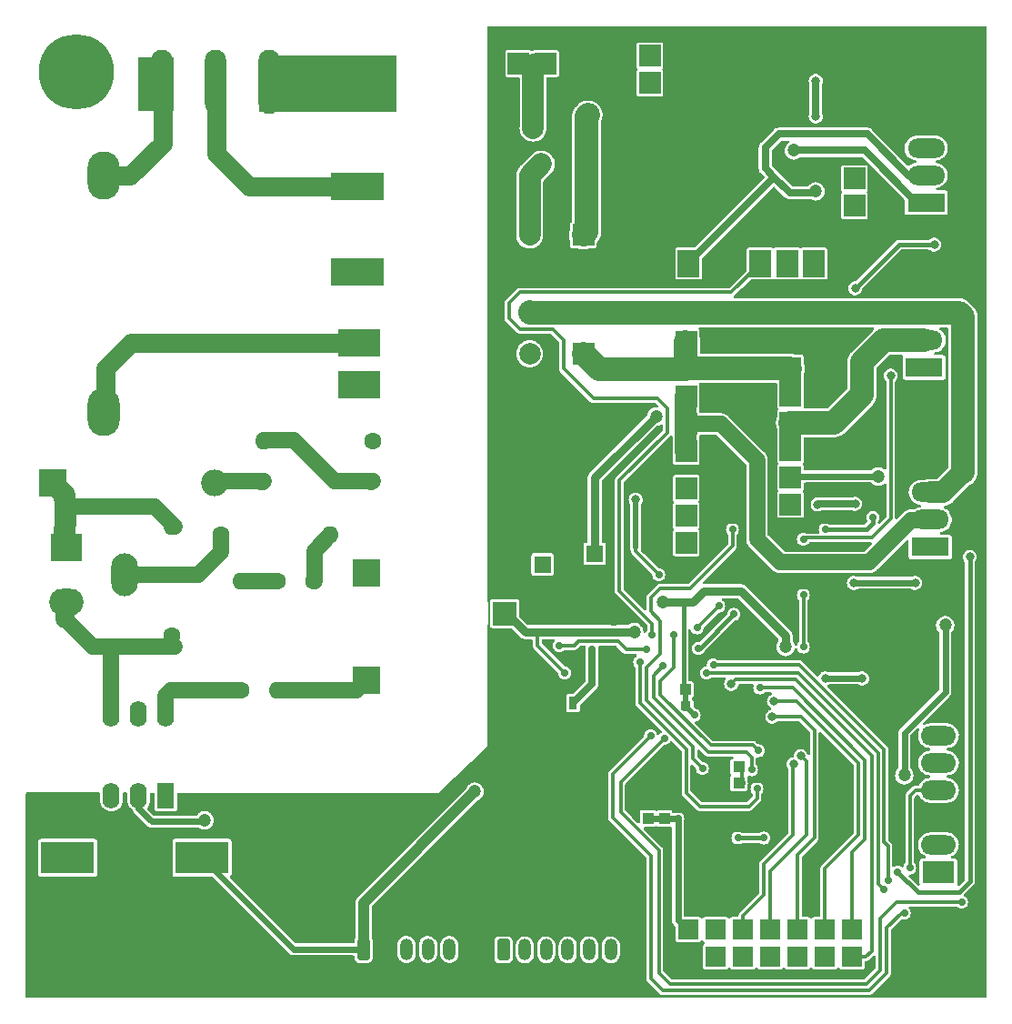
<source format=gbl>
G04 #@! TF.GenerationSoftware,KiCad,Pcbnew,(6.0.1)*
G04 #@! TF.CreationDate,2022-02-14T21:07:25+01:00*
G04 #@! TF.ProjectId,hotair-soldering-station-main-pcb ,686f7461-6972-42d7-936f-6c646572696e,rev?*
G04 #@! TF.SameCoordinates,Original*
G04 #@! TF.FileFunction,Copper,L2,Bot*
G04 #@! TF.FilePolarity,Positive*
%FSLAX46Y46*%
G04 Gerber Fmt 4.6, Leading zero omitted, Abs format (unit mm)*
G04 Created by KiCad (PCBNEW (6.0.1)) date 2022-02-14 21:07:25*
%MOMM*%
%LPD*%
G01*
G04 APERTURE LIST*
G04 Aperture macros list*
%AMRoundRect*
0 Rectangle with rounded corners*
0 $1 Rounding radius*
0 $2 $3 $4 $5 $6 $7 $8 $9 X,Y pos of 4 corners*
0 Add a 4 corners polygon primitive as box body*
4,1,4,$2,$3,$4,$5,$6,$7,$8,$9,$2,$3,0*
0 Add four circle primitives for the rounded corners*
1,1,$1+$1,$2,$3*
1,1,$1+$1,$4,$5*
1,1,$1+$1,$6,$7*
1,1,$1+$1,$8,$9*
0 Add four rect primitives between the rounded corners*
20,1,$1+$1,$2,$3,$4,$5,0*
20,1,$1+$1,$4,$5,$6,$7,0*
20,1,$1+$1,$6,$7,$8,$9,0*
20,1,$1+$1,$8,$9,$2,$3,0*%
G04 Aperture macros list end*
G04 #@! TA.AperFunction,NonConductor*
%ADD10C,0.100000*%
G04 #@! TD*
G04 #@! TA.AperFunction,ComponentPad*
%ADD11O,3.000000X5.000000*%
G04 #@! TD*
G04 #@! TA.AperFunction,ComponentPad*
%ADD12R,2.000000X2.000000*%
G04 #@! TD*
G04 #@! TA.AperFunction,ComponentPad*
%ADD13R,1.600000X1.600000*%
G04 #@! TD*
G04 #@! TA.AperFunction,ComponentPad*
%ADD14C,1.600000*%
G04 #@! TD*
G04 #@! TA.AperFunction,ComponentPad*
%ADD15R,2.200000X2.200000*%
G04 #@! TD*
G04 #@! TA.AperFunction,ComponentPad*
%ADD16O,2.200000X2.200000*%
G04 #@! TD*
G04 #@! TA.AperFunction,ComponentPad*
%ADD17C,1.400000*%
G04 #@! TD*
G04 #@! TA.AperFunction,ComponentPad*
%ADD18O,1.400000X1.400000*%
G04 #@! TD*
G04 #@! TA.AperFunction,ComponentPad*
%ADD19R,1.600000X2.400000*%
G04 #@! TD*
G04 #@! TA.AperFunction,ComponentPad*
%ADD20O,1.600000X2.400000*%
G04 #@! TD*
G04 #@! TA.AperFunction,ComponentPad*
%ADD21O,1.600000X1.600000*%
G04 #@! TD*
G04 #@! TA.AperFunction,ComponentPad*
%ADD22R,3.000000X2.500000*%
G04 #@! TD*
G04 #@! TA.AperFunction,ComponentPad*
%ADD23O,2.500000X4.000000*%
G04 #@! TD*
G04 #@! TA.AperFunction,ComponentPad*
%ADD24O,3.200000X2.500000*%
G04 #@! TD*
G04 #@! TA.AperFunction,ComponentPad*
%ADD25R,3.000000X2.000000*%
G04 #@! TD*
G04 #@! TA.AperFunction,ComponentPad*
%ADD26O,3.300000X1.800000*%
G04 #@! TD*
G04 #@! TA.AperFunction,ComponentPad*
%ADD27R,3.500000X1.800000*%
G04 #@! TD*
G04 #@! TA.AperFunction,ComponentPad*
%ADD28O,3.500000X1.800000*%
G04 #@! TD*
G04 #@! TA.AperFunction,ComponentPad*
%ADD29R,5.000000X3.000000*%
G04 #@! TD*
G04 #@! TA.AperFunction,ComponentPad*
%ADD30R,4.000000X2.500000*%
G04 #@! TD*
G04 #@! TA.AperFunction,ComponentPad*
%ADD31R,2.000000X2.500000*%
G04 #@! TD*
G04 #@! TA.AperFunction,ComponentPad*
%ADD32R,5.000000X2.500000*%
G04 #@! TD*
G04 #@! TA.AperFunction,ComponentPad*
%ADD33C,2.000000*%
G04 #@! TD*
G04 #@! TA.AperFunction,ComponentPad*
%ADD34C,1.750000*%
G04 #@! TD*
G04 #@! TA.AperFunction,ComponentPad*
%ADD35R,1.900000X1.900000*%
G04 #@! TD*
G04 #@! TA.AperFunction,ComponentPad*
%ADD36O,3.000000X4.500000*%
G04 #@! TD*
G04 #@! TA.AperFunction,ComponentPad*
%ADD37O,2.500000X2.500000*%
G04 #@! TD*
G04 #@! TA.AperFunction,ComponentPad*
%ADD38R,2.500000X2.500000*%
G04 #@! TD*
G04 #@! TA.AperFunction,ComponentPad*
%ADD39O,2.000000X6.000000*%
G04 #@! TD*
G04 #@! TA.AperFunction,SMDPad,CuDef*
%ADD40R,0.797560X1.198880*%
G04 #@! TD*
G04 #@! TA.AperFunction,ComponentPad*
%ADD41C,2.010000*%
G04 #@! TD*
G04 #@! TA.AperFunction,SMDPad,CuDef*
%ADD42RoundRect,0.225000X-0.225000X-0.250000X0.225000X-0.250000X0.225000X0.250000X-0.225000X0.250000X0*%
G04 #@! TD*
G04 #@! TA.AperFunction,SMDPad,CuDef*
%ADD43R,0.998220X1.099820*%
G04 #@! TD*
G04 #@! TA.AperFunction,SMDPad,CuDef*
%ADD44R,1.099820X0.998220*%
G04 #@! TD*
G04 #@! TA.AperFunction,ComponentPad*
%ADD45RoundRect,0.250000X-0.350000X-0.750000X0.350000X-0.750000X0.350000X0.750000X-0.350000X0.750000X0*%
G04 #@! TD*
G04 #@! TA.AperFunction,ComponentPad*
%ADD46O,1.200000X2.000000*%
G04 #@! TD*
G04 #@! TA.AperFunction,ViaPad*
%ADD47C,7.000000*%
G04 #@! TD*
G04 #@! TA.AperFunction,ViaPad*
%ADD48C,0.700000*%
G04 #@! TD*
G04 #@! TA.AperFunction,ViaPad*
%ADD49C,1.200000*%
G04 #@! TD*
G04 #@! TA.AperFunction,ViaPad*
%ADD50C,0.800000*%
G04 #@! TD*
G04 #@! TA.AperFunction,ViaPad*
%ADD51C,1.700000*%
G04 #@! TD*
G04 #@! TA.AperFunction,Conductor*
%ADD52C,0.600000*%
G04 #@! TD*
G04 #@! TA.AperFunction,Conductor*
%ADD53C,0.500000*%
G04 #@! TD*
G04 #@! TA.AperFunction,Conductor*
%ADD54C,0.300000*%
G04 #@! TD*
G04 #@! TA.AperFunction,Conductor*
%ADD55C,0.700000*%
G04 #@! TD*
G04 #@! TA.AperFunction,Conductor*
%ADD56C,2.200000*%
G04 #@! TD*
G04 #@! TA.AperFunction,Conductor*
%ADD57C,2.000000*%
G04 #@! TD*
G04 #@! TA.AperFunction,Conductor*
%ADD58C,1.500000*%
G04 #@! TD*
G04 #@! TA.AperFunction,Conductor*
%ADD59C,1.800000*%
G04 #@! TD*
G04 #@! TA.AperFunction,Conductor*
%ADD60C,1.000000*%
G04 #@! TD*
G04 #@! TA.AperFunction,Conductor*
%ADD61C,0.800000*%
G04 #@! TD*
G04 #@! TA.AperFunction,Conductor*
%ADD62C,0.400000*%
G04 #@! TD*
G04 #@! TA.AperFunction,Conductor*
%ADD63C,0.350000*%
G04 #@! TD*
G04 #@! TA.AperFunction,Conductor*
%ADD64C,1.300000*%
G04 #@! TD*
G04 APERTURE END LIST*
D10*
X51689000Y-26162000D02*
X38989000Y-26162000D01*
X38989000Y-26162000D02*
X38989000Y-20962000D01*
X38989000Y-20962000D02*
X51689000Y-20962000D01*
X51689000Y-20962000D02*
X51689000Y-26162000D01*
G36*
X51689000Y-26162000D02*
G01*
X38989000Y-26162000D01*
X38989000Y-20962000D01*
X51689000Y-20962000D01*
X51689000Y-26162000D01*
G37*
X51689000Y-26162000D02*
X38989000Y-26162000D01*
X38989000Y-20962000D01*
X51689000Y-20962000D01*
X51689000Y-26162000D01*
X30937200Y-26064800D02*
X27743600Y-26064800D01*
X27743600Y-26064800D02*
X27743600Y-21164800D01*
X27743600Y-21164800D02*
X30937200Y-21164800D01*
X30937200Y-21164800D02*
X30937200Y-26064800D01*
G36*
X30937200Y-26064800D02*
G01*
X27743600Y-26064800D01*
X27743600Y-21164800D01*
X30937200Y-21164800D01*
X30937200Y-26064800D01*
G37*
X30937200Y-26064800D02*
X27743600Y-26064800D01*
X27743600Y-21164800D01*
X30937200Y-21164800D01*
X30937200Y-26064800D01*
D11*
X45220000Y-23473400D03*
X50220000Y-23473400D03*
D12*
X75361800Y-23571200D03*
X75361800Y-21031200D03*
X75361800Y-32461200D03*
X75361800Y-35001200D03*
X94411800Y-23571200D03*
X94411800Y-21031200D03*
X94411800Y-35001200D03*
X94411800Y-32461200D03*
X70766000Y-21742000D03*
X68226000Y-21742000D03*
X65686000Y-21742000D03*
X63146000Y-21742000D03*
D13*
X65379600Y-68376800D03*
D14*
X63379600Y-68376800D03*
D15*
X61849000Y-72948800D03*
D16*
X72009000Y-72948800D03*
D13*
X70231000Y-67391500D03*
D14*
X70231000Y-69391500D03*
D17*
X65262000Y-31115000D03*
D18*
X67162000Y-31115000D03*
D19*
X30305000Y-89914000D03*
D20*
X27765000Y-89914000D03*
X25225000Y-89914000D03*
X25225000Y-82294000D03*
X27765000Y-82294000D03*
X30305000Y-82294000D03*
D14*
X30861000Y-75057000D03*
D21*
X30861000Y-64897000D03*
D22*
X21004200Y-66827400D03*
D23*
X26492200Y-69367400D03*
D24*
X21004200Y-71907400D03*
D25*
X102235000Y-97028000D03*
D26*
X102235000Y-94488000D03*
X102235000Y-91948000D03*
X102235000Y-89408000D03*
X102235000Y-86868000D03*
X102235000Y-84328000D03*
D12*
X88456000Y-50103000D03*
X88456000Y-52643000D03*
X88456000Y-55183000D03*
X88456000Y-57723000D03*
X88456000Y-60263000D03*
X88456000Y-62803000D03*
D27*
X100909000Y-50038000D03*
D28*
X100909000Y-47498000D03*
X100909000Y-44958000D03*
D29*
X21153000Y-95687000D03*
X33653000Y-95687000D03*
D30*
X48260000Y-51689000D03*
X48260000Y-47729000D03*
D31*
X90638000Y-40369000D03*
X88138000Y-40369000D03*
X85638000Y-40369000D03*
D32*
X48133000Y-41148000D03*
X48133000Y-33228000D03*
D12*
X69175000Y-37719000D03*
D33*
X64175000Y-37719000D03*
D31*
X78974000Y-40369000D03*
D34*
X76474000Y-40369000D03*
D35*
X78949500Y-102367500D03*
X81489500Y-102367500D03*
X84029500Y-102367500D03*
X86569500Y-102367500D03*
X89109500Y-102367500D03*
X91649500Y-102367500D03*
X94189500Y-102367500D03*
X94189500Y-104907500D03*
X91649500Y-104907500D03*
X89109500Y-104907500D03*
X86569500Y-104907500D03*
X84029500Y-104907500D03*
X81489500Y-104907500D03*
X78949500Y-104907500D03*
D36*
X24536000Y-54180000D03*
X24536000Y-32180000D03*
D37*
X34798000Y-60756800D03*
D38*
X19798000Y-60756800D03*
X48945800Y-79197200D03*
X48945800Y-69197200D03*
D39*
X39957000Y-23463000D03*
X34957000Y-23463000D03*
X29957000Y-23463000D03*
D40*
X68209160Y-81280000D03*
X66410840Y-81280000D03*
D41*
X69596000Y-26543000D03*
X64496000Y-27743000D03*
D27*
X101475500Y-66751200D03*
D28*
X101475500Y-64211200D03*
X101475500Y-61671200D03*
D14*
X44069000Y-69900800D03*
D21*
X44069000Y-80060800D03*
D14*
X35413000Y-65659000D03*
D21*
X45573000Y-65659000D03*
D14*
X49550000Y-56896000D03*
D21*
X39390000Y-56896000D03*
D14*
X49423000Y-60706000D03*
D21*
X39263000Y-60706000D03*
D14*
X40690800Y-69900800D03*
D21*
X40690800Y-80060800D03*
D14*
X37261800Y-80111600D03*
D21*
X37261800Y-69951600D03*
D12*
X69175000Y-48768000D03*
D33*
X64175000Y-48768000D03*
D27*
X101092000Y-34696400D03*
D28*
X101092000Y-32156400D03*
X101092000Y-29616400D03*
D42*
X78727000Y-81534000D03*
X80277000Y-81534000D03*
D43*
X75184000Y-92034360D03*
X75184000Y-90337640D03*
D44*
X83652360Y-88773000D03*
X81955640Y-88773000D03*
D12*
X78754000Y-61282000D03*
X78754000Y-63822000D03*
X78754000Y-66362000D03*
D45*
X61722000Y-104267000D03*
D46*
X63722000Y-104267000D03*
X65722000Y-104267000D03*
X67722000Y-104267000D03*
X69722000Y-104267000D03*
X71722000Y-104267000D03*
D44*
X78653640Y-80010000D03*
X80350360Y-80010000D03*
D45*
X48705000Y-104225000D03*
D46*
X50705000Y-104225000D03*
X52705000Y-104225000D03*
X54705000Y-104225000D03*
X56705000Y-104225000D03*
D44*
X83652360Y-87249000D03*
X81955640Y-87249000D03*
D12*
X78754000Y-47693000D03*
X78754000Y-50233000D03*
X78754000Y-52773000D03*
X78754000Y-55313000D03*
X78754000Y-57853000D03*
D43*
X76708000Y-92034360D03*
X76708000Y-90337640D03*
D47*
X22000000Y-22500000D03*
X22000000Y-104000000D03*
X102000000Y-104000000D03*
D48*
X80137000Y-88519000D03*
X96647000Y-54610000D03*
X76708000Y-90337640D03*
X84836000Y-53975000D03*
X82550000Y-89789000D03*
D49*
X85471000Y-74803000D03*
D48*
X82169000Y-47498000D03*
X92202000Y-93345000D03*
D49*
X75057000Y-70358000D03*
D50*
X76962000Y-93624400D03*
D48*
X80277000Y-81534000D03*
X87503000Y-93345000D03*
X64008000Y-81788000D03*
X80264000Y-99314000D03*
X89027000Y-84922360D03*
D49*
X83439000Y-61468000D03*
D47*
X102000000Y-22500000D03*
D49*
X90805000Y-33655000D03*
X59055000Y-89535000D03*
X75946000Y-54610000D03*
X99060000Y-88011000D03*
D48*
X79502000Y-82423000D03*
D49*
X76581000Y-71882000D03*
D48*
X67437000Y-78486000D03*
X83906360Y-88773000D03*
D49*
X88011000Y-76073000D03*
D48*
X77978000Y-92075000D03*
D49*
X102870000Y-74041000D03*
X73914000Y-74676000D03*
D48*
X97536000Y-97790000D03*
X81280000Y-77724000D03*
X97155000Y-98679000D03*
X80645000Y-78486000D03*
X85598000Y-79883000D03*
D50*
X86918800Y-81127600D03*
D48*
X77597000Y-74930000D03*
X75565000Y-74930000D03*
X85471000Y-85725000D03*
X76708000Y-84582000D03*
X104394000Y-99822000D03*
X75438000Y-84328000D03*
X99568000Y-96647000D03*
X99060000Y-100838000D03*
X85979000Y-93853000D03*
X83566000Y-93853000D03*
X98425000Y-97028000D03*
D50*
X90805000Y-23368000D03*
X105156000Y-67691000D03*
X90805000Y-26670000D03*
D49*
X33909000Y-92202000D03*
D50*
X100076000Y-70104000D03*
D48*
X69977000Y-76327000D03*
D50*
X94488000Y-62738000D03*
X94361000Y-70104000D03*
X90994000Y-62803000D03*
D48*
X83185000Y-73025000D03*
X79883000Y-76200000D03*
D50*
X88747600Y-86995000D03*
D48*
X81788000Y-72263000D03*
X79756000Y-74295000D03*
D50*
X86766400Y-82550000D03*
X91694000Y-78994000D03*
X95123000Y-78994000D03*
D49*
X96647000Y-60198000D03*
X88773000Y-29845000D03*
D50*
X89408000Y-86233000D03*
D48*
X89662000Y-66040000D03*
X89662000Y-71247000D03*
X89662000Y-76073000D03*
D50*
X94488000Y-42672000D03*
X97790000Y-50800000D03*
X101854000Y-38608000D03*
D48*
X80264000Y-87376000D03*
X96139000Y-64008000D03*
X91694000Y-65151000D03*
X83058000Y-65151000D03*
D50*
X82931000Y-79502000D03*
D51*
X64175000Y-44918000D03*
D48*
X76200000Y-69342000D03*
D50*
X74041000Y-62357000D03*
D48*
X84836000Y-87503000D03*
X76581000Y-77851000D03*
X75057000Y-76327000D03*
X66929000Y-75946000D03*
X74422000Y-77470000D03*
X85344000Y-89281000D03*
D52*
X82209640Y-89448640D02*
X82209640Y-87249000D01*
D53*
X80277000Y-81534000D02*
X80277000Y-80083360D01*
D54*
X75184000Y-90337640D02*
X76708000Y-90337640D01*
D55*
X64516000Y-81280000D02*
X64008000Y-81788000D01*
X66410840Y-81280000D02*
X64516000Y-81280000D01*
D52*
X82550000Y-89789000D02*
X82209640Y-89448640D01*
D56*
X69479000Y-37415000D02*
X69479000Y-26660000D01*
X70640000Y-50233000D02*
X69175000Y-48768000D01*
X88456000Y-50103000D02*
X78754000Y-50103000D01*
X69479000Y-26660000D02*
X69596000Y-26543000D01*
X78726000Y-50233000D02*
X70640000Y-50233000D01*
X69175000Y-37719000D02*
X69479000Y-37415000D01*
X78726000Y-47693000D02*
X78726000Y-50233000D01*
D57*
X88456000Y-50103000D02*
X88456000Y-52643000D01*
X20929600Y-62966600D02*
X20904200Y-61863000D01*
D58*
X29210000Y-62966600D02*
X20929600Y-62966600D01*
D59*
X38079400Y-33228000D02*
X48133000Y-33228000D01*
D57*
X20904200Y-66827400D02*
X20929600Y-62966600D01*
D59*
X34968800Y-23473400D02*
X34968800Y-30117400D01*
X34968800Y-30117400D02*
X38079400Y-33228000D01*
D57*
X20904200Y-61863000D02*
X19798000Y-60756800D01*
D58*
X31105000Y-64861600D02*
X29210000Y-62966600D01*
X40690800Y-80060800D02*
X48082200Y-80060800D01*
X48082200Y-80060800D02*
X48945800Y-79197200D01*
X39370000Y-60655200D02*
X34899600Y-60655200D01*
D55*
X99568000Y-32258000D02*
X101219000Y-32258000D01*
X86931500Y-32321500D02*
X88392000Y-33782000D01*
X78974000Y-40279000D02*
X86931500Y-32321500D01*
X90678000Y-33782000D02*
X90805000Y-33655000D01*
X87376000Y-28321000D02*
X95631000Y-28321000D01*
X86106000Y-29591000D02*
X87376000Y-28321000D01*
X86106000Y-31496000D02*
X86106000Y-29591000D01*
X88392000Y-33782000D02*
X90678000Y-33782000D01*
X99466400Y-32156400D02*
X95631000Y-28321000D01*
X101092000Y-32156400D02*
X99466400Y-32156400D01*
X86931500Y-32321500D02*
X86106000Y-31496000D01*
D60*
X48705000Y-99885000D02*
X59055000Y-89535000D01*
D52*
X42191000Y-104225000D02*
X33653000Y-95687000D01*
D61*
X70231000Y-67391500D02*
X70231000Y-60579000D01*
D52*
X48705000Y-104225000D02*
X42191000Y-104225000D01*
D61*
X70231000Y-60325000D02*
X75946000Y-54610000D01*
D60*
X48705000Y-104225000D02*
X48705000Y-99885000D01*
D61*
X70231000Y-60579000D02*
X70231000Y-60325000D01*
D54*
X75184000Y-92034360D02*
X76708000Y-92034360D01*
X83906360Y-88773000D02*
X83906360Y-87249000D01*
D52*
X99060000Y-84074000D02*
X102870000Y-80264000D01*
D61*
X76581000Y-71882000D02*
X78486000Y-71882000D01*
X76581000Y-71882000D02*
X79375000Y-71882000D01*
D52*
X102870000Y-80264000D02*
X102870000Y-74041000D01*
D61*
X64897000Y-74676000D02*
X74041000Y-74676000D01*
D52*
X99060000Y-88011000D02*
X99060000Y-84074000D01*
D54*
X77978000Y-92075000D02*
X76748640Y-92075000D01*
D61*
X79375000Y-71882000D02*
X80391000Y-70866000D01*
X88011000Y-75057000D02*
X88011000Y-76073000D01*
D53*
X78727000Y-81648000D02*
X79502000Y-82423000D01*
D61*
X63754000Y-74676000D02*
X64897000Y-74676000D01*
X74041000Y-74676000D02*
X73914000Y-74676000D01*
D52*
X77978000Y-101523000D02*
X78822500Y-102367500D01*
X77978000Y-92075000D02*
X75224640Y-92075000D01*
D61*
X83820000Y-70866000D02*
X88011000Y-75057000D01*
D53*
X78653640Y-81460640D02*
X78653640Y-80010000D01*
D52*
X77978000Y-92075000D02*
X77978000Y-101523000D01*
D62*
X78486000Y-79842360D02*
X78486000Y-71882000D01*
D63*
X67437000Y-78486000D02*
X64897000Y-75946000D01*
D61*
X61849000Y-72771000D02*
X63754000Y-74676000D01*
X80391000Y-70866000D02*
X83820000Y-70866000D01*
D63*
X64897000Y-75946000D02*
X64897000Y-74676000D01*
D59*
X48260000Y-47729000D02*
X27074000Y-47729000D01*
X24663400Y-50139600D02*
X24663400Y-54052600D01*
X27074000Y-47729000D02*
X24663400Y-50139600D01*
D64*
X64496000Y-21864000D02*
X64618000Y-21742000D01*
X64618000Y-21742000D02*
X65686000Y-21742000D01*
D57*
X64496000Y-27743000D02*
X64496000Y-21864000D01*
D64*
X63146000Y-21742000D02*
X65686000Y-21742000D01*
D54*
X97536000Y-97790000D02*
X97536000Y-94615000D01*
X97536000Y-94615000D02*
X97155000Y-94234000D01*
X81280000Y-77724000D02*
X89281000Y-77724000D01*
X89281000Y-77724000D02*
X97155000Y-85598000D01*
X97155000Y-85598000D02*
X97155000Y-94234000D01*
X96647000Y-85979000D02*
X96647000Y-98171000D01*
X89154000Y-78486000D02*
X96647000Y-85979000D01*
X80645000Y-78486000D02*
X89154000Y-78486000D01*
X96647000Y-98171000D02*
X97155000Y-98679000D01*
X94189500Y-95167500D02*
X94189500Y-102367500D01*
X88646000Y-79883000D02*
X95377000Y-86614000D01*
X85598000Y-79883000D02*
X88646000Y-79883000D01*
X95377000Y-86614000D02*
X95377000Y-93980000D01*
X95377000Y-93980000D02*
X94189500Y-95167500D01*
X86918800Y-81127600D02*
X89001600Y-81127600D01*
X89001600Y-81127600D02*
X94742000Y-86868000D01*
X94742000Y-93599000D02*
X91649500Y-96691500D01*
X91649500Y-96691500D02*
X91649500Y-102367500D01*
X94742000Y-86868000D02*
X94742000Y-93599000D01*
X63246000Y-46482000D02*
X62230000Y-45466000D01*
X63246000Y-43053000D02*
X82954000Y-43053000D01*
X76962000Y-56134000D02*
X76962000Y-53848000D01*
X76327000Y-80518000D02*
X81026000Y-85217000D01*
X67310000Y-47498000D02*
X66294000Y-46482000D01*
X72517000Y-60579000D02*
X76962000Y-56134000D01*
X77597000Y-74930000D02*
X77597000Y-77978000D01*
X76962000Y-53848000D02*
X76073000Y-52959000D01*
X82954000Y-43053000D02*
X85638000Y-40369000D01*
X76327000Y-79248000D02*
X76327000Y-80518000D01*
X62230000Y-45466000D02*
X62230000Y-44069000D01*
X66294000Y-46482000D02*
X63246000Y-46482000D01*
X62230000Y-44069000D02*
X63246000Y-43053000D01*
X84963000Y-85217000D02*
X85471000Y-85725000D01*
X75565000Y-73914000D02*
X72517000Y-70866000D01*
X70104000Y-52959000D02*
X67310000Y-50165000D01*
X72517000Y-70866000D02*
X72517000Y-60579000D01*
X81026000Y-85217000D02*
X84963000Y-85217000D01*
X67310000Y-50165000D02*
X67310000Y-47498000D01*
X75565000Y-74930000D02*
X75565000Y-73914000D01*
X76073000Y-52959000D02*
X70104000Y-52959000D01*
X77597000Y-77978000D02*
X76327000Y-79248000D01*
D58*
X35433000Y-67233800D02*
X35433000Y-65633600D01*
X26492200Y-69367400D02*
X33299400Y-69367400D01*
X33299400Y-69367400D02*
X35433000Y-67233800D01*
D54*
X96774000Y-106172000D02*
X95504000Y-107442000D01*
X72644000Y-88646000D02*
X76708000Y-84582000D01*
X76200000Y-94996000D02*
X72644000Y-91440000D01*
X76200000Y-106426000D02*
X76200000Y-94996000D01*
X95504000Y-107442000D02*
X77216000Y-107442000D01*
X72644000Y-91440000D02*
X72644000Y-88646000D01*
X104394000Y-99822000D02*
X98298000Y-99822000D01*
X98298000Y-99822000D02*
X96774000Y-101346000D01*
X96774000Y-101346000D02*
X96774000Y-106172000D01*
X77216000Y-107442000D02*
X76200000Y-106426000D01*
X97409000Y-106426000D02*
X95758000Y-108077000D01*
X95758000Y-108077000D02*
X76581000Y-108077000D01*
X100076000Y-89408000D02*
X102235000Y-89408000D01*
X71882000Y-91948000D02*
X71882000Y-87884000D01*
X99568000Y-96647000D02*
X99568000Y-89916000D01*
X98806000Y-100838000D02*
X99060000Y-100838000D01*
X99568000Y-89916000D02*
X100076000Y-89408000D01*
X75438000Y-95504000D02*
X71882000Y-91948000D01*
X97409000Y-102235000D02*
X98806000Y-100838000D01*
X97409000Y-102235000D02*
X97409000Y-106426000D01*
X75438000Y-106934000D02*
X75438000Y-95504000D01*
X71882000Y-87884000D02*
X75438000Y-84328000D01*
X76581000Y-108077000D02*
X75438000Y-106934000D01*
D62*
X83566000Y-93853000D02*
X85979000Y-93853000D01*
D58*
X25225000Y-76034000D02*
X25245000Y-76014000D01*
D59*
X20905000Y-73414000D02*
X20905000Y-71908200D01*
D58*
X23525000Y-76034000D02*
X20905000Y-73414000D01*
X25245000Y-76014000D02*
X31105000Y-76014000D01*
X25225000Y-76034000D02*
X23525000Y-76034000D01*
X25225000Y-82294000D02*
X25225000Y-76034000D01*
D62*
X98425000Y-97028000D02*
X100330000Y-98933000D01*
X105156000Y-97917000D02*
X105156000Y-67818000D01*
D55*
X90805000Y-26670000D02*
X90805000Y-23368000D01*
D62*
X104140000Y-98933000D02*
X105156000Y-97917000D01*
X100330000Y-98933000D02*
X104140000Y-98933000D01*
D63*
X105156000Y-67818000D02*
X105156000Y-67691000D01*
D52*
X33782000Y-92329000D02*
X33909000Y-92202000D01*
X28956000Y-92329000D02*
X33782000Y-92329000D01*
X27765000Y-91138000D02*
X28956000Y-92329000D01*
X27765000Y-89914000D02*
X27765000Y-91138000D01*
D55*
X69977000Y-76327000D02*
X69977000Y-79512160D01*
X91059000Y-62738000D02*
X90994000Y-62803000D01*
D52*
X94361000Y-70104000D02*
X100076000Y-70104000D01*
D55*
X94488000Y-62738000D02*
X91059000Y-62738000D01*
X69977000Y-79512160D02*
X68209160Y-81280000D01*
D62*
X83185000Y-73025000D02*
X80010000Y-76200000D01*
X80010000Y-76200000D02*
X79883000Y-76200000D01*
D54*
X88646000Y-93599000D02*
X85979000Y-96266000D01*
X85979000Y-99187000D02*
X84029500Y-101136500D01*
X88646000Y-87122000D02*
X88646000Y-93599000D01*
X85979000Y-96266000D02*
X85979000Y-99187000D01*
X84029500Y-101136500D02*
X84029500Y-102367500D01*
D63*
X79756000Y-74295000D02*
X81788000Y-72263000D01*
D59*
X29968800Y-29213200D02*
X27002000Y-32180000D01*
X29968800Y-23473400D02*
X29968800Y-29213200D01*
X27002000Y-32180000D02*
X24536000Y-32180000D01*
D54*
X90678000Y-83820000D02*
X90678000Y-93853000D01*
X90678000Y-93853000D02*
X89109500Y-95421500D01*
X89408000Y-82550000D02*
X86766400Y-82550000D01*
X89109500Y-95421500D02*
X89109500Y-102367500D01*
X90678000Y-83820000D02*
X89408000Y-82550000D01*
D52*
X95123000Y-78994000D02*
X91694000Y-78994000D01*
D56*
X95123000Y-52578000D02*
X95123000Y-49530000D01*
X92518000Y-55183000D02*
X95123000Y-52578000D01*
X97155000Y-47498000D02*
X100909000Y-47498000D01*
X88456000Y-55183000D02*
X92518000Y-55183000D01*
D57*
X88456000Y-57723000D02*
X88456000Y-55183000D01*
D56*
X95123000Y-49530000D02*
X97155000Y-47498000D01*
D52*
X96647000Y-60198000D02*
X88521000Y-60198000D01*
D55*
X95377000Y-29845000D02*
X100228400Y-34696400D01*
X88773000Y-29845000D02*
X95377000Y-29845000D01*
X100228400Y-34696400D02*
X101092000Y-34696400D01*
D58*
X37261800Y-69951600D02*
X40640000Y-69951600D01*
X40640000Y-69951600D02*
X40690800Y-69900800D01*
X37261800Y-80111600D02*
X30810200Y-80111600D01*
X30810200Y-80111600D02*
X30305000Y-80616800D01*
X30305000Y-80616800D02*
X30305000Y-82294000D01*
X44119800Y-69900800D02*
X44119800Y-67106800D01*
X44119800Y-67106800D02*
X45593000Y-65633600D01*
D54*
X89916000Y-86741000D02*
X89916000Y-93599000D01*
X89916000Y-93599000D02*
X86569500Y-96945500D01*
X89408000Y-86233000D02*
X89916000Y-86741000D01*
X86569500Y-96945500D02*
X86569500Y-102367500D01*
X89662000Y-66040000D02*
X89789000Y-65913000D01*
X89789000Y-65913000D02*
X96012000Y-65913000D01*
X96012000Y-65913000D02*
X97790000Y-64135000D01*
D62*
X98552000Y-38608000D02*
X101854000Y-38608000D01*
D54*
X89662000Y-76073000D02*
X89662000Y-71247000D01*
X97790000Y-64135000D02*
X97790000Y-50800000D01*
D62*
X94488000Y-42672000D02*
X98552000Y-38608000D01*
D58*
X42164000Y-56819800D02*
X45999400Y-60655200D01*
X45999400Y-60655200D02*
X49530000Y-60655200D01*
X39446200Y-56819800D02*
X42164000Y-56819800D01*
D54*
X79375000Y-85344000D02*
X75057000Y-81026000D01*
X75438000Y-72771000D02*
X75438000Y-71501000D01*
X76327000Y-70612000D02*
X79121000Y-70612000D01*
X79121000Y-70612000D02*
X83058000Y-66675000D01*
D62*
X96139000Y-64008000D02*
X96139000Y-64516000D01*
X95504000Y-65151000D02*
X91694000Y-65151000D01*
X96139000Y-64516000D02*
X95504000Y-65151000D01*
D54*
X75057000Y-77978000D02*
X76327000Y-76708000D01*
X76327000Y-76708000D02*
X76327000Y-73660000D01*
X76327000Y-73660000D02*
X75438000Y-72771000D01*
X83058000Y-66675000D02*
X83058000Y-65151000D01*
X80264000Y-87376000D02*
X79375000Y-86487000D01*
X75438000Y-71501000D02*
X76327000Y-70612000D01*
X75057000Y-81026000D02*
X75057000Y-77978000D01*
X79375000Y-86487000D02*
X79375000Y-85344000D01*
X95498500Y-104907500D02*
X96012000Y-104394000D01*
X88900000Y-79121000D02*
X83312000Y-79121000D01*
X83312000Y-79121000D02*
X82931000Y-79502000D01*
X96012000Y-104394000D02*
X96012000Y-86233000D01*
X96012000Y-86233000D02*
X88900000Y-79121000D01*
X94189500Y-104907500D02*
X95498500Y-104907500D01*
D58*
X81980000Y-55310000D02*
X85344000Y-58674000D01*
X85344000Y-58674000D02*
X85344000Y-66040000D01*
X85344000Y-66040000D02*
X87503000Y-68199000D01*
X78627000Y-55310000D02*
X81980000Y-55310000D01*
D57*
X78726000Y-55313000D02*
X78726000Y-52773000D01*
D58*
X99695000Y-64262000D02*
X101424700Y-64262000D01*
D57*
X78726000Y-55313000D02*
X78726000Y-57853000D01*
D58*
X87503000Y-68199000D02*
X95758000Y-68199000D01*
X95758000Y-68199000D02*
X99695000Y-64262000D01*
X101424700Y-64262000D02*
X101475500Y-64211200D01*
D57*
X102666800Y-61671200D02*
X104521000Y-59817000D01*
X64175000Y-32202000D02*
X65262000Y-31115000D01*
X64175000Y-37719000D02*
X64175000Y-32202000D01*
D56*
X100909000Y-44958000D02*
X64215000Y-44958000D01*
X104140000Y-44958000D02*
X100909000Y-44958000D01*
D57*
X101475500Y-61671200D02*
X102666800Y-61671200D01*
D56*
X64215000Y-44958000D02*
X64175000Y-44918000D01*
X104521000Y-59817000D02*
X104521000Y-45339000D01*
X104521000Y-45339000D02*
X104140000Y-44958000D01*
D54*
X76200000Y-69342000D02*
X74041000Y-67183000D01*
D53*
X74041000Y-62357000D02*
X74041000Y-66802000D01*
D54*
X74041000Y-67183000D02*
X74041000Y-66802000D01*
X68326000Y-75946000D02*
X68707000Y-75565000D01*
X80772000Y-85852000D02*
X75692000Y-80772000D01*
X72390000Y-75565000D02*
X73152000Y-76327000D01*
X75692000Y-80772000D02*
X75692000Y-78740000D01*
X68707000Y-75565000D02*
X72390000Y-75565000D01*
X84836000Y-86360000D02*
X84328000Y-85852000D01*
X75692000Y-78740000D02*
X76581000Y-77851000D01*
X84328000Y-85852000D02*
X80772000Y-85852000D01*
X66929000Y-75946000D02*
X68326000Y-75946000D01*
X73152000Y-76327000D02*
X75057000Y-76327000D01*
X84836000Y-87503000D02*
X84836000Y-86360000D01*
X80010000Y-90932000D02*
X84582000Y-90932000D01*
X85344000Y-90170000D02*
X85344000Y-89281000D01*
X74422000Y-81280000D02*
X78740000Y-85598000D01*
X74422000Y-77470000D02*
X74422000Y-81280000D01*
X78740000Y-89662000D02*
X80010000Y-90932000D01*
X78740000Y-85598000D02*
X78740000Y-89662000D01*
X84582000Y-90932000D02*
X85344000Y-90170000D01*
G04 #@! TA.AperFunction,Conductor*
G36*
X106642121Y-18320002D02*
G01*
X106688614Y-18373658D01*
X106700000Y-18426000D01*
X106700000Y-108574000D01*
X106679998Y-108642121D01*
X106626342Y-108688614D01*
X106574000Y-108700000D01*
X96054860Y-108700000D01*
X95986739Y-108679998D01*
X95940246Y-108626342D01*
X95930142Y-108556068D01*
X95959636Y-108491488D01*
X96000318Y-108460417D01*
X96005589Y-108457886D01*
X96005590Y-108457886D01*
X96014079Y-108453809D01*
X96019365Y-108448923D01*
X96019413Y-108448890D01*
X96025788Y-108445579D01*
X96030828Y-108441275D01*
X96068055Y-108404048D01*
X96071621Y-108400618D01*
X96106641Y-108368246D01*
X96113556Y-108361854D01*
X96117249Y-108355495D01*
X96122766Y-108349337D01*
X97703350Y-106768753D01*
X97714439Y-106758899D01*
X97733711Y-106743706D01*
X97733715Y-106743702D01*
X97741110Y-106737872D01*
X97746464Y-106730125D01*
X97746468Y-106730121D01*
X97774477Y-106689596D01*
X97776758Y-106686402D01*
X97811635Y-106639183D01*
X97814029Y-106632366D01*
X97818131Y-106626431D01*
X97835812Y-106570525D01*
X97837060Y-106566785D01*
X97853400Y-106520255D01*
X97853401Y-106520252D01*
X97856520Y-106511369D01*
X97856803Y-106504184D01*
X97856817Y-106504111D01*
X97858980Y-106497270D01*
X97859500Y-106490663D01*
X97859500Y-106438009D01*
X97859597Y-106433062D01*
X97861469Y-106385418D01*
X97861839Y-106376006D01*
X97859954Y-106368897D01*
X97859500Y-106360648D01*
X97859500Y-102473793D01*
X97879502Y-102405672D01*
X97896405Y-102384698D01*
X98779581Y-101501522D01*
X98841893Y-101467496D01*
X98900649Y-101468741D01*
X98963719Y-101485287D01*
X98963721Y-101485287D01*
X98971069Y-101487215D01*
X99054380Y-101488524D01*
X99120898Y-101489569D01*
X99120901Y-101489569D01*
X99128495Y-101489688D01*
X99281968Y-101454538D01*
X99422625Y-101383795D01*
X99466112Y-101346654D01*
X99536574Y-101286474D01*
X99536576Y-101286471D01*
X99542348Y-101281542D01*
X99634224Y-101153683D01*
X99692950Y-101007598D01*
X99704945Y-100923316D01*
X99714553Y-100855807D01*
X99714553Y-100855804D01*
X99715134Y-100851723D01*
X99715278Y-100838000D01*
X99696363Y-100681694D01*
X99692289Y-100670911D01*
X99643394Y-100541514D01*
X99643393Y-100541511D01*
X99640710Y-100534412D01*
X99636414Y-100528161D01*
X99636409Y-100528152D01*
X99596350Y-100469867D01*
X99574250Y-100402398D01*
X99592135Y-100333691D01*
X99644327Y-100285561D01*
X99700190Y-100272500D01*
X103873750Y-100272500D01*
X103941871Y-100292502D01*
X103958549Y-100305306D01*
X104014410Y-100356135D01*
X104021083Y-100359758D01*
X104146099Y-100427637D01*
X104146101Y-100427638D01*
X104152776Y-100431262D01*
X104160125Y-100433190D01*
X104297719Y-100469287D01*
X104297721Y-100469287D01*
X104305069Y-100471215D01*
X104388380Y-100472524D01*
X104454898Y-100473569D01*
X104454901Y-100473569D01*
X104462495Y-100473688D01*
X104615968Y-100438538D01*
X104756625Y-100367795D01*
X104796556Y-100333691D01*
X104870574Y-100270474D01*
X104870576Y-100270471D01*
X104876348Y-100265542D01*
X104968224Y-100137683D01*
X105026950Y-99991598D01*
X105049134Y-99835723D01*
X105049278Y-99822000D01*
X105030363Y-99665694D01*
X105009728Y-99611084D01*
X104977394Y-99525514D01*
X104977393Y-99525511D01*
X104974710Y-99518412D01*
X104885531Y-99388657D01*
X104800599Y-99312985D01*
X104773648Y-99288972D01*
X104773645Y-99288970D01*
X104767976Y-99283919D01*
X104741497Y-99269899D01*
X104690655Y-99220347D01*
X104674674Y-99151173D01*
X104698628Y-99084339D01*
X104711363Y-99069451D01*
X105460280Y-98320534D01*
X105469624Y-98313068D01*
X105469292Y-98312678D01*
X105476128Y-98306860D01*
X105483720Y-98302070D01*
X105518756Y-98262399D01*
X105524102Y-98256712D01*
X105535320Y-98245494D01*
X105538010Y-98241905D01*
X105541450Y-98237316D01*
X105547832Y-98229477D01*
X105572682Y-98201339D01*
X105578623Y-98194612D01*
X105582437Y-98186489D01*
X105584508Y-98183336D01*
X105592327Y-98170324D01*
X105594144Y-98167005D01*
X105599526Y-98159824D01*
X105603728Y-98148617D01*
X105615856Y-98116264D01*
X105619783Y-98106947D01*
X105635737Y-98072966D01*
X105635738Y-98072963D01*
X105639553Y-98064837D01*
X105640935Y-98055963D01*
X105642039Y-98052350D01*
X105645885Y-98037693D01*
X105646699Y-98033990D01*
X105649852Y-98025580D01*
X105653302Y-97979157D01*
X105654453Y-97969139D01*
X105654840Y-97966652D01*
X105656500Y-97955991D01*
X105656500Y-97940796D01*
X105656846Y-97931459D01*
X105659811Y-97891556D01*
X105660476Y-97882608D01*
X105658603Y-97873832D01*
X105657992Y-97864875D01*
X105657998Y-97864875D01*
X105656500Y-97850682D01*
X105656500Y-68235544D01*
X105680177Y-68162018D01*
X105769930Y-68037113D01*
X105774361Y-68030947D01*
X105782237Y-68011356D01*
X105834766Y-67880687D01*
X105834767Y-67880685D01*
X105837601Y-67873634D01*
X105857945Y-67730687D01*
X105860909Y-67709862D01*
X105860909Y-67709859D01*
X105861490Y-67705778D01*
X105861645Y-67691000D01*
X105859840Y-67676080D01*
X105852356Y-67614241D01*
X105841276Y-67522680D01*
X105796849Y-67405106D01*
X105784029Y-67371180D01*
X105781345Y-67364077D01*
X105754642Y-67325224D01*
X105689614Y-67230608D01*
X105689613Y-67230607D01*
X105685312Y-67224349D01*
X105665363Y-67206575D01*
X105564392Y-67116612D01*
X105564388Y-67116610D01*
X105558721Y-67111560D01*
X105542772Y-67103115D01*
X105466637Y-67062804D01*
X105408881Y-67032224D01*
X105244441Y-66990919D01*
X105236843Y-66990879D01*
X105236841Y-66990879D01*
X105159668Y-66990475D01*
X105074895Y-66990031D01*
X105067508Y-66991805D01*
X105067504Y-66991805D01*
X104959427Y-67017753D01*
X104910032Y-67029612D01*
X104903288Y-67033093D01*
X104903285Y-67033094D01*
X104766117Y-67103892D01*
X104759369Y-67107375D01*
X104753647Y-67112367D01*
X104753645Y-67112368D01*
X104712226Y-67148500D01*
X104631604Y-67218831D01*
X104627237Y-67225045D01*
X104547197Y-67338931D01*
X104534113Y-67357547D01*
X104472524Y-67515513D01*
X104471532Y-67523046D01*
X104471532Y-67523047D01*
X104452930Y-67664349D01*
X104450394Y-67683611D01*
X104468999Y-67852135D01*
X104527266Y-68011356D01*
X104531502Y-68017659D01*
X104531502Y-68017660D01*
X104544574Y-68037113D01*
X104621830Y-68152083D01*
X104625375Y-68155308D01*
X104654251Y-68218858D01*
X104655500Y-68236553D01*
X104655500Y-97657496D01*
X104635498Y-97725617D01*
X104618595Y-97746591D01*
X104250595Y-98114591D01*
X104188283Y-98148617D01*
X104117468Y-98143552D01*
X104060632Y-98101005D01*
X104035821Y-98034485D01*
X104035500Y-98025496D01*
X104035500Y-95983354D01*
X104032382Y-95957154D01*
X103986939Y-95854847D01*
X103907713Y-95775759D01*
X103897076Y-95771056D01*
X103897074Y-95771055D01*
X103833146Y-95742793D01*
X103805327Y-95730494D01*
X103779646Y-95727500D01*
X103711010Y-95727500D01*
X103642889Y-95707498D01*
X103596396Y-95653842D01*
X103586292Y-95583568D01*
X103615786Y-95518988D01*
X103635621Y-95500542D01*
X103787109Y-95387420D01*
X103787110Y-95387420D01*
X103791733Y-95383967D01*
X103941501Y-95221949D01*
X104059236Y-95035350D01*
X104140994Y-94830421D01*
X104147765Y-94796385D01*
X104182911Y-94619691D01*
X104182911Y-94619688D01*
X104184038Y-94614024D01*
X104184450Y-94582594D01*
X104186661Y-94413624D01*
X104186926Y-94393406D01*
X104185947Y-94387708D01*
X104150541Y-94181654D01*
X104150541Y-94181653D01*
X104149562Y-94175957D01*
X104073196Y-93968957D01*
X104057929Y-93943295D01*
X103963340Y-93784306D01*
X103963339Y-93784305D01*
X103960386Y-93779341D01*
X103814910Y-93613457D01*
X103641640Y-93476863D01*
X103446380Y-93374131D01*
X103235667Y-93308703D01*
X103221718Y-93307052D01*
X103060211Y-93287936D01*
X103060205Y-93287936D01*
X103056524Y-93287500D01*
X101429030Y-93287500D01*
X101265289Y-93302546D01*
X101259727Y-93304115D01*
X101259725Y-93304115D01*
X101234022Y-93311364D01*
X101052936Y-93362435D01*
X100855053Y-93460020D01*
X100850427Y-93463474D01*
X100850426Y-93463475D01*
X100725832Y-93556514D01*
X100678267Y-93592033D01*
X100528499Y-93754051D01*
X100410764Y-93940650D01*
X100329006Y-94145579D01*
X100327880Y-94151239D01*
X100327879Y-94151243D01*
X100287089Y-94356309D01*
X100285962Y-94361976D01*
X100285886Y-94367751D01*
X100285886Y-94367755D01*
X100285480Y-94398795D01*
X100283074Y-94582594D01*
X100284053Y-94588291D01*
X100284053Y-94588292D01*
X100288475Y-94614024D01*
X100320438Y-94800043D01*
X100396804Y-95007043D01*
X100509614Y-95196659D01*
X100655090Y-95362543D01*
X100824393Y-95496009D01*
X100824394Y-95496011D01*
X100828360Y-95499137D01*
X100827746Y-95499916D01*
X100870474Y-95549709D01*
X100880240Y-95620031D01*
X100850437Y-95684469D01*
X100790527Y-95722565D01*
X100755610Y-95727500D01*
X100690354Y-95727500D01*
X100686650Y-95727941D01*
X100686647Y-95727941D01*
X100679254Y-95728821D01*
X100664154Y-95730618D01*
X100561847Y-95776061D01*
X100482759Y-95855287D01*
X100437494Y-95957673D01*
X100434500Y-95983354D01*
X100434500Y-96409823D01*
X100414498Y-96477944D01*
X100360842Y-96524437D01*
X100290568Y-96534541D01*
X100225988Y-96505047D01*
X100190634Y-96454361D01*
X100151394Y-96350514D01*
X100151393Y-96350511D01*
X100148710Y-96343412D01*
X100059531Y-96213657D01*
X100053865Y-96208609D01*
X100049986Y-96204209D01*
X100019941Y-96139883D01*
X100018500Y-96120884D01*
X100018500Y-90154793D01*
X100038502Y-90086672D01*
X100055405Y-90065698D01*
X100206626Y-89914477D01*
X100268938Y-89880451D01*
X100339753Y-89885516D01*
X100396589Y-89928063D01*
X100404006Y-89939149D01*
X100502471Y-90104653D01*
X100509614Y-90116659D01*
X100655090Y-90282543D01*
X100828360Y-90419137D01*
X101023620Y-90521869D01*
X101234333Y-90587297D01*
X101240070Y-90587976D01*
X101409789Y-90608064D01*
X101409795Y-90608064D01*
X101413476Y-90608500D01*
X103040970Y-90608500D01*
X103204711Y-90593454D01*
X103210273Y-90591885D01*
X103210275Y-90591885D01*
X103310887Y-90563510D01*
X103417064Y-90533565D01*
X103563202Y-90461498D01*
X103609766Y-90438535D01*
X103614947Y-90435980D01*
X103637503Y-90419137D01*
X103787109Y-90307420D01*
X103787110Y-90307420D01*
X103791733Y-90303967D01*
X103904484Y-90181994D01*
X103937582Y-90146189D01*
X103937584Y-90146186D01*
X103941501Y-90141949D01*
X104059236Y-89955350D01*
X104140994Y-89750421D01*
X104142128Y-89744724D01*
X104182911Y-89539691D01*
X104182911Y-89539688D01*
X104184038Y-89534024D01*
X104184273Y-89516133D01*
X104186362Y-89356498D01*
X104186926Y-89313406D01*
X104185474Y-89304954D01*
X104150541Y-89101654D01*
X104150541Y-89101653D01*
X104149562Y-89095957D01*
X104073196Y-88888957D01*
X104070244Y-88883995D01*
X103963340Y-88704306D01*
X103963339Y-88704305D01*
X103960386Y-88699341D01*
X103814910Y-88533457D01*
X103641640Y-88396863D01*
X103446380Y-88294131D01*
X103331408Y-88258431D01*
X103272284Y-88219129D01*
X103243793Y-88154100D01*
X103254983Y-88083990D01*
X103302300Y-88031060D01*
X103334572Y-88016830D01*
X103394073Y-88000049D01*
X103417064Y-87993565D01*
X103614947Y-87895980D01*
X103637503Y-87879137D01*
X103787109Y-87767420D01*
X103787110Y-87767420D01*
X103791733Y-87763967D01*
X103898007Y-87649001D01*
X103937582Y-87606189D01*
X103937584Y-87606186D01*
X103941501Y-87601949D01*
X104059236Y-87415350D01*
X104140994Y-87210421D01*
X104166935Y-87080010D01*
X104182911Y-86999691D01*
X104182911Y-86999688D01*
X104184038Y-86994024D01*
X104184263Y-86976884D01*
X104186850Y-86779188D01*
X104186926Y-86773406D01*
X104185034Y-86762395D01*
X104150541Y-86561654D01*
X104150541Y-86561653D01*
X104149562Y-86555957D01*
X104073196Y-86348957D01*
X104045557Y-86302500D01*
X103963340Y-86164306D01*
X103963339Y-86164305D01*
X103960386Y-86159341D01*
X103814910Y-85993457D01*
X103641640Y-85856863D01*
X103446380Y-85754131D01*
X103331408Y-85718431D01*
X103272284Y-85679129D01*
X103243793Y-85614100D01*
X103254983Y-85543990D01*
X103302300Y-85491060D01*
X103334572Y-85476830D01*
X103379929Y-85464038D01*
X103417064Y-85453565D01*
X103614947Y-85355980D01*
X103637503Y-85339137D01*
X103787109Y-85227420D01*
X103787110Y-85227420D01*
X103791733Y-85223967D01*
X103890798Y-85116799D01*
X103937582Y-85066189D01*
X103937584Y-85066186D01*
X103941501Y-85061949D01*
X104059236Y-84875350D01*
X104140994Y-84670421D01*
X104155469Y-84597653D01*
X104182911Y-84459691D01*
X104182911Y-84459688D01*
X104184038Y-84454024D01*
X104184450Y-84422594D01*
X104185757Y-84322735D01*
X104186926Y-84233406D01*
X104185947Y-84227708D01*
X104150541Y-84021654D01*
X104150541Y-84021653D01*
X104149562Y-84015957D01*
X104073196Y-83808957D01*
X104055248Y-83778789D01*
X103963340Y-83624306D01*
X103963339Y-83624305D01*
X103960386Y-83619341D01*
X103814910Y-83453457D01*
X103641640Y-83316863D01*
X103446380Y-83214131D01*
X103235667Y-83148703D01*
X103221718Y-83147052D01*
X103060211Y-83127936D01*
X103060205Y-83127936D01*
X103056524Y-83127500D01*
X101429030Y-83127500D01*
X101265289Y-83142546D01*
X101259727Y-83144115D01*
X101259725Y-83144115D01*
X101138627Y-83178268D01*
X101067635Y-83177508D01*
X101008323Y-83138487D01*
X100979524Y-83073594D01*
X100990380Y-83003432D01*
X101015331Y-82967904D01*
X103260938Y-80722297D01*
X103273329Y-80711429D01*
X103291736Y-80697305D01*
X103298282Y-80692282D01*
X103306308Y-80681823D01*
X103344328Y-80632273D01*
X103394536Y-80566841D01*
X103455044Y-80420762D01*
X103460403Y-80380060D01*
X103474604Y-80272188D01*
X103475682Y-80264000D01*
X103471578Y-80232827D01*
X103470500Y-80216381D01*
X103470500Y-74768220D01*
X103490502Y-74700099D01*
X103502864Y-74683909D01*
X103504488Y-74682106D01*
X103567602Y-74612011D01*
X103598114Y-74578124D01*
X103598115Y-74578123D01*
X103602533Y-74573216D01*
X103646105Y-74497747D01*
X103693875Y-74415007D01*
X103693876Y-74415006D01*
X103697179Y-74409284D01*
X103755674Y-74229256D01*
X103757560Y-74211318D01*
X103774770Y-74047565D01*
X103775460Y-74041000D01*
X103766474Y-73955498D01*
X103756364Y-73859307D01*
X103756364Y-73859305D01*
X103755674Y-73852744D01*
X103697179Y-73672716D01*
X103681661Y-73645837D01*
X103605836Y-73514505D01*
X103602533Y-73508784D01*
X103560748Y-73462377D01*
X103480286Y-73373015D01*
X103480284Y-73373014D01*
X103475871Y-73368112D01*
X103322730Y-73256849D01*
X103149803Y-73179856D01*
X103051788Y-73159022D01*
X102971103Y-73141872D01*
X102971099Y-73141872D01*
X102964646Y-73140500D01*
X102775354Y-73140500D01*
X102768901Y-73141872D01*
X102768897Y-73141872D01*
X102688212Y-73159022D01*
X102590197Y-73179856D01*
X102417270Y-73256849D01*
X102264129Y-73368112D01*
X102259716Y-73373014D01*
X102259714Y-73373015D01*
X102179252Y-73462377D01*
X102137467Y-73508784D01*
X102134164Y-73514505D01*
X102058340Y-73645837D01*
X102042821Y-73672716D01*
X101984326Y-73852744D01*
X101983636Y-73859305D01*
X101983636Y-73859307D01*
X101973526Y-73955498D01*
X101964540Y-74041000D01*
X101965230Y-74047565D01*
X101982441Y-74211318D01*
X101984326Y-74229256D01*
X102042821Y-74409284D01*
X102046124Y-74415006D01*
X102046125Y-74415007D01*
X102093895Y-74497747D01*
X102137467Y-74573216D01*
X102141885Y-74578123D01*
X102141886Y-74578124D01*
X102172398Y-74612011D01*
X102235513Y-74682106D01*
X102237136Y-74683909D01*
X102267853Y-74747917D01*
X102269500Y-74768220D01*
X102269500Y-79963075D01*
X102249498Y-80031196D01*
X102232595Y-80052170D01*
X98669062Y-83615703D01*
X98656672Y-83626570D01*
X98631718Y-83645718D01*
X98590706Y-83699166D01*
X98535464Y-83771159D01*
X98474956Y-83917238D01*
X98454318Y-84074000D01*
X98455396Y-84082188D01*
X98458422Y-84105173D01*
X98459500Y-84121619D01*
X98459500Y-87283780D01*
X98439498Y-87351901D01*
X98427138Y-87368089D01*
X98403981Y-87393807D01*
X98333005Y-87472634D01*
X98327467Y-87478784D01*
X98324164Y-87484505D01*
X98245720Y-87620375D01*
X98232821Y-87642716D01*
X98174326Y-87822744D01*
X98173636Y-87829305D01*
X98173636Y-87829307D01*
X98163622Y-87924585D01*
X98154540Y-88011000D01*
X98155230Y-88017565D01*
X98169464Y-88152992D01*
X98174326Y-88199256D01*
X98232821Y-88379284D01*
X98236124Y-88385006D01*
X98236125Y-88385007D01*
X98254304Y-88416494D01*
X98327467Y-88543216D01*
X98331885Y-88548123D01*
X98331886Y-88548124D01*
X98445272Y-88674051D01*
X98454129Y-88683888D01*
X98459468Y-88687767D01*
X98582472Y-88777134D01*
X98607270Y-88795151D01*
X98780197Y-88872144D01*
X98859297Y-88888957D01*
X98958897Y-88910128D01*
X98958901Y-88910128D01*
X98965354Y-88911500D01*
X99154646Y-88911500D01*
X99161099Y-88910128D01*
X99161103Y-88910128D01*
X99260703Y-88888957D01*
X99339803Y-88872144D01*
X99512730Y-88795151D01*
X99537529Y-88777134D01*
X99660532Y-88687767D01*
X99665871Y-88683888D01*
X99674729Y-88674051D01*
X99788114Y-88548124D01*
X99788115Y-88548123D01*
X99792533Y-88543216D01*
X99865696Y-88416494D01*
X99883875Y-88385007D01*
X99883876Y-88385006D01*
X99887179Y-88379284D01*
X99945674Y-88199256D01*
X99950537Y-88152992D01*
X99964770Y-88017565D01*
X99965460Y-88011000D01*
X99956378Y-87924585D01*
X99946364Y-87829307D01*
X99946364Y-87829305D01*
X99945674Y-87822744D01*
X99887179Y-87642716D01*
X99874281Y-87620375D01*
X99795836Y-87484505D01*
X99792533Y-87478784D01*
X99786996Y-87472634D01*
X99716019Y-87393807D01*
X99692864Y-87368090D01*
X99662147Y-87304083D01*
X99660500Y-87283780D01*
X99660500Y-84374925D01*
X99680502Y-84306804D01*
X99697405Y-84285830D01*
X100118436Y-83864799D01*
X100180748Y-83830773D01*
X100251563Y-83835838D01*
X100308399Y-83878385D01*
X100333210Y-83944905D01*
X100328794Y-83985537D01*
X100329006Y-83985579D01*
X100327879Y-83991245D01*
X100303589Y-84113361D01*
X100285962Y-84201976D01*
X100285886Y-84207751D01*
X100285886Y-84207755D01*
X100285475Y-84239188D01*
X100283074Y-84422594D01*
X100284053Y-84428291D01*
X100284053Y-84428292D01*
X100288475Y-84454024D01*
X100320438Y-84640043D01*
X100396804Y-84847043D01*
X100399756Y-84852004D01*
X100399756Y-84852005D01*
X100454808Y-84944538D01*
X100509614Y-85036659D01*
X100655090Y-85202543D01*
X100828360Y-85339137D01*
X101023620Y-85441869D01*
X101138592Y-85477569D01*
X101197716Y-85516871D01*
X101226207Y-85581900D01*
X101215017Y-85652010D01*
X101167700Y-85704940D01*
X101135428Y-85719170D01*
X101103246Y-85728246D01*
X101052936Y-85742435D01*
X100855053Y-85840020D01*
X100850427Y-85843474D01*
X100850426Y-85843475D01*
X100775337Y-85899547D01*
X100678267Y-85972033D01*
X100528499Y-86134051D01*
X100410764Y-86320650D01*
X100329006Y-86525579D01*
X100327880Y-86531239D01*
X100327879Y-86531243D01*
X100287089Y-86736309D01*
X100285962Y-86741976D01*
X100285886Y-86747751D01*
X100285886Y-86747755D01*
X100285475Y-86779188D01*
X100283074Y-86962594D01*
X100284053Y-86968291D01*
X100284053Y-86968292D01*
X100307852Y-87106793D01*
X100320438Y-87180043D01*
X100396804Y-87387043D01*
X100399756Y-87392004D01*
X100399756Y-87392005D01*
X100494409Y-87551101D01*
X100509614Y-87576659D01*
X100655090Y-87742543D01*
X100828360Y-87879137D01*
X101023620Y-87981869D01*
X101138592Y-88017569D01*
X101197716Y-88056871D01*
X101226207Y-88121900D01*
X101215017Y-88192010D01*
X101167700Y-88244940D01*
X101135427Y-88259170D01*
X101052936Y-88282435D01*
X100855053Y-88380020D01*
X100850427Y-88383474D01*
X100850426Y-88383475D01*
X100710519Y-88487949D01*
X100678267Y-88512033D01*
X100654445Y-88537804D01*
X100532841Y-88669354D01*
X100528499Y-88674051D01*
X100410764Y-88860650D01*
X100408623Y-88866017D01*
X100403765Y-88878192D01*
X100359944Y-88934050D01*
X100286736Y-88957500D01*
X100110219Y-88957500D01*
X100095410Y-88956627D01*
X100071042Y-88953743D01*
X100061689Y-88952636D01*
X100052425Y-88954328D01*
X100052423Y-88954328D01*
X100003988Y-88963174D01*
X100000084Y-88963824D01*
X99951348Y-88971151D01*
X99951346Y-88971152D01*
X99942038Y-88972551D01*
X99935525Y-88975678D01*
X99928426Y-88976975D01*
X99920067Y-88981317D01*
X99876363Y-89004018D01*
X99872825Y-89005786D01*
X99828413Y-89027113D01*
X99819921Y-89031191D01*
X99814636Y-89036076D01*
X99814589Y-89036108D01*
X99808211Y-89039421D01*
X99803172Y-89043725D01*
X99765945Y-89080952D01*
X99762380Y-89084381D01*
X99720444Y-89123146D01*
X99716751Y-89129505D01*
X99711234Y-89135663D01*
X99273650Y-89573247D01*
X99262561Y-89583101D01*
X99243291Y-89598293D01*
X99243289Y-89598295D01*
X99235890Y-89604128D01*
X99230535Y-89611875D01*
X99230534Y-89611877D01*
X99202545Y-89652375D01*
X99200250Y-89655587D01*
X99191852Y-89666957D01*
X99178101Y-89685575D01*
X99165366Y-89702816D01*
X99162973Y-89709632D01*
X99158869Y-89715569D01*
X99156029Y-89724549D01*
X99156028Y-89724551D01*
X99149650Y-89744717D01*
X99147429Y-89751743D01*
X99141182Y-89771495D01*
X99139929Y-89775250D01*
X99128796Y-89806954D01*
X99120481Y-89830631D01*
X99120199Y-89837819D01*
X99120188Y-89837878D01*
X99118020Y-89844730D01*
X99117500Y-89851337D01*
X99117500Y-89904016D01*
X99117403Y-89908962D01*
X99115162Y-89965994D01*
X99117046Y-89973100D01*
X99117500Y-89981347D01*
X99117500Y-96121030D01*
X99097498Y-96189151D01*
X99086020Y-96204184D01*
X99081034Y-96208533D01*
X99076667Y-96214747D01*
X99004436Y-96317521D01*
X98990501Y-96337348D01*
X98962245Y-96409823D01*
X98959794Y-96416109D01*
X98916414Y-96472311D01*
X98849535Y-96496138D01*
X98783442Y-96481694D01*
X98687881Y-96431097D01*
X98659831Y-96416245D01*
X98544902Y-96387377D01*
X98514498Y-96379740D01*
X98514496Y-96379740D01*
X98507128Y-96377889D01*
X98499530Y-96377849D01*
X98499528Y-96377849D01*
X98432319Y-96377497D01*
X98349684Y-96377065D01*
X98342305Y-96378837D01*
X98342301Y-96378837D01*
X98203967Y-96412048D01*
X98203963Y-96412049D01*
X98196588Y-96413820D01*
X98189843Y-96417302D01*
X98189836Y-96417304D01*
X98170288Y-96427393D01*
X98100581Y-96440862D01*
X98034658Y-96414506D01*
X97993449Y-96356693D01*
X97986500Y-96315427D01*
X97986500Y-94649219D01*
X97987373Y-94634410D01*
X97990257Y-94610041D01*
X97991364Y-94600689D01*
X97989672Y-94591426D01*
X97989672Y-94591419D01*
X97980825Y-94542982D01*
X97980174Y-94539075D01*
X97972850Y-94490356D01*
X97972850Y-94490355D01*
X97971449Y-94481038D01*
X97968321Y-94474525D01*
X97967025Y-94467427D01*
X97939972Y-94415347D01*
X97938223Y-94411845D01*
X97916887Y-94367413D01*
X97916886Y-94367412D01*
X97912809Y-94358921D01*
X97907923Y-94353636D01*
X97907892Y-94353589D01*
X97904579Y-94347211D01*
X97900275Y-94342172D01*
X97863048Y-94304945D01*
X97859618Y-94301379D01*
X97827246Y-94266359D01*
X97820854Y-94259444D01*
X97814495Y-94255751D01*
X97808337Y-94250234D01*
X97642405Y-94084302D01*
X97608379Y-94021990D01*
X97605500Y-93995207D01*
X97605500Y-85632220D01*
X97606373Y-85617411D01*
X97609257Y-85593043D01*
X97610364Y-85583690D01*
X97608672Y-85574426D01*
X97608672Y-85574422D01*
X97599827Y-85525989D01*
X97599178Y-85522088D01*
X97591851Y-85473355D01*
X97591849Y-85473347D01*
X97590449Y-85464038D01*
X97587323Y-85457528D01*
X97586026Y-85450427D01*
X97558982Y-85398363D01*
X97557214Y-85394825D01*
X97535886Y-85350411D01*
X97531809Y-85341921D01*
X97526926Y-85336640D01*
X97526891Y-85336588D01*
X97523580Y-85330212D01*
X97519276Y-85325172D01*
X97482036Y-85287932D01*
X97478606Y-85284366D01*
X97446245Y-85249357D01*
X97446242Y-85249355D01*
X97439854Y-85242444D01*
X97433498Y-85238753D01*
X97427344Y-85233240D01*
X92003698Y-79809595D01*
X91969672Y-79747283D01*
X91974737Y-79676468D01*
X92017284Y-79619632D01*
X92083804Y-79594821D01*
X92092793Y-79594500D01*
X94728847Y-79594500D01*
X94788969Y-79609769D01*
X94856558Y-79646467D01*
X94856560Y-79646468D01*
X94863235Y-79650092D01*
X94870584Y-79652020D01*
X95019883Y-79691188D01*
X95019885Y-79691188D01*
X95027233Y-79693116D01*
X95113609Y-79694473D01*
X95189161Y-79695660D01*
X95189164Y-79695660D01*
X95196760Y-79695779D01*
X95204165Y-79694083D01*
X95204166Y-79694083D01*
X95308013Y-79670299D01*
X95362029Y-79657928D01*
X95513498Y-79581747D01*
X95642423Y-79471634D01*
X95741361Y-79333947D01*
X95744194Y-79326900D01*
X95801766Y-79183687D01*
X95801767Y-79183685D01*
X95804601Y-79176634D01*
X95819204Y-79074029D01*
X95827909Y-79012862D01*
X95827909Y-79012859D01*
X95828490Y-79008778D01*
X95828645Y-78994000D01*
X95808276Y-78825680D01*
X95748345Y-78667077D01*
X95721546Y-78628084D01*
X95656614Y-78533608D01*
X95656613Y-78533607D01*
X95652312Y-78527349D01*
X95646119Y-78521831D01*
X95531392Y-78419612D01*
X95531388Y-78419610D01*
X95525721Y-78414560D01*
X95485946Y-78393500D01*
X95382591Y-78338777D01*
X95375881Y-78335224D01*
X95211441Y-78293919D01*
X95203843Y-78293879D01*
X95203841Y-78293879D01*
X95126668Y-78293475D01*
X95041895Y-78293031D01*
X95034508Y-78294805D01*
X95034504Y-78294805D01*
X94891162Y-78329220D01*
X94877032Y-78332612D01*
X94870288Y-78336093D01*
X94870285Y-78336094D01*
X94786254Y-78379466D01*
X94728464Y-78393500D01*
X92088243Y-78393500D01*
X92029287Y-78378856D01*
X91946881Y-78335224D01*
X91782441Y-78293919D01*
X91774843Y-78293879D01*
X91774841Y-78293879D01*
X91697668Y-78293475D01*
X91612895Y-78293031D01*
X91605508Y-78294805D01*
X91605504Y-78294805D01*
X91462162Y-78329220D01*
X91448032Y-78332612D01*
X91441288Y-78336093D01*
X91441285Y-78336094D01*
X91304117Y-78406892D01*
X91297369Y-78410375D01*
X91291647Y-78415367D01*
X91291645Y-78415368D01*
X91227177Y-78471607D01*
X91169604Y-78521831D01*
X91072113Y-78660547D01*
X91070794Y-78659620D01*
X91027229Y-78703847D01*
X90957971Y-78719461D01*
X90891265Y-78695153D01*
X90876916Y-78682813D01*
X89623753Y-77429650D01*
X89613899Y-77418561D01*
X89598707Y-77399291D01*
X89598705Y-77399289D01*
X89592872Y-77391890D01*
X89585125Y-77386535D01*
X89585123Y-77386534D01*
X89544625Y-77358545D01*
X89541403Y-77356243D01*
X89501758Y-77326960D01*
X89501757Y-77326959D01*
X89494184Y-77321366D01*
X89487368Y-77318973D01*
X89481431Y-77314869D01*
X89472451Y-77312029D01*
X89472449Y-77312028D01*
X89452283Y-77305650D01*
X89425481Y-77297174D01*
X89421750Y-77295929D01*
X89375263Y-77279604D01*
X89375261Y-77279604D01*
X89366369Y-77276481D01*
X89359181Y-77276199D01*
X89359122Y-77276188D01*
X89352270Y-77274020D01*
X89345663Y-77273500D01*
X89292984Y-77273500D01*
X89288037Y-77273403D01*
X89231006Y-77271162D01*
X89223900Y-77273046D01*
X89215653Y-77273500D01*
X81800263Y-77273500D01*
X81732142Y-77253498D01*
X81716444Y-77241576D01*
X81659648Y-77190972D01*
X81659645Y-77190970D01*
X81653976Y-77185919D01*
X81645353Y-77181353D01*
X81537854Y-77124435D01*
X81514831Y-77112245D01*
X81439105Y-77093224D01*
X81369498Y-77075740D01*
X81369496Y-77075740D01*
X81362128Y-77073889D01*
X81354530Y-77073849D01*
X81354528Y-77073849D01*
X81287319Y-77073497D01*
X81204684Y-77073065D01*
X81197305Y-77074837D01*
X81197301Y-77074837D01*
X81058967Y-77108048D01*
X81058963Y-77108049D01*
X81051588Y-77109820D01*
X80911679Y-77182032D01*
X80905957Y-77187024D01*
X80905955Y-77187025D01*
X80798759Y-77280538D01*
X80798756Y-77280541D01*
X80793034Y-77285533D01*
X80754269Y-77340689D01*
X80718285Y-77391890D01*
X80702501Y-77414348D01*
X80645309Y-77561039D01*
X80624758Y-77717138D01*
X80625508Y-77723935D01*
X80604890Y-77791533D01*
X80550751Y-77837463D01*
X80529028Y-77844826D01*
X80478860Y-77856870D01*
X80423967Y-77870048D01*
X80423963Y-77870049D01*
X80416588Y-77871820D01*
X80365532Y-77898172D01*
X80285243Y-77939612D01*
X80276679Y-77944032D01*
X80270957Y-77949024D01*
X80270955Y-77949025D01*
X80163759Y-78042538D01*
X80163756Y-78042541D01*
X80158034Y-78047533D01*
X80153667Y-78053747D01*
X80075756Y-78164603D01*
X80067501Y-78176348D01*
X80010309Y-78323039D01*
X80008948Y-78333375D01*
X79998154Y-78415368D01*
X79989758Y-78479138D01*
X80007035Y-78635633D01*
X80061143Y-78783490D01*
X80065380Y-78789796D01*
X80065382Y-78789799D01*
X80094560Y-78833220D01*
X80148958Y-78914172D01*
X80171270Y-78934474D01*
X80244489Y-79001098D01*
X80265410Y-79020135D01*
X80283268Y-79029831D01*
X80397099Y-79091637D01*
X80397101Y-79091638D01*
X80403776Y-79095262D01*
X80411125Y-79097190D01*
X80548719Y-79133287D01*
X80548721Y-79133287D01*
X80556069Y-79135215D01*
X80639380Y-79136524D01*
X80705898Y-79137569D01*
X80705901Y-79137569D01*
X80713495Y-79137688D01*
X80866968Y-79102538D01*
X81007625Y-79031795D01*
X81013397Y-79026866D01*
X81013399Y-79026864D01*
X81083854Y-78966689D01*
X81148644Y-78937658D01*
X81165685Y-78936500D01*
X82229638Y-78936500D01*
X82297759Y-78956502D01*
X82344252Y-79010158D01*
X82354356Y-79080432D01*
X82332724Y-79134951D01*
X82313485Y-79162325D01*
X82313482Y-79162330D01*
X82309113Y-79168547D01*
X82247524Y-79326513D01*
X82246532Y-79334046D01*
X82246532Y-79334047D01*
X82227770Y-79476564D01*
X82225394Y-79494611D01*
X82243999Y-79663135D01*
X82267189Y-79726505D01*
X82293596Y-79798663D01*
X82302266Y-79822356D01*
X82306502Y-79828659D01*
X82306502Y-79828660D01*
X82318103Y-79845924D01*
X82396830Y-79963083D01*
X82402442Y-79968190D01*
X82402445Y-79968193D01*
X82516612Y-80072077D01*
X82516616Y-80072080D01*
X82522233Y-80077191D01*
X82528906Y-80080814D01*
X82528910Y-80080817D01*
X82664558Y-80154467D01*
X82664560Y-80154468D01*
X82671235Y-80158092D01*
X82678584Y-80160020D01*
X82827883Y-80199188D01*
X82827885Y-80199188D01*
X82835233Y-80201116D01*
X82921609Y-80202473D01*
X82997161Y-80203660D01*
X82997164Y-80203660D01*
X83004760Y-80203779D01*
X83012165Y-80202083D01*
X83012166Y-80202083D01*
X83078900Y-80186799D01*
X83170029Y-80165928D01*
X83321498Y-80089747D01*
X83450423Y-79979634D01*
X83549361Y-79841947D01*
X83552772Y-79833462D01*
X83609766Y-79691687D01*
X83609767Y-79691685D01*
X83612601Y-79684634D01*
X83613672Y-79677109D01*
X83615637Y-79669775D01*
X83617593Y-79670299D01*
X83642706Y-79615114D01*
X83702381Y-79576651D01*
X83738040Y-79571500D01*
X84839951Y-79571500D01*
X84908072Y-79591502D01*
X84954565Y-79645158D01*
X84964669Y-79715432D01*
X84964211Y-79717725D01*
X84963309Y-79720039D01*
X84959722Y-79747283D01*
X84946448Y-79848113D01*
X84942758Y-79876138D01*
X84960035Y-80032633D01*
X85014143Y-80180490D01*
X85018380Y-80186796D01*
X85018382Y-80186799D01*
X85038261Y-80216381D01*
X85101958Y-80311172D01*
X85107574Y-80316282D01*
X85202707Y-80402846D01*
X85218410Y-80417135D01*
X85246169Y-80432207D01*
X85350099Y-80488637D01*
X85350101Y-80488638D01*
X85356776Y-80492262D01*
X85364125Y-80494190D01*
X85501719Y-80530287D01*
X85501721Y-80530287D01*
X85509069Y-80532215D01*
X85592380Y-80533524D01*
X85658898Y-80534569D01*
X85658901Y-80534569D01*
X85666495Y-80534688D01*
X85819968Y-80499538D01*
X85960625Y-80428795D01*
X85966397Y-80423866D01*
X85966399Y-80423864D01*
X86036854Y-80363689D01*
X86101644Y-80334658D01*
X86118685Y-80333500D01*
X86427333Y-80333500D01*
X86495454Y-80353502D01*
X86541947Y-80407158D01*
X86552051Y-80477432D01*
X86522557Y-80542012D01*
X86510162Y-80554449D01*
X86463526Y-80595132D01*
X86394404Y-80655431D01*
X86375546Y-80682263D01*
X86307854Y-80778580D01*
X86296913Y-80794147D01*
X86235324Y-80952113D01*
X86234332Y-80959646D01*
X86234332Y-80959647D01*
X86214951Y-81106867D01*
X86213194Y-81120211D01*
X86231799Y-81288735D01*
X86290066Y-81447956D01*
X86384630Y-81588683D01*
X86390242Y-81593790D01*
X86390245Y-81593793D01*
X86510012Y-81702772D01*
X86546934Y-81763412D01*
X86545211Y-81834388D01*
X86505389Y-81893164D01*
X86483002Y-81907931D01*
X86407856Y-81946717D01*
X86369769Y-81966375D01*
X86242004Y-82077831D01*
X86210157Y-82123145D01*
X86170551Y-82179499D01*
X86144513Y-82216547D01*
X86082924Y-82374513D01*
X86081932Y-82382046D01*
X86081932Y-82382047D01*
X86076541Y-82423000D01*
X86060794Y-82542611D01*
X86079399Y-82711135D01*
X86137666Y-82870356D01*
X86232230Y-83011083D01*
X86237842Y-83016190D01*
X86237845Y-83016193D01*
X86352012Y-83120077D01*
X86352016Y-83120080D01*
X86357633Y-83125191D01*
X86364306Y-83128814D01*
X86364310Y-83128817D01*
X86499958Y-83202467D01*
X86499960Y-83202468D01*
X86506635Y-83206092D01*
X86513984Y-83208020D01*
X86663283Y-83247188D01*
X86663285Y-83247188D01*
X86670633Y-83249116D01*
X86757009Y-83250473D01*
X86832561Y-83251660D01*
X86832564Y-83251660D01*
X86840160Y-83251779D01*
X86847565Y-83250083D01*
X86847566Y-83250083D01*
X86907986Y-83236245D01*
X87005429Y-83213928D01*
X87156898Y-83137747D01*
X87282246Y-83030689D01*
X87347036Y-83001658D01*
X87364077Y-83000500D01*
X89169207Y-83000500D01*
X89237328Y-83020502D01*
X89258302Y-83037405D01*
X90190595Y-83969698D01*
X90224621Y-84032010D01*
X90227500Y-84058793D01*
X90227500Y-85782788D01*
X90207498Y-85850909D01*
X90153842Y-85897402D01*
X90083568Y-85907506D01*
X90018988Y-85878012D01*
X89997660Y-85854156D01*
X89937312Y-85766349D01*
X89931119Y-85760831D01*
X89816392Y-85658612D01*
X89816388Y-85658610D01*
X89810721Y-85653560D01*
X89660881Y-85574224D01*
X89496441Y-85532919D01*
X89488843Y-85532879D01*
X89488841Y-85532879D01*
X89411668Y-85532475D01*
X89326895Y-85532031D01*
X89319508Y-85533805D01*
X89319504Y-85533805D01*
X89176162Y-85568220D01*
X89162032Y-85571612D01*
X89155288Y-85575093D01*
X89155285Y-85575094D01*
X89150089Y-85577776D01*
X89011369Y-85649375D01*
X88883604Y-85760831D01*
X88866897Y-85784603D01*
X88794881Y-85887072D01*
X88786113Y-85899547D01*
X88724524Y-86057513D01*
X88723532Y-86065046D01*
X88723532Y-86065047D01*
X88705567Y-86201508D01*
X88676845Y-86266435D01*
X88617580Y-86305527D01*
X88610060Y-86307580D01*
X88575960Y-86315767D01*
X88501632Y-86333612D01*
X88494888Y-86337093D01*
X88494885Y-86337094D01*
X88401209Y-86385444D01*
X88350969Y-86411375D01*
X88223204Y-86522831D01*
X88125713Y-86661547D01*
X88064124Y-86819513D01*
X88063132Y-86827046D01*
X88063132Y-86827047D01*
X88046049Y-86956812D01*
X88041994Y-86987611D01*
X88060599Y-87156135D01*
X88086618Y-87227234D01*
X88114741Y-87304083D01*
X88118866Y-87315356D01*
X88168839Y-87389723D01*
X88174082Y-87397526D01*
X88195500Y-87467802D01*
X88195500Y-93360206D01*
X88175498Y-93428327D01*
X88158595Y-93449301D01*
X85684650Y-95923247D01*
X85673561Y-95933101D01*
X85654291Y-95948293D01*
X85654289Y-95948295D01*
X85646890Y-95954128D01*
X85641535Y-95961875D01*
X85641534Y-95961877D01*
X85613545Y-96002375D01*
X85611250Y-96005587D01*
X85576366Y-96052816D01*
X85573973Y-96059632D01*
X85569869Y-96065569D01*
X85567029Y-96074549D01*
X85567028Y-96074551D01*
X85552182Y-96121495D01*
X85550929Y-96125250D01*
X85545791Y-96139883D01*
X85531481Y-96180631D01*
X85531199Y-96187819D01*
X85531188Y-96187878D01*
X85529020Y-96194730D01*
X85528500Y-96201337D01*
X85528500Y-96254016D01*
X85528403Y-96258962D01*
X85526162Y-96315994D01*
X85528046Y-96323100D01*
X85528500Y-96331347D01*
X85528500Y-98948207D01*
X85508498Y-99016328D01*
X85491595Y-99037302D01*
X83735150Y-100793747D01*
X83724061Y-100803601D01*
X83704791Y-100818793D01*
X83704789Y-100818795D01*
X83697390Y-100824628D01*
X83692035Y-100832375D01*
X83692034Y-100832377D01*
X83664045Y-100872875D01*
X83661743Y-100876097D01*
X83642681Y-100901905D01*
X83626866Y-100923316D01*
X83624473Y-100930132D01*
X83620369Y-100936069D01*
X83602997Y-100991000D01*
X83602682Y-100991995D01*
X83601438Y-100995725D01*
X83593658Y-101017880D01*
X83588437Y-101032748D01*
X83546994Y-101090394D01*
X83480964Y-101116482D01*
X83469554Y-101117000D01*
X83034854Y-101117000D01*
X83031150Y-101117441D01*
X83031147Y-101117441D01*
X83023754Y-101118321D01*
X83008654Y-101120118D01*
X83000014Y-101123956D01*
X83000013Y-101123956D01*
X82917617Y-101160555D01*
X82906347Y-101165561D01*
X82898128Y-101173794D01*
X82898124Y-101173797D01*
X82848705Y-101223303D01*
X82786423Y-101257383D01*
X82715603Y-101252380D01*
X82670516Y-101223460D01*
X82612213Y-101165259D01*
X82601576Y-101160556D01*
X82601574Y-101160555D01*
X82542038Y-101134235D01*
X82509827Y-101119994D01*
X82484146Y-101117000D01*
X80494854Y-101117000D01*
X80491150Y-101117441D01*
X80491147Y-101117441D01*
X80483754Y-101118321D01*
X80468654Y-101120118D01*
X80460014Y-101123956D01*
X80460013Y-101123956D01*
X80377617Y-101160555D01*
X80366347Y-101165561D01*
X80358128Y-101173794D01*
X80358124Y-101173797D01*
X80308705Y-101223303D01*
X80246423Y-101257383D01*
X80175603Y-101252380D01*
X80130516Y-101223460D01*
X80072213Y-101165259D01*
X80061576Y-101160556D01*
X80061574Y-101160555D01*
X80002038Y-101134235D01*
X79969827Y-101119994D01*
X79944146Y-101117000D01*
X78704500Y-101117000D01*
X78636379Y-101096998D01*
X78589886Y-101043342D01*
X78578500Y-100991000D01*
X78578500Y-93846138D01*
X82910758Y-93846138D01*
X82928035Y-94002633D01*
X82982143Y-94150490D01*
X82986380Y-94156796D01*
X82986382Y-94156799D01*
X83026709Y-94216811D01*
X83069958Y-94281172D01*
X83092165Y-94301379D01*
X83176181Y-94377827D01*
X83186410Y-94387135D01*
X83238440Y-94415385D01*
X83318099Y-94458637D01*
X83318101Y-94458638D01*
X83324776Y-94462262D01*
X83332125Y-94464190D01*
X83469719Y-94500287D01*
X83469721Y-94500287D01*
X83477069Y-94502215D01*
X83560380Y-94503524D01*
X83626898Y-94504569D01*
X83626901Y-94504569D01*
X83634495Y-94504688D01*
X83787968Y-94469538D01*
X83928625Y-94398795D01*
X83946312Y-94383689D01*
X84011102Y-94354658D01*
X84028142Y-94353500D01*
X85513700Y-94353500D01*
X85581821Y-94373502D01*
X85587454Y-94377827D01*
X85587600Y-94377622D01*
X85593790Y-94382021D01*
X85599410Y-94387135D01*
X85606085Y-94390759D01*
X85606088Y-94390761D01*
X85731099Y-94458637D01*
X85731101Y-94458638D01*
X85737776Y-94462262D01*
X85745125Y-94464190D01*
X85882719Y-94500287D01*
X85882721Y-94500287D01*
X85890069Y-94502215D01*
X85973380Y-94503524D01*
X86039898Y-94504569D01*
X86039901Y-94504569D01*
X86047495Y-94504688D01*
X86200968Y-94469538D01*
X86341625Y-94398795D01*
X86407922Y-94342172D01*
X86455574Y-94301474D01*
X86455576Y-94301471D01*
X86461348Y-94296542D01*
X86553224Y-94168683D01*
X86611950Y-94022598D01*
X86627236Y-93915194D01*
X86633553Y-93870807D01*
X86633553Y-93870804D01*
X86634134Y-93866723D01*
X86634278Y-93853000D01*
X86615363Y-93696694D01*
X86585553Y-93617804D01*
X86562394Y-93556514D01*
X86562393Y-93556511D01*
X86559710Y-93549412D01*
X86470531Y-93419657D01*
X86417511Y-93372418D01*
X86358648Y-93319972D01*
X86358644Y-93319969D01*
X86352976Y-93314919D01*
X86344472Y-93310416D01*
X86220543Y-93244799D01*
X86220544Y-93244799D01*
X86213831Y-93241245D01*
X86197122Y-93237048D01*
X86068498Y-93204740D01*
X86068496Y-93204740D01*
X86061128Y-93202889D01*
X86053530Y-93202849D01*
X86053528Y-93202849D01*
X85986319Y-93202497D01*
X85903684Y-93202065D01*
X85896305Y-93203837D01*
X85896301Y-93203837D01*
X85757967Y-93237048D01*
X85757963Y-93237049D01*
X85750588Y-93238820D01*
X85743843Y-93242301D01*
X85743844Y-93242301D01*
X85624081Y-93304115D01*
X85610679Y-93311032D01*
X85598737Y-93321450D01*
X85534257Y-93351157D01*
X85515909Y-93352500D01*
X84030144Y-93352500D01*
X83962023Y-93332498D01*
X83946331Y-93320581D01*
X83939976Y-93314919D01*
X83931472Y-93310416D01*
X83807543Y-93244799D01*
X83807544Y-93244799D01*
X83800831Y-93241245D01*
X83784122Y-93237048D01*
X83655498Y-93204740D01*
X83655496Y-93204740D01*
X83648128Y-93202889D01*
X83640530Y-93202849D01*
X83640528Y-93202849D01*
X83573319Y-93202497D01*
X83490684Y-93202065D01*
X83483305Y-93203837D01*
X83483301Y-93203837D01*
X83344967Y-93237048D01*
X83344963Y-93237049D01*
X83337588Y-93238820D01*
X83330843Y-93242301D01*
X83330844Y-93242301D01*
X83211081Y-93304115D01*
X83197679Y-93311032D01*
X83191957Y-93316024D01*
X83191955Y-93316025D01*
X83084759Y-93409538D01*
X83084756Y-93409541D01*
X83079034Y-93414533D01*
X82988501Y-93543348D01*
X82931309Y-93690039D01*
X82930318Y-93697568D01*
X82915198Y-93812415D01*
X82910758Y-93846138D01*
X78578500Y-93846138D01*
X78578500Y-92349696D01*
X78587592Y-92302702D01*
X78610950Y-92244598D01*
X78633134Y-92088723D01*
X78633278Y-92075000D01*
X78614363Y-91918694D01*
X78558710Y-91771412D01*
X78469531Y-91641657D01*
X78390570Y-91571305D01*
X78357648Y-91541972D01*
X78357645Y-91541970D01*
X78351976Y-91536919D01*
X78212831Y-91463245D01*
X78196118Y-91459047D01*
X78067498Y-91426740D01*
X78067496Y-91426740D01*
X78060128Y-91424889D01*
X78052530Y-91424849D01*
X78052528Y-91424849D01*
X77985319Y-91424497D01*
X77902684Y-91424065D01*
X77895305Y-91425837D01*
X77895301Y-91425837D01*
X77805520Y-91447392D01*
X77749588Y-91460820D01*
X77742836Y-91464305D01*
X77736673Y-91466597D01*
X77692751Y-91474500D01*
X77613444Y-91474500D01*
X77545323Y-91454498D01*
X77498293Y-91399648D01*
X77463773Y-91321932D01*
X77459049Y-91311297D01*
X77450610Y-91302872D01*
X77388055Y-91240427D01*
X77379823Y-91232209D01*
X77369186Y-91227506D01*
X77369184Y-91227505D01*
X77309648Y-91201185D01*
X77277437Y-91186944D01*
X77251756Y-91183950D01*
X76164244Y-91183950D01*
X76160540Y-91184391D01*
X76160537Y-91184391D01*
X76153144Y-91185271D01*
X76138044Y-91187068D01*
X76129404Y-91190906D01*
X76129403Y-91190906D01*
X76049607Y-91226350D01*
X76035737Y-91232511D01*
X76027517Y-91240745D01*
X76017930Y-91247334D01*
X76015531Y-91243844D01*
X75972911Y-91267204D01*
X75902087Y-91262251D01*
X75875069Y-91244935D01*
X75873655Y-91247000D01*
X75864055Y-91240426D01*
X75855823Y-91232209D01*
X75845186Y-91227506D01*
X75845184Y-91227505D01*
X75785648Y-91201185D01*
X75753437Y-91186944D01*
X75727756Y-91183950D01*
X74640244Y-91183950D01*
X74636540Y-91184391D01*
X74636537Y-91184391D01*
X74629144Y-91185271D01*
X74614044Y-91187068D01*
X74605404Y-91190906D01*
X74605403Y-91190906D01*
X74525607Y-91226350D01*
X74511737Y-91232511D01*
X74503518Y-91240744D01*
X74503517Y-91240745D01*
X74497273Y-91247000D01*
X74432649Y-91311737D01*
X74427946Y-91322374D01*
X74427945Y-91322376D01*
X74404063Y-91376396D01*
X74387384Y-91414123D01*
X74384390Y-91439804D01*
X74384390Y-92239097D01*
X74364388Y-92307218D01*
X74310732Y-92353711D01*
X74240458Y-92363815D01*
X74175878Y-92334321D01*
X74169295Y-92328192D01*
X73131405Y-91290302D01*
X73097379Y-91227990D01*
X73094500Y-91201207D01*
X73094500Y-88884793D01*
X73114502Y-88816672D01*
X73131405Y-88795698D01*
X76656973Y-85270130D01*
X76719285Y-85236104D01*
X76748047Y-85233241D01*
X76752599Y-85233313D01*
X76768898Y-85233569D01*
X76768901Y-85233569D01*
X76776495Y-85233688D01*
X76929968Y-85198538D01*
X77070625Y-85127795D01*
X77132617Y-85074849D01*
X77184574Y-85030474D01*
X77184576Y-85030471D01*
X77190348Y-85025542D01*
X77194779Y-85019376D01*
X77246003Y-84948091D01*
X77301998Y-84904444D01*
X77372701Y-84897998D01*
X77437420Y-84932523D01*
X78252595Y-85747698D01*
X78286621Y-85810010D01*
X78289500Y-85836793D01*
X78289500Y-89627780D01*
X78288627Y-89642589D01*
X78284636Y-89676310D01*
X78286328Y-89685574D01*
X78286328Y-89685575D01*
X78295172Y-89734001D01*
X78295822Y-89737904D01*
X78298511Y-89755785D01*
X78304551Y-89795962D01*
X78307679Y-89802475D01*
X78308975Y-89809573D01*
X78336025Y-89861647D01*
X78337768Y-89865137D01*
X78363191Y-89918079D01*
X78368077Y-89923365D01*
X78368110Y-89923413D01*
X78371421Y-89929788D01*
X78375725Y-89934828D01*
X78412952Y-89972055D01*
X78416381Y-89975620D01*
X78455146Y-90017556D01*
X78461505Y-90021249D01*
X78467663Y-90026766D01*
X79667247Y-91226350D01*
X79677101Y-91237439D01*
X79689682Y-91253397D01*
X79698128Y-91264110D01*
X79705875Y-91269465D01*
X79705877Y-91269466D01*
X79716081Y-91276518D01*
X79744668Y-91296275D01*
X79746375Y-91297455D01*
X79749587Y-91299750D01*
X79765816Y-91311737D01*
X79778539Y-91321134D01*
X79796816Y-91334634D01*
X79803632Y-91337027D01*
X79809569Y-91341131D01*
X79818549Y-91343971D01*
X79818551Y-91343972D01*
X79838717Y-91350350D01*
X79865519Y-91358826D01*
X79869250Y-91360071D01*
X79915737Y-91376396D01*
X79915739Y-91376396D01*
X79924631Y-91379519D01*
X79931819Y-91379801D01*
X79931878Y-91379812D01*
X79938730Y-91381980D01*
X79945337Y-91382500D01*
X79998016Y-91382500D01*
X80002962Y-91382597D01*
X80059994Y-91384838D01*
X80067100Y-91382954D01*
X80075344Y-91382500D01*
X84547780Y-91382500D01*
X84562589Y-91383373D01*
X84596310Y-91387364D01*
X84605574Y-91385672D01*
X84605575Y-91385672D01*
X84654001Y-91376828D01*
X84657904Y-91376178D01*
X84706645Y-91368850D01*
X84706646Y-91368850D01*
X84715962Y-91367449D01*
X84722475Y-91364321D01*
X84729573Y-91363025D01*
X84781647Y-91335975D01*
X84785137Y-91334232D01*
X84838079Y-91308809D01*
X84843365Y-91303923D01*
X84843413Y-91303890D01*
X84849788Y-91300579D01*
X84854828Y-91296275D01*
X84892055Y-91259048D01*
X84895621Y-91255618D01*
X84930641Y-91223246D01*
X84937556Y-91216854D01*
X84941249Y-91210495D01*
X84946766Y-91204337D01*
X85638350Y-90512753D01*
X85649439Y-90502899D01*
X85668711Y-90487706D01*
X85668715Y-90487702D01*
X85676110Y-90481872D01*
X85681464Y-90474125D01*
X85681468Y-90474121D01*
X85709477Y-90433596D01*
X85711758Y-90430402D01*
X85746635Y-90383183D01*
X85749029Y-90376366D01*
X85753131Y-90370431D01*
X85770812Y-90314525D01*
X85772060Y-90310785D01*
X85788400Y-90264255D01*
X85788401Y-90264252D01*
X85791520Y-90255369D01*
X85791803Y-90248184D01*
X85791817Y-90248111D01*
X85793980Y-90241270D01*
X85794500Y-90234663D01*
X85794500Y-90181994D01*
X85794597Y-90177048D01*
X85796468Y-90129415D01*
X85796838Y-90120006D01*
X85794954Y-90112900D01*
X85794500Y-90104653D01*
X85794500Y-89806954D01*
X85814502Y-89738833D01*
X85823955Y-89726586D01*
X85826348Y-89724542D01*
X85832728Y-89715664D01*
X85875890Y-89655597D01*
X85918224Y-89596683D01*
X85976950Y-89450598D01*
X85991040Y-89351597D01*
X85998553Y-89298807D01*
X85998553Y-89298804D01*
X85999134Y-89294723D01*
X85999278Y-89281000D01*
X85980363Y-89124694D01*
X85967455Y-89090534D01*
X85927394Y-88984514D01*
X85927393Y-88984511D01*
X85924710Y-88977412D01*
X85835531Y-88847657D01*
X85788971Y-88806174D01*
X85723648Y-88747972D01*
X85723645Y-88747970D01*
X85717976Y-88742919D01*
X85578831Y-88669245D01*
X85477024Y-88643673D01*
X85433498Y-88632740D01*
X85433496Y-88632740D01*
X85426128Y-88630889D01*
X85418530Y-88630849D01*
X85418528Y-88630849D01*
X85351319Y-88630497D01*
X85268684Y-88630065D01*
X85261305Y-88631837D01*
X85261301Y-88631837D01*
X85122967Y-88665048D01*
X85122963Y-88665049D01*
X85115588Y-88666820D01*
X84975679Y-88739032D01*
X84969957Y-88744024D01*
X84969955Y-88744025D01*
X84862759Y-88837538D01*
X84862756Y-88837541D01*
X84857034Y-88842533D01*
X84827894Y-88883995D01*
X84778269Y-88954604D01*
X84722734Y-88998835D01*
X84652102Y-89006021D01*
X84588798Y-88973880D01*
X84552920Y-88912616D01*
X84550439Y-88864400D01*
X84560913Y-88790807D01*
X84560913Y-88790804D01*
X84561494Y-88786723D01*
X84561638Y-88773000D01*
X84542723Y-88616694D01*
X84512796Y-88537495D01*
X84510904Y-88532487D01*
X84502770Y-88487949D01*
X84502770Y-88251444D01*
X84522772Y-88183323D01*
X84576428Y-88136830D01*
X84646702Y-88126726D01*
X84660743Y-88129568D01*
X84739719Y-88150287D01*
X84739721Y-88150287D01*
X84747069Y-88152215D01*
X84830380Y-88153524D01*
X84896898Y-88154569D01*
X84896901Y-88154569D01*
X84904495Y-88154688D01*
X85057968Y-88119538D01*
X85198625Y-88048795D01*
X85255346Y-88000351D01*
X85312574Y-87951474D01*
X85312576Y-87951471D01*
X85318348Y-87946542D01*
X85410224Y-87818683D01*
X85468950Y-87672598D01*
X85486021Y-87552652D01*
X85490553Y-87520807D01*
X85490553Y-87520804D01*
X85491134Y-87516723D01*
X85491278Y-87503000D01*
X85472363Y-87346694D01*
X85464231Y-87325173D01*
X85419394Y-87206514D01*
X85419393Y-87206511D01*
X85416710Y-87199412D01*
X85353054Y-87106793D01*
X85331830Y-87075912D01*
X85327531Y-87069657D01*
X85321865Y-87064609D01*
X85317986Y-87060209D01*
X85287941Y-86995883D01*
X85286500Y-86976884D01*
X85286500Y-86500708D01*
X85306502Y-86432587D01*
X85360158Y-86386094D01*
X85414478Y-86374724D01*
X85446460Y-86375227D01*
X85531898Y-86376569D01*
X85531901Y-86376569D01*
X85539495Y-86376688D01*
X85692968Y-86341538D01*
X85833625Y-86270795D01*
X85928848Y-86189467D01*
X85947574Y-86173474D01*
X85947576Y-86173471D01*
X85953348Y-86168542D01*
X86045224Y-86040683D01*
X86103950Y-85894598D01*
X86111226Y-85843475D01*
X86125553Y-85742807D01*
X86125553Y-85742804D01*
X86126134Y-85738723D01*
X86126278Y-85725000D01*
X86125573Y-85719170D01*
X86113258Y-85617411D01*
X86107363Y-85568694D01*
X86078028Y-85491060D01*
X86054394Y-85428514D01*
X86054393Y-85428511D01*
X86051710Y-85421412D01*
X85962531Y-85291657D01*
X85896967Y-85233241D01*
X85850648Y-85191972D01*
X85850645Y-85191970D01*
X85844976Y-85186919D01*
X85705831Y-85113245D01*
X85698466Y-85111395D01*
X85560499Y-85076740D01*
X85560495Y-85076740D01*
X85553128Y-85074889D01*
X85545527Y-85074849D01*
X85545526Y-85074849D01*
X85509293Y-85074659D01*
X85441278Y-85054300D01*
X85420859Y-85037756D01*
X85305753Y-84922650D01*
X85295899Y-84911561D01*
X85280707Y-84892291D01*
X85280705Y-84892289D01*
X85274872Y-84884890D01*
X85267125Y-84879535D01*
X85267123Y-84879534D01*
X85226625Y-84851545D01*
X85223403Y-84849243D01*
X85183758Y-84819960D01*
X85183757Y-84819959D01*
X85176184Y-84814366D01*
X85169368Y-84811973D01*
X85163431Y-84807869D01*
X85154451Y-84805029D01*
X85154449Y-84805028D01*
X85134283Y-84798650D01*
X85107481Y-84790174D01*
X85103750Y-84788929D01*
X85057263Y-84772604D01*
X85057261Y-84772604D01*
X85048369Y-84769481D01*
X85041181Y-84769199D01*
X85041122Y-84769188D01*
X85034270Y-84767020D01*
X85027663Y-84766500D01*
X84974984Y-84766500D01*
X84970037Y-84766403D01*
X84913006Y-84764162D01*
X84905900Y-84766046D01*
X84897653Y-84766500D01*
X81264794Y-84766500D01*
X81196673Y-84746498D01*
X81175699Y-84729595D01*
X80434086Y-83987982D01*
X79688409Y-83242306D01*
X79654384Y-83179994D01*
X79659448Y-83109179D01*
X79701995Y-83052343D01*
X79724352Y-83040301D01*
X79723968Y-83039538D01*
X79741562Y-83030689D01*
X79864625Y-82968795D01*
X79890869Y-82946381D01*
X79978574Y-82871474D01*
X79978576Y-82871471D01*
X79984348Y-82866542D01*
X80076224Y-82738683D01*
X80134950Y-82592598D01*
X80157134Y-82436723D01*
X80157278Y-82423000D01*
X80138363Y-82266694D01*
X80134289Y-82255911D01*
X80085394Y-82126514D01*
X80085393Y-82126511D01*
X80082710Y-82119412D01*
X79993531Y-81989657D01*
X79915825Y-81920423D01*
X79881648Y-81889972D01*
X79881645Y-81889970D01*
X79875976Y-81884919D01*
X79736831Y-81811245D01*
X79679716Y-81796899D01*
X79621314Y-81763790D01*
X79514404Y-81656879D01*
X79480379Y-81594567D01*
X79477500Y-81567784D01*
X79477499Y-81246966D01*
X79477499Y-81243172D01*
X79474127Y-81215300D01*
X79468101Y-81165505D01*
X79467129Y-81157472D01*
X79452794Y-81121264D01*
X79417292Y-81031597D01*
X79414128Y-81023605D01*
X79350860Y-80940253D01*
X79348897Y-80937667D01*
X79323643Y-80871314D01*
X79338271Y-80801840D01*
X79373612Y-80762422D01*
X79376703Y-80761049D01*
X79393142Y-80744582D01*
X79421222Y-80716452D01*
X79455791Y-80681823D01*
X79465020Y-80660949D01*
X79497225Y-80588102D01*
X79501056Y-80579437D01*
X79504050Y-80553756D01*
X79504050Y-79466244D01*
X79500932Y-79440044D01*
X79455489Y-79337737D01*
X79444703Y-79326969D01*
X79411710Y-79294034D01*
X79376263Y-79258649D01*
X79365626Y-79253946D01*
X79365624Y-79253945D01*
X79282542Y-79217215D01*
X79282543Y-79217215D01*
X79273877Y-79213384D01*
X79248196Y-79210390D01*
X79112500Y-79210390D01*
X79044379Y-79190388D01*
X78997886Y-79136732D01*
X78986500Y-79084390D01*
X78986500Y-76297372D01*
X79006502Y-76229251D01*
X79039794Y-76200404D01*
X79037051Y-76198687D01*
X79187434Y-76198687D01*
X79195012Y-76202148D01*
X79233396Y-76261874D01*
X79237739Y-76283546D01*
X79245035Y-76349633D01*
X79299143Y-76497490D01*
X79303380Y-76503796D01*
X79303382Y-76503799D01*
X79335528Y-76551637D01*
X79386958Y-76628172D01*
X79426847Y-76664468D01*
X79482422Y-76715037D01*
X79503410Y-76734135D01*
X79539641Y-76753807D01*
X79635099Y-76805637D01*
X79635101Y-76805638D01*
X79641776Y-76809262D01*
X79649125Y-76811190D01*
X79786719Y-76847287D01*
X79786721Y-76847287D01*
X79794069Y-76849215D01*
X79877380Y-76850524D01*
X79943898Y-76851569D01*
X79943901Y-76851569D01*
X79951495Y-76851688D01*
X80104968Y-76816538D01*
X80245625Y-76745795D01*
X80281638Y-76715037D01*
X80359574Y-76648474D01*
X80359576Y-76648471D01*
X80365348Y-76643542D01*
X80457224Y-76515683D01*
X80463058Y-76501172D01*
X80484656Y-76447444D01*
X80512468Y-76405346D01*
X83211819Y-73705995D01*
X83272785Y-73672270D01*
X83399563Y-73643234D01*
X83406968Y-73641538D01*
X83547625Y-73570795D01*
X83589120Y-73535355D01*
X83661574Y-73473474D01*
X83661576Y-73473471D01*
X83667348Y-73468542D01*
X83759224Y-73340683D01*
X83817950Y-73194598D01*
X83840134Y-73038723D01*
X83840278Y-73025000D01*
X83821363Y-72868694D01*
X83798729Y-72808795D01*
X83768394Y-72728514D01*
X83768393Y-72728511D01*
X83765710Y-72721412D01*
X83676531Y-72591657D01*
X83629971Y-72550174D01*
X83564648Y-72491972D01*
X83564645Y-72491970D01*
X83558976Y-72486919D01*
X83419831Y-72413245D01*
X83412466Y-72411395D01*
X83274498Y-72376740D01*
X83274496Y-72376740D01*
X83267128Y-72374889D01*
X83259530Y-72374849D01*
X83259528Y-72374849D01*
X83192319Y-72374497D01*
X83109684Y-72374065D01*
X83102305Y-72375837D01*
X83102301Y-72375837D01*
X82963967Y-72409048D01*
X82963963Y-72409049D01*
X82956588Y-72410820D01*
X82816679Y-72483032D01*
X82810957Y-72488024D01*
X82810955Y-72488025D01*
X82703759Y-72581538D01*
X82703756Y-72581541D01*
X82698034Y-72586533D01*
X82693667Y-72592747D01*
X82612314Y-72708500D01*
X82607501Y-72715348D01*
X82550309Y-72862039D01*
X82549318Y-72869564D01*
X82549317Y-72869569D01*
X82542271Y-72923093D01*
X82513549Y-72988020D01*
X82506444Y-72995742D01*
X79989542Y-75512644D01*
X79927230Y-75546670D01*
X79899789Y-75549547D01*
X79807684Y-75549065D01*
X79800305Y-75550837D01*
X79800301Y-75550837D01*
X79661967Y-75584048D01*
X79661963Y-75584049D01*
X79654588Y-75585820D01*
X79514679Y-75658032D01*
X79508957Y-75663024D01*
X79508955Y-75663025D01*
X79401759Y-75756538D01*
X79401756Y-75756541D01*
X79396034Y-75761533D01*
X79361943Y-75810039D01*
X79313739Y-75878627D01*
X79305501Y-75890348D01*
X79248309Y-76037039D01*
X79243575Y-76073000D01*
X79237422Y-76119733D01*
X79208699Y-76184661D01*
X79187434Y-76198687D01*
X79037051Y-76198687D01*
X79018264Y-76186927D01*
X78988005Y-76122701D01*
X78986500Y-76103287D01*
X78986500Y-74729641D01*
X79006502Y-74661520D01*
X79060158Y-74615027D01*
X79130432Y-74604923D01*
X79195012Y-74634417D01*
X79217081Y-74659365D01*
X79259958Y-74723172D01*
X79376410Y-74829135D01*
X79383085Y-74832759D01*
X79508099Y-74900637D01*
X79508101Y-74900638D01*
X79514776Y-74904262D01*
X79522125Y-74906190D01*
X79659719Y-74942287D01*
X79659721Y-74942287D01*
X79667069Y-74944215D01*
X79750380Y-74945524D01*
X79816898Y-74946569D01*
X79816901Y-74946569D01*
X79824495Y-74946688D01*
X79977968Y-74911538D01*
X80118625Y-74840795D01*
X80175496Y-74792223D01*
X80232574Y-74743474D01*
X80232576Y-74743471D01*
X80238348Y-74738542D01*
X80330224Y-74610683D01*
X80388950Y-74464598D01*
X80404613Y-74354538D01*
X80434013Y-74289916D01*
X80440261Y-74283197D01*
X81772640Y-72950818D01*
X81834952Y-72916792D01*
X81848569Y-72914603D01*
X81848896Y-72914569D01*
X81856495Y-72914688D01*
X82009968Y-72879538D01*
X82150625Y-72808795D01*
X82183019Y-72781128D01*
X82264574Y-72711474D01*
X82264576Y-72711471D01*
X82270348Y-72706542D01*
X82362224Y-72578683D01*
X82420950Y-72432598D01*
X82443134Y-72276723D01*
X82443278Y-72263000D01*
X82424363Y-72106694D01*
X82368710Y-71959412D01*
X82279531Y-71829657D01*
X82231178Y-71786576D01*
X82193622Y-71726326D01*
X82194602Y-71655336D01*
X82233807Y-71596146D01*
X82298789Y-71567547D01*
X82314997Y-71566500D01*
X83477654Y-71566500D01*
X83545775Y-71586502D01*
X83566749Y-71603405D01*
X87273595Y-75310252D01*
X87307621Y-75372564D01*
X87310500Y-75399347D01*
X87310500Y-75456929D01*
X87286436Y-75530990D01*
X87282885Y-75535877D01*
X87278467Y-75540784D01*
X87275166Y-75546502D01*
X87275165Y-75546503D01*
X87199340Y-75677837D01*
X87183821Y-75704716D01*
X87125326Y-75884744D01*
X87124636Y-75891305D01*
X87124636Y-75891307D01*
X87111389Y-76017348D01*
X87105540Y-76073000D01*
X87106230Y-76079565D01*
X87123726Y-76246029D01*
X87125326Y-76261256D01*
X87183821Y-76441284D01*
X87187124Y-76447006D01*
X87187125Y-76447007D01*
X87222707Y-76508636D01*
X87278467Y-76605216D01*
X87282885Y-76610123D01*
X87282886Y-76610124D01*
X87400602Y-76740860D01*
X87405129Y-76745888D01*
X87410468Y-76749767D01*
X87549262Y-76850606D01*
X87558270Y-76857151D01*
X87731197Y-76934144D01*
X87829212Y-76954978D01*
X87909897Y-76972128D01*
X87909901Y-76972128D01*
X87916354Y-76973500D01*
X88105646Y-76973500D01*
X88112099Y-76972128D01*
X88112103Y-76972128D01*
X88192788Y-76954978D01*
X88290803Y-76934144D01*
X88463730Y-76857151D01*
X88472739Y-76850606D01*
X88611532Y-76749767D01*
X88616871Y-76745888D01*
X88621399Y-76740860D01*
X88739114Y-76610124D01*
X88739115Y-76610123D01*
X88743533Y-76605216D01*
X88799293Y-76508636D01*
X88834875Y-76447007D01*
X88834876Y-76447006D01*
X88838179Y-76441284D01*
X88852062Y-76398557D01*
X88892136Y-76339951D01*
X88957533Y-76312315D01*
X89027490Y-76324422D01*
X89077878Y-76370668D01*
X89078143Y-76370490D01*
X89165958Y-76501172D01*
X89282410Y-76607135D01*
X89321155Y-76628172D01*
X89414099Y-76678637D01*
X89414101Y-76678638D01*
X89420776Y-76682262D01*
X89428125Y-76684190D01*
X89565719Y-76720287D01*
X89565721Y-76720287D01*
X89573069Y-76722215D01*
X89656380Y-76723524D01*
X89722898Y-76724569D01*
X89722901Y-76724569D01*
X89730495Y-76724688D01*
X89883968Y-76689538D01*
X90024625Y-76618795D01*
X90094490Y-76559125D01*
X90138574Y-76521474D01*
X90138576Y-76521471D01*
X90144348Y-76516542D01*
X90236224Y-76388683D01*
X90239648Y-76380167D01*
X90276538Y-76288398D01*
X90294950Y-76242598D01*
X90304570Y-76175001D01*
X90316553Y-76090807D01*
X90316553Y-76090804D01*
X90317134Y-76086723D01*
X90317278Y-76073000D01*
X90298363Y-75916694D01*
X90248958Y-75785947D01*
X90245394Y-75776514D01*
X90245393Y-75776511D01*
X90242710Y-75769412D01*
X90178347Y-75675764D01*
X90157830Y-75645912D01*
X90153531Y-75639657D01*
X90147865Y-75634609D01*
X90143986Y-75630209D01*
X90113941Y-75565883D01*
X90112500Y-75546884D01*
X90112500Y-71772954D01*
X90132502Y-71704833D01*
X90141955Y-71692586D01*
X90144348Y-71690542D01*
X90155393Y-71675172D01*
X90206963Y-71603404D01*
X90236224Y-71562683D01*
X90294950Y-71416598D01*
X90317134Y-71260723D01*
X90317278Y-71247000D01*
X90315314Y-71230766D01*
X90309124Y-71179621D01*
X90298363Y-71090694D01*
X90268902Y-71012727D01*
X90245394Y-70950514D01*
X90245393Y-70950511D01*
X90242710Y-70943412D01*
X90153531Y-70813657D01*
X90089343Y-70756467D01*
X90041648Y-70713972D01*
X90041645Y-70713970D01*
X90035976Y-70708919D01*
X89896831Y-70635245D01*
X89887177Y-70632820D01*
X89751498Y-70598740D01*
X89751496Y-70598740D01*
X89744128Y-70596889D01*
X89736530Y-70596849D01*
X89736528Y-70596849D01*
X89669319Y-70596497D01*
X89586684Y-70596065D01*
X89579305Y-70597837D01*
X89579301Y-70597837D01*
X89440967Y-70631048D01*
X89440963Y-70631049D01*
X89433588Y-70632820D01*
X89293679Y-70705032D01*
X89287957Y-70710024D01*
X89287955Y-70710025D01*
X89180759Y-70803538D01*
X89180756Y-70803541D01*
X89175034Y-70808533D01*
X89170667Y-70814747D01*
X89118077Y-70889575D01*
X89084501Y-70937348D01*
X89027309Y-71084039D01*
X89026318Y-71091568D01*
X89007992Y-71230766D01*
X89006758Y-71240138D01*
X89024035Y-71396633D01*
X89078143Y-71544490D01*
X89082380Y-71550796D01*
X89082382Y-71550799D01*
X89113132Y-71596559D01*
X89165958Y-71675172D01*
X89171575Y-71680283D01*
X89176542Y-71686038D01*
X89175210Y-71687187D01*
X89207223Y-71739765D01*
X89211500Y-71772317D01*
X89211500Y-75547030D01*
X89191498Y-75615151D01*
X89180020Y-75630184D01*
X89175034Y-75634533D01*
X89084501Y-75763348D01*
X89082415Y-75768699D01*
X89033153Y-75818720D01*
X88963896Y-75834341D01*
X88897188Y-75810039D01*
X88852091Y-75747533D01*
X88840221Y-75711001D01*
X88838179Y-75704716D01*
X88822661Y-75677837D01*
X88746835Y-75546503D01*
X88746834Y-75546502D01*
X88743533Y-75540784D01*
X88739115Y-75535877D01*
X88735564Y-75530990D01*
X88711500Y-75456929D01*
X88711500Y-75085641D01*
X88711792Y-75077071D01*
X88715162Y-75027646D01*
X88715162Y-75027642D01*
X88715678Y-75020070D01*
X88714373Y-75012591D01*
X88704822Y-74957868D01*
X88703859Y-74951342D01*
X88698395Y-74906190D01*
X88696276Y-74888680D01*
X88693591Y-74881573D01*
X88692782Y-74878280D01*
X88688823Y-74863809D01*
X88687834Y-74860533D01*
X88686527Y-74853046D01*
X88683472Y-74846086D01*
X88661153Y-74795240D01*
X88658661Y-74789134D01*
X88639030Y-74737182D01*
X88639029Y-74737180D01*
X88636345Y-74730077D01*
X88632046Y-74723822D01*
X88630465Y-74720797D01*
X88623175Y-74707701D01*
X88621434Y-74704757D01*
X88618379Y-74697798D01*
X88579958Y-74647727D01*
X88576081Y-74642391D01*
X88544619Y-74596614D01*
X88544614Y-74596608D01*
X88540312Y-74590349D01*
X88494342Y-74549391D01*
X88489067Y-74544411D01*
X84335582Y-70390925D01*
X84329728Y-70384659D01*
X84297165Y-70347331D01*
X84292169Y-70341604D01*
X84240527Y-70305310D01*
X84235242Y-70301384D01*
X84191524Y-70267105D01*
X84191520Y-70267103D01*
X84185543Y-70262416D01*
X84178620Y-70259290D01*
X84175672Y-70257505D01*
X84162712Y-70250113D01*
X84159666Y-70248480D01*
X84153453Y-70244113D01*
X84094633Y-70221180D01*
X84088554Y-70218624D01*
X84031016Y-70192645D01*
X84023545Y-70191260D01*
X84020277Y-70190236D01*
X84005836Y-70186123D01*
X84002563Y-70185283D01*
X83995487Y-70182524D01*
X83950114Y-70176551D01*
X83932894Y-70174284D01*
X83926377Y-70173252D01*
X83871775Y-70163132D01*
X83864308Y-70161748D01*
X83856728Y-70162185D01*
X83856727Y-70162185D01*
X83802856Y-70165291D01*
X83795604Y-70165500D01*
X80508793Y-70165500D01*
X80440672Y-70145498D01*
X80394179Y-70091842D01*
X80384075Y-70021568D01*
X80413569Y-69956988D01*
X80419698Y-69950405D01*
X83352350Y-67017753D01*
X83363439Y-67007899D01*
X83382711Y-66992706D01*
X83382715Y-66992702D01*
X83390110Y-66986872D01*
X83395464Y-66979125D01*
X83395468Y-66979121D01*
X83423477Y-66938596D01*
X83425758Y-66935402D01*
X83460635Y-66888183D01*
X83463029Y-66881366D01*
X83467131Y-66875431D01*
X83484812Y-66819525D01*
X83486060Y-66815785D01*
X83502400Y-66769255D01*
X83502401Y-66769252D01*
X83505520Y-66760369D01*
X83505803Y-66753184D01*
X83505817Y-66753111D01*
X83507980Y-66746270D01*
X83508500Y-66739663D01*
X83508500Y-66686994D01*
X83508597Y-66682048D01*
X83509169Y-66667484D01*
X83510838Y-66625006D01*
X83508954Y-66617900D01*
X83508500Y-66609653D01*
X83508500Y-65676954D01*
X83528502Y-65608833D01*
X83537955Y-65596586D01*
X83540348Y-65594542D01*
X83551393Y-65579172D01*
X83571852Y-65550700D01*
X83632224Y-65466683D01*
X83690950Y-65320598D01*
X83713134Y-65164723D01*
X83713278Y-65151000D01*
X83694363Y-64994694D01*
X83638710Y-64847412D01*
X83549531Y-64717657D01*
X83466504Y-64643682D01*
X83437648Y-64617972D01*
X83437644Y-64617969D01*
X83431976Y-64612919D01*
X83292831Y-64539245D01*
X83169613Y-64508295D01*
X83147498Y-64502740D01*
X83147496Y-64502740D01*
X83140128Y-64500889D01*
X83132530Y-64500849D01*
X83132528Y-64500849D01*
X83065319Y-64500497D01*
X82982684Y-64500065D01*
X82975305Y-64501837D01*
X82975301Y-64501837D01*
X82836967Y-64535048D01*
X82836963Y-64535049D01*
X82829588Y-64536820D01*
X82689679Y-64609032D01*
X82683957Y-64614024D01*
X82683955Y-64614025D01*
X82576759Y-64707538D01*
X82576756Y-64707541D01*
X82571034Y-64712533D01*
X82480501Y-64841348D01*
X82423309Y-64988039D01*
X82422318Y-64995568D01*
X82403832Y-65135981D01*
X82402758Y-65144138D01*
X82420035Y-65300633D01*
X82474143Y-65448490D01*
X82478380Y-65454796D01*
X82478382Y-65454799D01*
X82493329Y-65477042D01*
X82561958Y-65579172D01*
X82567575Y-65584283D01*
X82572542Y-65590038D01*
X82571210Y-65591187D01*
X82603223Y-65643765D01*
X82607500Y-65676317D01*
X82607500Y-66436207D01*
X82587498Y-66504328D01*
X82570595Y-66525302D01*
X78971302Y-70124595D01*
X78908990Y-70158621D01*
X78882207Y-70161500D01*
X76549371Y-70161500D01*
X76481250Y-70141498D01*
X76434757Y-70087842D01*
X76424653Y-70017568D01*
X76454147Y-69952988D01*
X76492757Y-69922935D01*
X76536767Y-69900800D01*
X76562625Y-69887795D01*
X76588869Y-69865381D01*
X76676574Y-69790474D01*
X76676576Y-69790471D01*
X76682348Y-69785542D01*
X76774224Y-69657683D01*
X76782119Y-69638045D01*
X76827739Y-69524560D01*
X76832950Y-69511598D01*
X76841891Y-69448776D01*
X76854553Y-69359807D01*
X76854553Y-69359804D01*
X76855134Y-69355723D01*
X76855278Y-69342000D01*
X76836363Y-69185694D01*
X76812389Y-69122249D01*
X76783394Y-69045514D01*
X76783393Y-69045511D01*
X76780710Y-69038412D01*
X76691531Y-68908657D01*
X76644971Y-68867174D01*
X76579648Y-68808972D01*
X76579645Y-68808970D01*
X76573976Y-68803919D01*
X76434831Y-68730245D01*
X76427466Y-68728395D01*
X76289499Y-68693740D01*
X76289495Y-68693740D01*
X76282128Y-68691889D01*
X76274527Y-68691849D01*
X76274526Y-68691849D01*
X76238293Y-68691659D01*
X76170278Y-68671300D01*
X76149859Y-68654756D01*
X74901749Y-67406646D01*
X77453500Y-67406646D01*
X77456618Y-67432846D01*
X77460456Y-67441486D01*
X77460456Y-67441487D01*
X77483362Y-67493055D01*
X77502061Y-67535153D01*
X77581287Y-67614241D01*
X77591924Y-67618944D01*
X77591926Y-67618945D01*
X77638321Y-67639456D01*
X77683673Y-67659506D01*
X77709354Y-67662500D01*
X79798646Y-67662500D01*
X79802350Y-67662059D01*
X79802353Y-67662059D01*
X79809746Y-67661179D01*
X79824846Y-67659382D01*
X79927153Y-67613939D01*
X80006241Y-67534713D01*
X80014566Y-67515884D01*
X80041116Y-67455828D01*
X80051506Y-67432327D01*
X80054500Y-67406646D01*
X80054500Y-65317354D01*
X80053991Y-65313072D01*
X80052499Y-65300541D01*
X80051382Y-65291154D01*
X80026762Y-65235725D01*
X80010663Y-65199482D01*
X80005939Y-65188847D01*
X79997705Y-65180627D01*
X79991116Y-65171040D01*
X79992254Y-65170258D01*
X79964118Y-65118840D01*
X79969119Y-65048019D01*
X79991744Y-65012746D01*
X79991450Y-65012545D01*
X79998024Y-65002945D01*
X80006241Y-64994713D01*
X80051506Y-64892327D01*
X80054500Y-64866646D01*
X80054500Y-62777354D01*
X80051382Y-62751154D01*
X80030411Y-62703940D01*
X80010663Y-62659482D01*
X80005939Y-62648847D01*
X79997705Y-62640627D01*
X79991116Y-62631040D01*
X79992254Y-62630258D01*
X79964118Y-62578840D01*
X79969119Y-62508019D01*
X79991744Y-62472746D01*
X79991450Y-62472545D01*
X79998024Y-62462945D01*
X80006241Y-62454713D01*
X80022393Y-62418180D01*
X80047675Y-62360992D01*
X80051506Y-62352327D01*
X80054500Y-62326646D01*
X80054500Y-60237354D01*
X80051382Y-60211154D01*
X80005939Y-60108847D01*
X79926713Y-60029759D01*
X79916076Y-60025056D01*
X79916074Y-60025055D01*
X79840280Y-59991547D01*
X79824327Y-59984494D01*
X79798646Y-59981500D01*
X77709354Y-59981500D01*
X77705650Y-59981941D01*
X77705647Y-59981941D01*
X77698254Y-59982821D01*
X77683154Y-59984618D01*
X77674514Y-59988456D01*
X77674513Y-59988456D01*
X77651622Y-59998624D01*
X77580847Y-60030061D01*
X77572628Y-60038294D01*
X77572627Y-60038295D01*
X77557513Y-60053436D01*
X77501759Y-60109287D01*
X77497056Y-60119924D01*
X77497055Y-60119926D01*
X77491618Y-60132225D01*
X77456494Y-60211673D01*
X77453500Y-60237354D01*
X77453500Y-62326646D01*
X77456618Y-62352846D01*
X77460456Y-62361486D01*
X77460456Y-62361487D01*
X77482483Y-62411077D01*
X77502061Y-62455153D01*
X77510295Y-62463373D01*
X77516884Y-62472960D01*
X77515746Y-62473742D01*
X77543882Y-62525160D01*
X77538881Y-62595981D01*
X77516256Y-62631254D01*
X77516550Y-62631455D01*
X77509976Y-62641055D01*
X77501759Y-62649287D01*
X77497056Y-62659924D01*
X77497055Y-62659926D01*
X77486561Y-62683664D01*
X77456494Y-62751673D01*
X77453500Y-62777354D01*
X77453500Y-64866646D01*
X77456618Y-64892846D01*
X77460456Y-64901486D01*
X77460456Y-64901487D01*
X77477680Y-64940264D01*
X77502061Y-64995153D01*
X77510295Y-65003373D01*
X77516884Y-65012960D01*
X77515746Y-65013742D01*
X77543882Y-65065160D01*
X77538881Y-65135981D01*
X77516256Y-65171254D01*
X77516550Y-65171455D01*
X77509976Y-65181055D01*
X77501759Y-65189287D01*
X77456494Y-65291673D01*
X77453500Y-65317354D01*
X77453500Y-67406646D01*
X74901749Y-67406646D01*
X74595582Y-67100479D01*
X74561556Y-67038167D01*
X74563680Y-66976231D01*
X74588874Y-66889512D01*
X74588874Y-66889511D01*
X74590715Y-66883175D01*
X74591500Y-66872485D01*
X74591500Y-62831962D01*
X74615177Y-62758436D01*
X74654930Y-62703113D01*
X74659361Y-62696947D01*
X74668425Y-62674400D01*
X74719766Y-62546687D01*
X74719767Y-62546685D01*
X74722601Y-62539634D01*
X74732576Y-62469547D01*
X74745909Y-62375862D01*
X74745909Y-62375859D01*
X74746490Y-62371778D01*
X74746645Y-62357000D01*
X74744840Y-62342080D01*
X74736280Y-62271349D01*
X74726276Y-62188680D01*
X74666345Y-62030077D01*
X74570312Y-61890349D01*
X74558514Y-61879837D01*
X74449392Y-61782612D01*
X74449388Y-61782610D01*
X74443721Y-61777560D01*
X74414366Y-61762017D01*
X74357964Y-61732154D01*
X74293881Y-61698224D01*
X74129441Y-61656919D01*
X74121843Y-61656879D01*
X74121841Y-61656879D01*
X74044668Y-61656475D01*
X73959895Y-61656031D01*
X73952508Y-61657805D01*
X73952504Y-61657805D01*
X73827920Y-61687716D01*
X73795032Y-61695612D01*
X73788288Y-61699093D01*
X73788285Y-61699094D01*
X73666241Y-61762086D01*
X73644369Y-61773375D01*
X73638647Y-61778367D01*
X73638645Y-61778368D01*
X73567069Y-61840808D01*
X73516604Y-61884831D01*
X73512237Y-61891045D01*
X73443628Y-61988666D01*
X73419113Y-62023547D01*
X73357524Y-62181513D01*
X73356532Y-62189046D01*
X73356532Y-62189047D01*
X73338524Y-62325837D01*
X73335394Y-62349611D01*
X73353999Y-62518135D01*
X73375621Y-62577220D01*
X73395469Y-62631455D01*
X73412266Y-62677356D01*
X73416502Y-62683659D01*
X73416504Y-62683664D01*
X73469082Y-62761909D01*
X73490500Y-62832184D01*
X73490500Y-66839785D01*
X73491082Y-66844030D01*
X73491082Y-66844037D01*
X73498167Y-66895755D01*
X73505794Y-66951432D01*
X73509206Y-66959316D01*
X73509206Y-66959317D01*
X73524739Y-66995212D01*
X73565695Y-67089855D01*
X73570845Y-67096215D01*
X73588974Y-67164655D01*
X73588145Y-67176109D01*
X73587238Y-67183777D01*
X73585636Y-67197310D01*
X73587328Y-67206574D01*
X73587328Y-67206575D01*
X73596172Y-67255001D01*
X73596822Y-67258904D01*
X73601117Y-67287467D01*
X73605551Y-67316962D01*
X73608679Y-67323475D01*
X73609975Y-67330573D01*
X73637025Y-67382647D01*
X73638768Y-67386137D01*
X73664191Y-67439079D01*
X73669077Y-67444365D01*
X73669110Y-67444413D01*
X73672421Y-67450788D01*
X73676725Y-67455828D01*
X73713952Y-67493055D01*
X73717381Y-67496620D01*
X73756146Y-67538556D01*
X73762505Y-67542249D01*
X73768663Y-67547766D01*
X75512070Y-69291173D01*
X75546096Y-69353485D01*
X75548214Y-69366441D01*
X75562035Y-69491633D01*
X75616143Y-69639490D01*
X75620380Y-69645796D01*
X75620382Y-69645799D01*
X75656395Y-69699391D01*
X75703958Y-69770172D01*
X75820410Y-69876135D01*
X75827085Y-69879759D01*
X75952099Y-69947637D01*
X75952101Y-69947638D01*
X75958776Y-69951262D01*
X76035086Y-69971281D01*
X76081980Y-69983584D01*
X76142795Y-70020218D01*
X76174150Y-70083915D01*
X76166091Y-70154453D01*
X76121175Y-70209436D01*
X76104548Y-70219043D01*
X76070921Y-70235191D01*
X76065635Y-70240078D01*
X76065595Y-70240105D01*
X76059212Y-70243420D01*
X76054172Y-70247725D01*
X76016945Y-70284952D01*
X76013380Y-70288381D01*
X75971444Y-70327146D01*
X75967751Y-70333505D01*
X75962234Y-70339663D01*
X75143650Y-71158247D01*
X75132561Y-71168101D01*
X75113291Y-71183293D01*
X75113289Y-71183295D01*
X75105890Y-71189128D01*
X75077113Y-71230766D01*
X75072545Y-71237375D01*
X75070250Y-71240587D01*
X75035366Y-71287816D01*
X75032973Y-71294632D01*
X75028869Y-71300569D01*
X75026029Y-71309549D01*
X75026028Y-71309551D01*
X75011182Y-71356495D01*
X75009929Y-71360250D01*
X74993913Y-71405859D01*
X74990481Y-71415631D01*
X74990199Y-71422819D01*
X74990188Y-71422878D01*
X74988020Y-71429730D01*
X74987500Y-71436337D01*
X74987500Y-71489016D01*
X74987403Y-71493962D01*
X74985162Y-71550994D01*
X74987046Y-71558100D01*
X74987500Y-71566347D01*
X74987500Y-72395207D01*
X74967498Y-72463328D01*
X74913842Y-72509821D01*
X74843568Y-72519925D01*
X74778988Y-72490431D01*
X74772405Y-72484302D01*
X73004405Y-70716302D01*
X72970379Y-70653990D01*
X72967500Y-70627207D01*
X72967500Y-60817793D01*
X72987502Y-60749672D01*
X73004405Y-60728698D01*
X77210405Y-56522698D01*
X77272717Y-56488672D01*
X77343532Y-56493737D01*
X77400368Y-56536284D01*
X77425179Y-56602804D01*
X77425500Y-56611793D01*
X77425500Y-57909784D01*
X77425738Y-57912501D01*
X77425738Y-57912508D01*
X77431031Y-57972999D01*
X77440365Y-58079692D01*
X77441789Y-58085006D01*
X77441789Y-58085007D01*
X77449207Y-58112691D01*
X77453500Y-58145302D01*
X77453500Y-58897646D01*
X77456618Y-58923846D01*
X77460456Y-58932486D01*
X77460456Y-58932487D01*
X77479447Y-58975241D01*
X77502061Y-59026153D01*
X77581287Y-59105241D01*
X77591924Y-59109944D01*
X77591926Y-59109945D01*
X77632065Y-59127690D01*
X77683673Y-59150506D01*
X77709354Y-59153500D01*
X78663709Y-59153500D01*
X78674691Y-59153979D01*
X78726000Y-59158468D01*
X78777309Y-59153979D01*
X78788291Y-59153500D01*
X79798646Y-59153500D01*
X79802350Y-59153059D01*
X79802353Y-59153059D01*
X79809746Y-59152179D01*
X79824846Y-59150382D01*
X79927153Y-59104939D01*
X79941780Y-59090287D01*
X79966858Y-59065165D01*
X80006241Y-59025713D01*
X80012853Y-59010759D01*
X80037265Y-58955538D01*
X80051506Y-58923327D01*
X80054500Y-58897646D01*
X80054500Y-56808354D01*
X80051382Y-56782154D01*
X80037348Y-56750558D01*
X80026500Y-56699412D01*
X80026500Y-56486500D01*
X80046502Y-56418379D01*
X80100158Y-56371886D01*
X80152500Y-56360500D01*
X81492679Y-56360500D01*
X81560800Y-56380502D01*
X81581774Y-56397405D01*
X84256595Y-59072226D01*
X84290621Y-59134538D01*
X84293500Y-59161321D01*
X84293500Y-65975868D01*
X84292763Y-65989476D01*
X84288475Y-66028947D01*
X84289012Y-66035083D01*
X84293026Y-66080972D01*
X84293355Y-66085796D01*
X84293500Y-66088759D01*
X84293500Y-66091841D01*
X84293801Y-66094910D01*
X84297868Y-66136392D01*
X84297990Y-66137705D01*
X84306430Y-66234176D01*
X84307978Y-66239505D01*
X84308520Y-66245030D01*
X84336533Y-66337813D01*
X84336871Y-66338955D01*
X84363906Y-66432010D01*
X84366462Y-66436940D01*
X84368065Y-66442251D01*
X84370961Y-66447698D01*
X84370962Y-66447700D01*
X84413563Y-66527823D01*
X84414175Y-66528989D01*
X84415002Y-66530584D01*
X84458714Y-66614912D01*
X84462174Y-66619247D01*
X84464782Y-66624151D01*
X84468672Y-66628921D01*
X84468673Y-66628922D01*
X84526064Y-66699290D01*
X84526892Y-66700317D01*
X84550794Y-66730258D01*
X84559369Y-66741000D01*
X84561861Y-66743492D01*
X84562833Y-66744579D01*
X84566548Y-66748928D01*
X84591094Y-66779025D01*
X84591097Y-66779028D01*
X84594989Y-66783800D01*
X84599736Y-66787727D01*
X84599738Y-66787729D01*
X84631983Y-66814404D01*
X84640763Y-66822394D01*
X86714832Y-68896464D01*
X86723933Y-68906606D01*
X86748815Y-68937553D01*
X86788820Y-68971121D01*
X86792452Y-68974290D01*
X86794662Y-68976294D01*
X86796841Y-68978473D01*
X86831498Y-69006940D01*
X86832386Y-69007677D01*
X86906630Y-69069976D01*
X86911494Y-69072650D01*
X86915783Y-69076173D01*
X87001230Y-69121989D01*
X87002232Y-69122534D01*
X87081749Y-69166249D01*
X87081756Y-69166252D01*
X87087162Y-69169224D01*
X87092453Y-69170902D01*
X87097344Y-69173525D01*
X87103236Y-69175327D01*
X87103240Y-69175328D01*
X87189963Y-69201842D01*
X87191222Y-69202234D01*
X87204671Y-69206500D01*
X87283532Y-69231516D01*
X87289046Y-69232134D01*
X87294356Y-69233758D01*
X87390827Y-69243558D01*
X87391962Y-69243679D01*
X87422634Y-69247119D01*
X87440366Y-69249108D01*
X87440372Y-69249108D01*
X87443864Y-69249500D01*
X87447390Y-69249500D01*
X87448859Y-69249582D01*
X87454545Y-69250029D01*
X87479084Y-69252522D01*
X87493189Y-69253955D01*
X87493192Y-69253955D01*
X87499315Y-69254577D01*
X87547109Y-69250059D01*
X87558968Y-69249500D01*
X93970339Y-69249500D01*
X94038460Y-69269502D01*
X94084953Y-69323158D01*
X94095057Y-69393432D01*
X94065563Y-69458012D01*
X94028129Y-69487466D01*
X93964369Y-69520375D01*
X93958647Y-69525367D01*
X93958645Y-69525368D01*
X93953780Y-69529612D01*
X93836604Y-69631831D01*
X93739113Y-69770547D01*
X93677524Y-69928513D01*
X93676532Y-69936046D01*
X93676532Y-69936047D01*
X93658260Y-70074843D01*
X93655394Y-70096611D01*
X93673999Y-70265135D01*
X93688704Y-70305317D01*
X93725172Y-70404970D01*
X93732266Y-70424356D01*
X93736502Y-70430659D01*
X93736502Y-70430660D01*
X93749574Y-70450113D01*
X93826830Y-70565083D01*
X93832442Y-70570190D01*
X93832445Y-70570193D01*
X93946612Y-70674077D01*
X93946616Y-70674080D01*
X93952233Y-70679191D01*
X93958906Y-70682814D01*
X93958910Y-70682817D01*
X94094558Y-70756467D01*
X94094560Y-70756468D01*
X94101235Y-70760092D01*
X94108584Y-70762020D01*
X94257883Y-70801188D01*
X94257885Y-70801188D01*
X94265233Y-70803116D01*
X94351609Y-70804473D01*
X94427161Y-70805660D01*
X94427164Y-70805660D01*
X94434760Y-70805779D01*
X94442165Y-70804083D01*
X94442166Y-70804083D01*
X94502586Y-70790245D01*
X94600029Y-70767928D01*
X94699428Y-70717935D01*
X94756043Y-70704500D01*
X99681847Y-70704500D01*
X99741969Y-70719769D01*
X99809558Y-70756467D01*
X99809560Y-70756468D01*
X99816235Y-70760092D01*
X99823584Y-70762020D01*
X99972883Y-70801188D01*
X99972885Y-70801188D01*
X99980233Y-70803116D01*
X100066609Y-70804473D01*
X100142161Y-70805660D01*
X100142164Y-70805660D01*
X100149760Y-70805779D01*
X100157165Y-70804083D01*
X100157166Y-70804083D01*
X100217586Y-70790245D01*
X100315029Y-70767928D01*
X100466498Y-70691747D01*
X100595423Y-70581634D01*
X100694361Y-70443947D01*
X100704832Y-70417900D01*
X100754766Y-70293687D01*
X100754767Y-70293685D01*
X100757601Y-70286634D01*
X100770977Y-70192645D01*
X100780909Y-70122862D01*
X100780909Y-70122859D01*
X100781490Y-70118778D01*
X100781645Y-70104000D01*
X100779840Y-70089080D01*
X100777004Y-70065653D01*
X100761276Y-69935680D01*
X100701345Y-69777077D01*
X100623525Y-69663849D01*
X100609614Y-69643608D01*
X100609613Y-69643607D01*
X100605312Y-69637349D01*
X100593514Y-69626837D01*
X100484392Y-69529612D01*
X100484388Y-69529610D01*
X100478721Y-69524560D01*
X100438946Y-69503500D01*
X100402275Y-69484084D01*
X100328881Y-69445224D01*
X100164441Y-69403919D01*
X100156843Y-69403879D01*
X100156841Y-69403879D01*
X100079668Y-69403475D01*
X99994895Y-69403031D01*
X99987508Y-69404805D01*
X99987504Y-69404805D01*
X99868139Y-69433463D01*
X99830032Y-69442612D01*
X99823288Y-69446093D01*
X99823285Y-69446094D01*
X99739254Y-69489466D01*
X99681464Y-69503500D01*
X95787029Y-69503500D01*
X95751469Y-69493059D01*
X95734512Y-69501523D01*
X95712278Y-69503500D01*
X94755243Y-69503500D01*
X94696294Y-69488859D01*
X94692512Y-69486857D01*
X94641667Y-69437310D01*
X94625680Y-69368136D01*
X94649629Y-69301301D01*
X94705910Y-69258023D01*
X94751465Y-69249500D01*
X95693868Y-69249500D01*
X95707476Y-69250237D01*
X95725886Y-69252237D01*
X95745588Y-69260423D01*
X95751531Y-69256604D01*
X95776050Y-69251979D01*
X95798973Y-69249974D01*
X95803796Y-69249645D01*
X95806759Y-69249500D01*
X95809841Y-69249500D01*
X95816848Y-69248813D01*
X95854392Y-69245132D01*
X95855705Y-69245010D01*
X95902586Y-69240908D01*
X95952176Y-69236570D01*
X95957505Y-69235022D01*
X95963030Y-69234480D01*
X96055813Y-69206467D01*
X96056968Y-69206125D01*
X96071710Y-69201842D01*
X96150010Y-69179094D01*
X96154940Y-69176538D01*
X96160251Y-69174935D01*
X96165700Y-69172038D01*
X96245823Y-69129437D01*
X96246989Y-69128825D01*
X96272621Y-69115538D01*
X96332912Y-69084286D01*
X96337247Y-69080826D01*
X96342151Y-69078218D01*
X96352435Y-69069831D01*
X96417290Y-69016936D01*
X96418317Y-69016108D01*
X96456247Y-68985829D01*
X96456250Y-68985826D01*
X96459000Y-68983631D01*
X96461492Y-68981139D01*
X96462579Y-68980167D01*
X96466928Y-68976452D01*
X96497025Y-68951906D01*
X96497028Y-68951903D01*
X96501800Y-68948011D01*
X96532405Y-68911016D01*
X96540394Y-68902237D01*
X99209905Y-66232726D01*
X99272217Y-66198700D01*
X99343032Y-66203765D01*
X99399868Y-66246312D01*
X99424679Y-66312832D01*
X99425000Y-66321821D01*
X99425000Y-67695846D01*
X99428118Y-67722046D01*
X99473561Y-67824353D01*
X99552787Y-67903441D01*
X99563424Y-67908144D01*
X99563426Y-67908145D01*
X99622962Y-67934465D01*
X99655173Y-67948706D01*
X99680854Y-67951700D01*
X103270146Y-67951700D01*
X103273850Y-67951259D01*
X103273853Y-67951259D01*
X103281246Y-67950379D01*
X103296346Y-67948582D01*
X103315760Y-67939959D01*
X103388018Y-67907863D01*
X103398653Y-67903139D01*
X103435620Y-67866108D01*
X103469523Y-67832145D01*
X103477741Y-67823913D01*
X103523006Y-67721527D01*
X103526000Y-67695846D01*
X103526000Y-65806554D01*
X103522882Y-65780354D01*
X103477439Y-65678047D01*
X103398213Y-65598959D01*
X103387576Y-65594256D01*
X103387574Y-65594255D01*
X103304492Y-65557525D01*
X103304493Y-65557525D01*
X103295827Y-65553694D01*
X103270146Y-65550700D01*
X102864131Y-65550700D01*
X102796010Y-65530698D01*
X102749517Y-65477042D01*
X102739413Y-65406768D01*
X102768907Y-65342188D01*
X102808403Y-65311694D01*
X102950266Y-65241735D01*
X102955447Y-65239180D01*
X102970868Y-65227665D01*
X103127609Y-65110620D01*
X103127610Y-65110620D01*
X103132233Y-65107167D01*
X103235778Y-64995153D01*
X103278082Y-64949389D01*
X103278084Y-64949386D01*
X103282001Y-64945149D01*
X103399736Y-64758550D01*
X103481494Y-64553621D01*
X103485189Y-64535048D01*
X103523411Y-64342891D01*
X103523411Y-64342888D01*
X103524538Y-64337224D01*
X103524716Y-64323683D01*
X103526506Y-64186868D01*
X103527426Y-64116606D01*
X103515415Y-64046705D01*
X103491041Y-63904854D01*
X103491041Y-63904853D01*
X103490062Y-63899157D01*
X103413696Y-63692157D01*
X103340742Y-63569533D01*
X103303840Y-63507506D01*
X103303839Y-63507505D01*
X103300886Y-63502541D01*
X103155410Y-63336657D01*
X102982140Y-63200063D01*
X102932605Y-63174001D01*
X102881632Y-63124581D01*
X102865470Y-63055449D01*
X102889249Y-62988553D01*
X102945420Y-62945132D01*
X102969393Y-62938407D01*
X102974700Y-62937471D01*
X102999262Y-62933141D01*
X102999269Y-62933139D01*
X103004680Y-62932185D01*
X103009845Y-62930305D01*
X103009853Y-62930303D01*
X103053067Y-62914574D01*
X103063552Y-62911268D01*
X103107980Y-62899364D01*
X103107986Y-62899362D01*
X103113296Y-62897939D01*
X103159974Y-62876173D01*
X103170127Y-62871968D01*
X103213339Y-62856240D01*
X103213340Y-62856240D01*
X103218515Y-62854356D01*
X103223281Y-62851604D01*
X103223284Y-62851603D01*
X103263123Y-62828602D01*
X103272854Y-62823536D01*
X103319534Y-62801768D01*
X103361724Y-62772227D01*
X103370970Y-62766336D01*
X103415586Y-62740577D01*
X103455035Y-62707475D01*
X103463752Y-62700786D01*
X103501436Y-62674400D01*
X103505939Y-62671247D01*
X103666847Y-62510339D01*
X103666849Y-62510336D01*
X105053500Y-61123685D01*
X105096313Y-61095588D01*
X105140998Y-61077941D01*
X105141000Y-61077940D01*
X105145963Y-61075980D01*
X105165286Y-61064255D01*
X105344593Y-60955448D01*
X105344592Y-60955448D01*
X105349153Y-60952681D01*
X105381629Y-60924500D01*
X105524631Y-60800410D01*
X105524633Y-60800408D01*
X105528664Y-60796910D01*
X105532047Y-60792784D01*
X105532051Y-60792780D01*
X105651849Y-60646675D01*
X105679362Y-60613120D01*
X105704196Y-60569494D01*
X105794302Y-60411199D01*
X105796939Y-60406567D01*
X105878034Y-60183156D01*
X105891471Y-60108847D01*
X105919588Y-59953359D01*
X105919589Y-59953352D01*
X105920326Y-59949275D01*
X105921500Y-59924381D01*
X105921500Y-45393408D01*
X105921815Y-45384508D01*
X105926050Y-45324702D01*
X105926050Y-45324700D01*
X105926427Y-45319375D01*
X105915775Y-45211700D01*
X105915617Y-45209985D01*
X105906920Y-45107494D01*
X105906469Y-45102177D01*
X105905129Y-45097013D01*
X105904369Y-45092567D01*
X105903552Y-45088159D01*
X105903027Y-45082856D01*
X105874383Y-44978509D01*
X105873944Y-44976864D01*
X105848103Y-44877299D01*
X105848102Y-44877295D01*
X105846760Y-44872126D01*
X105844566Y-44867255D01*
X105843082Y-44863042D01*
X105841526Y-44858814D01*
X105840112Y-44853661D01*
X105794283Y-44755603D01*
X105793571Y-44754052D01*
X105751338Y-44660297D01*
X105749143Y-44655424D01*
X105746157Y-44650989D01*
X105743943Y-44647011D01*
X105741738Y-44643176D01*
X105739479Y-44638343D01*
X105677800Y-44549434D01*
X105676819Y-44547999D01*
X105619387Y-44462691D01*
X105619385Y-44462689D01*
X105616409Y-44458268D01*
X105612728Y-44454410D01*
X105609383Y-44450249D01*
X105609677Y-44450013D01*
X105609251Y-44449491D01*
X105608961Y-44449722D01*
X105606368Y-44446465D01*
X105604005Y-44443059D01*
X105601216Y-44439994D01*
X105601212Y-44439989D01*
X105588242Y-44425736D01*
X105587233Y-44424627D01*
X105524991Y-44362385D01*
X105522916Y-44360262D01*
X105456039Y-44290157D01*
X105452355Y-44286295D01*
X105446236Y-44281742D01*
X105432354Y-44269748D01*
X105168789Y-44006183D01*
X105162718Y-43999668D01*
X105123410Y-43954369D01*
X105123408Y-43954367D01*
X105119910Y-43950336D01*
X105062492Y-43903256D01*
X105036260Y-43881747D01*
X105034908Y-43880623D01*
X104956298Y-43814310D01*
X104956296Y-43814308D01*
X104952215Y-43810866D01*
X104947611Y-43808159D01*
X104943931Y-43805554D01*
X104940249Y-43803023D01*
X104936120Y-43799638D01*
X104842101Y-43746120D01*
X104840642Y-43745275D01*
X104751928Y-43693122D01*
X104751923Y-43693119D01*
X104747324Y-43690416D01*
X104742339Y-43688528D01*
X104738345Y-43686614D01*
X104734199Y-43684698D01*
X104729567Y-43682061D01*
X104724558Y-43680243D01*
X104724552Y-43680240D01*
X104627842Y-43645136D01*
X104626223Y-43644535D01*
X104525067Y-43606211D01*
X104519825Y-43605187D01*
X104515440Y-43603938D01*
X104511171Y-43602786D01*
X104506156Y-43600966D01*
X104399656Y-43581708D01*
X104398071Y-43581411D01*
X104291800Y-43560657D01*
X104286463Y-43560531D01*
X104281161Y-43559955D01*
X104281202Y-43559577D01*
X104280525Y-43559509D01*
X104280483Y-43559881D01*
X104276364Y-43559413D01*
X104272275Y-43558674D01*
X104268131Y-43558479D01*
X104268126Y-43558478D01*
X104248869Y-43557570D01*
X104248862Y-43557570D01*
X104247381Y-43557500D01*
X104159308Y-43557500D01*
X104156340Y-43557465D01*
X104153485Y-43557398D01*
X104054193Y-43555058D01*
X104048914Y-43555833D01*
X104048911Y-43555833D01*
X104047699Y-43556011D01*
X104046656Y-43556164D01*
X104028361Y-43557500D01*
X94817430Y-43557500D01*
X94749309Y-43537498D01*
X94702816Y-43483842D01*
X94692712Y-43413568D01*
X94722206Y-43348988D01*
X94760816Y-43318935D01*
X94871714Y-43263159D01*
X94878498Y-43259747D01*
X95007423Y-43149634D01*
X95106361Y-43011947D01*
X95114237Y-42992356D01*
X95166766Y-42861687D01*
X95166767Y-42861685D01*
X95169601Y-42854634D01*
X95175486Y-42813283D01*
X95189634Y-42713874D01*
X95219035Y-42649251D01*
X95225282Y-42642532D01*
X98722408Y-39145405D01*
X98784720Y-39111379D01*
X98811503Y-39108500D01*
X101314403Y-39108500D01*
X101382524Y-39128502D01*
X101399202Y-39141306D01*
X101445233Y-39183191D01*
X101451906Y-39186814D01*
X101451910Y-39186817D01*
X101587558Y-39260467D01*
X101587560Y-39260468D01*
X101594235Y-39264092D01*
X101601584Y-39266020D01*
X101750883Y-39305188D01*
X101750885Y-39305188D01*
X101758233Y-39307116D01*
X101844609Y-39308473D01*
X101920161Y-39309660D01*
X101920164Y-39309660D01*
X101927760Y-39309779D01*
X101935165Y-39308083D01*
X101935166Y-39308083D01*
X101995586Y-39294245D01*
X102093029Y-39271928D01*
X102244498Y-39195747D01*
X102323713Y-39128090D01*
X102367651Y-39090564D01*
X102367652Y-39090563D01*
X102373423Y-39085634D01*
X102472361Y-38947947D01*
X102502278Y-38873527D01*
X102532766Y-38797687D01*
X102532767Y-38797685D01*
X102535601Y-38790634D01*
X102545789Y-38719047D01*
X102558909Y-38626862D01*
X102558909Y-38626859D01*
X102559490Y-38622778D01*
X102559645Y-38608000D01*
X102539276Y-38439680D01*
X102479345Y-38281077D01*
X102456888Y-38248402D01*
X102387614Y-38147608D01*
X102387613Y-38147607D01*
X102383312Y-38141349D01*
X102366525Y-38126392D01*
X102262392Y-38033612D01*
X102262388Y-38033610D01*
X102256721Y-38028560D01*
X102244944Y-38022324D01*
X102189080Y-37992746D01*
X102106881Y-37949224D01*
X101942441Y-37907919D01*
X101934843Y-37907879D01*
X101934841Y-37907879D01*
X101857668Y-37907475D01*
X101772895Y-37907031D01*
X101765508Y-37908805D01*
X101765504Y-37908805D01*
X101634689Y-37940212D01*
X101608032Y-37946612D01*
X101601288Y-37950093D01*
X101601285Y-37950094D01*
X101596089Y-37952776D01*
X101457369Y-38024375D01*
X101451647Y-38029367D01*
X101451645Y-38029368D01*
X101397675Y-38076449D01*
X101333193Y-38106157D01*
X101314846Y-38107500D01*
X98622181Y-38107500D01*
X98610296Y-38106172D01*
X98610255Y-38106682D01*
X98601309Y-38105962D01*
X98592553Y-38103981D01*
X98557482Y-38106157D01*
X98539736Y-38107258D01*
X98531933Y-38107500D01*
X98516060Y-38107500D01*
X98505948Y-38108948D01*
X98495894Y-38109978D01*
X98467903Y-38111715D01*
X98449462Y-38112859D01*
X98441018Y-38115907D01*
X98437306Y-38116676D01*
X98422601Y-38120343D01*
X98418973Y-38121404D01*
X98410082Y-38122677D01*
X98367718Y-38141939D01*
X98358363Y-38145746D01*
X98323057Y-38158491D01*
X98323053Y-38158493D01*
X98314613Y-38161540D01*
X98307365Y-38166835D01*
X98304025Y-38168611D01*
X98290911Y-38176274D01*
X98287739Y-38178303D01*
X98279572Y-38182016D01*
X98272777Y-38187871D01*
X98272774Y-38187873D01*
X98244325Y-38212387D01*
X98236405Y-38218675D01*
X98225664Y-38226522D01*
X98214921Y-38237265D01*
X98208075Y-38243623D01*
X98170963Y-38275600D01*
X98166080Y-38283134D01*
X98160181Y-38289896D01*
X98160176Y-38289892D01*
X98151200Y-38300986D01*
X94517946Y-41934240D01*
X94455634Y-41968266D01*
X94428192Y-41971143D01*
X94406895Y-41971031D01*
X94399508Y-41972805D01*
X94399504Y-41972805D01*
X94256162Y-42007220D01*
X94242032Y-42010612D01*
X94235288Y-42014093D01*
X94235285Y-42014094D01*
X94098117Y-42084892D01*
X94091369Y-42088375D01*
X93963604Y-42199831D01*
X93866113Y-42338547D01*
X93804524Y-42496513D01*
X93803532Y-42504046D01*
X93803532Y-42504047D01*
X93784216Y-42650775D01*
X93782394Y-42664611D01*
X93800999Y-42833135D01*
X93859266Y-42992356D01*
X93863502Y-42998659D01*
X93863502Y-42998660D01*
X93876574Y-43018113D01*
X93953830Y-43133083D01*
X93959442Y-43138190D01*
X93959445Y-43138193D01*
X94073612Y-43242077D01*
X94073616Y-43242080D01*
X94079233Y-43247191D01*
X94108643Y-43263159D01*
X94214748Y-43320769D01*
X94265069Y-43370851D01*
X94280326Y-43440189D01*
X94255674Y-43506768D01*
X94198940Y-43549450D01*
X94154626Y-43557500D01*
X83393872Y-43557500D01*
X83325751Y-43537498D01*
X83279258Y-43483842D01*
X83269154Y-43413568D01*
X83297267Y-43352012D01*
X83296751Y-43351598D01*
X83298391Y-43349551D01*
X83298648Y-43348988D01*
X83299771Y-43347828D01*
X83302640Y-43344247D01*
X83309556Y-43337854D01*
X83313249Y-43331495D01*
X83318766Y-43325337D01*
X84687698Y-41956405D01*
X84750010Y-41922379D01*
X84776793Y-41919500D01*
X86682646Y-41919500D01*
X86686350Y-41919059D01*
X86686353Y-41919059D01*
X86693746Y-41918179D01*
X86708846Y-41916382D01*
X86811153Y-41870939D01*
X86817905Y-41864176D01*
X86884091Y-41842497D01*
X86952798Y-41860383D01*
X86957309Y-41863276D01*
X86965287Y-41871241D01*
X87067673Y-41916506D01*
X87093354Y-41919500D01*
X89182646Y-41919500D01*
X89186350Y-41919059D01*
X89186353Y-41919059D01*
X89193746Y-41918179D01*
X89208846Y-41916382D01*
X89311153Y-41870939D01*
X89317905Y-41864176D01*
X89384091Y-41842497D01*
X89452798Y-41860383D01*
X89457309Y-41863276D01*
X89465287Y-41871241D01*
X89567673Y-41916506D01*
X89593354Y-41919500D01*
X91682646Y-41919500D01*
X91686350Y-41919059D01*
X91686353Y-41919059D01*
X91693746Y-41918179D01*
X91708846Y-41916382D01*
X91811153Y-41870939D01*
X91839546Y-41842497D01*
X91882023Y-41799945D01*
X91890241Y-41791713D01*
X91935506Y-41689327D01*
X91938500Y-41663646D01*
X91938500Y-39074354D01*
X91935382Y-39048154D01*
X91929917Y-39035849D01*
X91894663Y-38956482D01*
X91889939Y-38945847D01*
X91810713Y-38866759D01*
X91800076Y-38862056D01*
X91800074Y-38862055D01*
X91740538Y-38835735D01*
X91708327Y-38821494D01*
X91682646Y-38818500D01*
X89593354Y-38818500D01*
X89589650Y-38818941D01*
X89589647Y-38818941D01*
X89582254Y-38819821D01*
X89567154Y-38821618D01*
X89558514Y-38825456D01*
X89558513Y-38825456D01*
X89476119Y-38862054D01*
X89464847Y-38867061D01*
X89458095Y-38873824D01*
X89391909Y-38895503D01*
X89323202Y-38877617D01*
X89318691Y-38874724D01*
X89310713Y-38866759D01*
X89208327Y-38821494D01*
X89182646Y-38818500D01*
X87093354Y-38818500D01*
X87089650Y-38818941D01*
X87089647Y-38818941D01*
X87082254Y-38819821D01*
X87067154Y-38821618D01*
X87058514Y-38825456D01*
X87058513Y-38825456D01*
X86976119Y-38862054D01*
X86964847Y-38867061D01*
X86958095Y-38873824D01*
X86891909Y-38895503D01*
X86823202Y-38877617D01*
X86818691Y-38874724D01*
X86810713Y-38866759D01*
X86708327Y-38821494D01*
X86682646Y-38818500D01*
X84593354Y-38818500D01*
X84589650Y-38818941D01*
X84589647Y-38818941D01*
X84582254Y-38819821D01*
X84567154Y-38821618D01*
X84558514Y-38825456D01*
X84558513Y-38825456D01*
X84476119Y-38862054D01*
X84464847Y-38867061D01*
X84456628Y-38875294D01*
X84456627Y-38875295D01*
X84432020Y-38899945D01*
X84385759Y-38946287D01*
X84381056Y-38956924D01*
X84381055Y-38956926D01*
X84372647Y-38975945D01*
X84340494Y-39048673D01*
X84337500Y-39074354D01*
X84337500Y-40980207D01*
X84317498Y-41048328D01*
X84300595Y-41069302D01*
X82804302Y-42565595D01*
X82741990Y-42599621D01*
X82715207Y-42602500D01*
X63280220Y-42602500D01*
X63265411Y-42601627D01*
X63241043Y-42598743D01*
X63231690Y-42597636D01*
X63222426Y-42599328D01*
X63222425Y-42599328D01*
X63173999Y-42608172D01*
X63170096Y-42608822D01*
X63121355Y-42616150D01*
X63121354Y-42616150D01*
X63112038Y-42617551D01*
X63105525Y-42620679D01*
X63098427Y-42621975D01*
X63046353Y-42649025D01*
X63042863Y-42650768D01*
X62989921Y-42676191D01*
X62984635Y-42681077D01*
X62984587Y-42681110D01*
X62978212Y-42684421D01*
X62973172Y-42688725D01*
X62935945Y-42725952D01*
X62932380Y-42729381D01*
X62890444Y-42768146D01*
X62886751Y-42774505D01*
X62881234Y-42780663D01*
X61935650Y-43726247D01*
X61924561Y-43736101D01*
X61905291Y-43751293D01*
X61905289Y-43751295D01*
X61897890Y-43757128D01*
X61892535Y-43764875D01*
X61892534Y-43764877D01*
X61864545Y-43805375D01*
X61862243Y-43808597D01*
X61836478Y-43843480D01*
X61827366Y-43855816D01*
X61824973Y-43862632D01*
X61820869Y-43868569D01*
X61818029Y-43877549D01*
X61818028Y-43877551D01*
X61803182Y-43924495D01*
X61801929Y-43928250D01*
X61795363Y-43946949D01*
X61782481Y-43983631D01*
X61782199Y-43990819D01*
X61782188Y-43990878D01*
X61780020Y-43997730D01*
X61779500Y-44004337D01*
X61779500Y-44057016D01*
X61779403Y-44061962D01*
X61777162Y-44118994D01*
X61779046Y-44126100D01*
X61779500Y-44134347D01*
X61779500Y-45431780D01*
X61778627Y-45446589D01*
X61774636Y-45480310D01*
X61776328Y-45489574D01*
X61776328Y-45489575D01*
X61785172Y-45538001D01*
X61785822Y-45541904D01*
X61794551Y-45599962D01*
X61797679Y-45606475D01*
X61798975Y-45613573D01*
X61826025Y-45665647D01*
X61827768Y-45669137D01*
X61853191Y-45722079D01*
X61858077Y-45727365D01*
X61858110Y-45727413D01*
X61861421Y-45733788D01*
X61865725Y-45738828D01*
X61902952Y-45776055D01*
X61906381Y-45779620D01*
X61945146Y-45821556D01*
X61951505Y-45825249D01*
X61957663Y-45830766D01*
X62903247Y-46776350D01*
X62913101Y-46787439D01*
X62928294Y-46806710D01*
X62934128Y-46814110D01*
X62941876Y-46819465D01*
X62941878Y-46819467D01*
X62982400Y-46847474D01*
X62985619Y-46849774D01*
X63032817Y-46884634D01*
X63039631Y-46887027D01*
X63045569Y-46891131D01*
X63054546Y-46893970D01*
X63054548Y-46893971D01*
X63101517Y-46908825D01*
X63105266Y-46910076D01*
X63160631Y-46929519D01*
X63167818Y-46929801D01*
X63167880Y-46929813D01*
X63174730Y-46931980D01*
X63181337Y-46932500D01*
X63234016Y-46932500D01*
X63238962Y-46932597D01*
X63295994Y-46934838D01*
X63303100Y-46932954D01*
X63311347Y-46932500D01*
X66055207Y-46932500D01*
X66123328Y-46952502D01*
X66144302Y-46969405D01*
X66822595Y-47647698D01*
X66856621Y-47710010D01*
X66859500Y-47736793D01*
X66859500Y-50130780D01*
X66858627Y-50145589D01*
X66854636Y-50179310D01*
X66856328Y-50188574D01*
X66856328Y-50188575D01*
X66865172Y-50237001D01*
X66865822Y-50240904D01*
X66872241Y-50283595D01*
X66874551Y-50298962D01*
X66877679Y-50305475D01*
X66878975Y-50312573D01*
X66906025Y-50364647D01*
X66907768Y-50368137D01*
X66933191Y-50421079D01*
X66938077Y-50426365D01*
X66938110Y-50426413D01*
X66941421Y-50432788D01*
X66945725Y-50437828D01*
X66982952Y-50475055D01*
X66986381Y-50478620D01*
X67025146Y-50520556D01*
X67031505Y-50524249D01*
X67037663Y-50529766D01*
X69761247Y-53253350D01*
X69771101Y-53264439D01*
X69786294Y-53283711D01*
X69786298Y-53283715D01*
X69792128Y-53291110D01*
X69799875Y-53296464D01*
X69799879Y-53296468D01*
X69840404Y-53324477D01*
X69843598Y-53326758D01*
X69890817Y-53361635D01*
X69897634Y-53364029D01*
X69903569Y-53368131D01*
X69912544Y-53370969D01*
X69912545Y-53370970D01*
X69934507Y-53377915D01*
X69959475Y-53385812D01*
X69963215Y-53387060D01*
X70009745Y-53403400D01*
X70009748Y-53403401D01*
X70018631Y-53406520D01*
X70025816Y-53406803D01*
X70025889Y-53406817D01*
X70032730Y-53408980D01*
X70039337Y-53409500D01*
X70092006Y-53409500D01*
X70096952Y-53409597D01*
X70153994Y-53411838D01*
X70161100Y-53409954D01*
X70169347Y-53409500D01*
X75834207Y-53409500D01*
X75902328Y-53429502D01*
X75923302Y-53446405D01*
X75971302Y-53494405D01*
X76005328Y-53556717D01*
X76000263Y-53627532D01*
X75957716Y-53684368D01*
X75891196Y-53709179D01*
X75882207Y-53709500D01*
X75851354Y-53709500D01*
X75844901Y-53710872D01*
X75844897Y-53710872D01*
X75790254Y-53722487D01*
X75666197Y-53748856D01*
X75493270Y-53825849D01*
X75487929Y-53829729D01*
X75487928Y-53829730D01*
X75482106Y-53833960D01*
X75340129Y-53937112D01*
X75335716Y-53942014D01*
X75335714Y-53942015D01*
X75264662Y-54020926D01*
X75213467Y-54077784D01*
X75118821Y-54241716D01*
X75060326Y-54421744D01*
X75059636Y-54428305D01*
X75059636Y-54428307D01*
X75055210Y-54470423D01*
X75028197Y-54536080D01*
X75018995Y-54546348D01*
X69755925Y-59809418D01*
X69749660Y-59815271D01*
X69706604Y-59852831D01*
X69670317Y-59904463D01*
X69666384Y-59909758D01*
X69632105Y-59953476D01*
X69632103Y-59953480D01*
X69627416Y-59959457D01*
X69624290Y-59966380D01*
X69622505Y-59969328D01*
X69615113Y-59982288D01*
X69613480Y-59985334D01*
X69609113Y-59991547D01*
X69586180Y-60050366D01*
X69583625Y-60056445D01*
X69557645Y-60113984D01*
X69556260Y-60121455D01*
X69555236Y-60124723D01*
X69551123Y-60139164D01*
X69550283Y-60142437D01*
X69547524Y-60149513D01*
X69546533Y-60157043D01*
X69539284Y-60212106D01*
X69538252Y-60218623D01*
X69534089Y-60241086D01*
X69526748Y-60280692D01*
X69527185Y-60288272D01*
X69527185Y-60288273D01*
X69530291Y-60342144D01*
X69530500Y-60349396D01*
X69530500Y-66165000D01*
X69510498Y-66233121D01*
X69456842Y-66279614D01*
X69404500Y-66291000D01*
X69386354Y-66291000D01*
X69382650Y-66291441D01*
X69382647Y-66291441D01*
X69375254Y-66292321D01*
X69360154Y-66294118D01*
X69351514Y-66297956D01*
X69351513Y-66297956D01*
X69294089Y-66323463D01*
X69257847Y-66339561D01*
X69249628Y-66347794D01*
X69249627Y-66347795D01*
X69233950Y-66363500D01*
X69178759Y-66418787D01*
X69174056Y-66429424D01*
X69174055Y-66429426D01*
X69156926Y-66468172D01*
X69133494Y-66521173D01*
X69130500Y-66546854D01*
X69130500Y-68236146D01*
X69133618Y-68262346D01*
X69179061Y-68364653D01*
X69258287Y-68443741D01*
X69268924Y-68448444D01*
X69268926Y-68448445D01*
X69328462Y-68474765D01*
X69360673Y-68489006D01*
X69386354Y-68492000D01*
X71075646Y-68492000D01*
X71079350Y-68491559D01*
X71079353Y-68491559D01*
X71086746Y-68490679D01*
X71101846Y-68488882D01*
X71204153Y-68443439D01*
X71283241Y-68364213D01*
X71328506Y-68261827D01*
X71331500Y-68236146D01*
X71331500Y-66546854D01*
X71328382Y-66520654D01*
X71311898Y-66483542D01*
X71287663Y-66428982D01*
X71282939Y-66418347D01*
X71261335Y-66396780D01*
X71211945Y-66347477D01*
X71203713Y-66339259D01*
X71193076Y-66334556D01*
X71193074Y-66334555D01*
X71133538Y-66308235D01*
X71101327Y-66293994D01*
X71075646Y-66291000D01*
X71057500Y-66291000D01*
X70989379Y-66270998D01*
X70942886Y-66217342D01*
X70931500Y-66165000D01*
X70931500Y-60667346D01*
X70951502Y-60599225D01*
X70968405Y-60578251D01*
X76008553Y-55538104D01*
X76071452Y-55503952D01*
X76073024Y-55503618D01*
X76090546Y-55499893D01*
X76219340Y-55472518D01*
X76219342Y-55472517D01*
X76225803Y-55471144D01*
X76334252Y-55422859D01*
X76404617Y-55413424D01*
X76468915Y-55443530D01*
X76506728Y-55503618D01*
X76511500Y-55537965D01*
X76511500Y-55895207D01*
X76491498Y-55963328D01*
X76474595Y-55984302D01*
X72222650Y-60236247D01*
X72211561Y-60246101D01*
X72192291Y-60261293D01*
X72192289Y-60261295D01*
X72184890Y-60267128D01*
X72179535Y-60274875D01*
X72179534Y-60274877D01*
X72151545Y-60315375D01*
X72149243Y-60318597D01*
X72131851Y-60342144D01*
X72114366Y-60365816D01*
X72111973Y-60372632D01*
X72107869Y-60378569D01*
X72105029Y-60387549D01*
X72105028Y-60387551D01*
X72090182Y-60434495D01*
X72088929Y-60438250D01*
X72077534Y-60470700D01*
X72069481Y-60493631D01*
X72069199Y-60500819D01*
X72069188Y-60500878D01*
X72067020Y-60507730D01*
X72066500Y-60514337D01*
X72066500Y-60567016D01*
X72066403Y-60571962D01*
X72064162Y-60628994D01*
X72066046Y-60636100D01*
X72066500Y-60644347D01*
X72066500Y-70831780D01*
X72065627Y-70846589D01*
X72061636Y-70880310D01*
X72063328Y-70889574D01*
X72063328Y-70889575D01*
X72072172Y-70938001D01*
X72072822Y-70941904D01*
X72075551Y-70960051D01*
X72081551Y-70999962D01*
X72084679Y-71006475D01*
X72085975Y-71013573D01*
X72113022Y-71065641D01*
X72114766Y-71069131D01*
X72120993Y-71082100D01*
X72136114Y-71113590D01*
X72136116Y-71113593D01*
X72140191Y-71122079D01*
X72145077Y-71127365D01*
X72145110Y-71127413D01*
X72148421Y-71133788D01*
X72152725Y-71138828D01*
X72189952Y-71176055D01*
X72193381Y-71179620D01*
X72232146Y-71221556D01*
X72238505Y-71225249D01*
X72244663Y-71230766D01*
X75077595Y-74063698D01*
X75111621Y-74126010D01*
X75114500Y-74152793D01*
X75114500Y-74404030D01*
X75094498Y-74472151D01*
X75083020Y-74487184D01*
X75078034Y-74491533D01*
X75073667Y-74497747D01*
X75029497Y-74560594D01*
X74973962Y-74604825D01*
X74903330Y-74612011D01*
X74840026Y-74579870D01*
X74804148Y-74518606D01*
X74801100Y-74501312D01*
X74800364Y-74494308D01*
X74800364Y-74494307D01*
X74799674Y-74487744D01*
X74741179Y-74307716D01*
X74725661Y-74280837D01*
X74649836Y-74149505D01*
X74646533Y-74143784D01*
X74635958Y-74132039D01*
X74524286Y-74008015D01*
X74524284Y-74008014D01*
X74519871Y-74003112D01*
X74366730Y-73891849D01*
X74193803Y-73814856D01*
X74095788Y-73794022D01*
X74015103Y-73776872D01*
X74015099Y-73776872D01*
X74008646Y-73775500D01*
X73819354Y-73775500D01*
X73812901Y-73776872D01*
X73812897Y-73776872D01*
X73732212Y-73794022D01*
X73634197Y-73814856D01*
X73461270Y-73891849D01*
X73455929Y-73895729D01*
X73455928Y-73895730D01*
X73379255Y-73951436D01*
X73305194Y-73975500D01*
X64096347Y-73975500D01*
X64028226Y-73955498D01*
X64007251Y-73938595D01*
X63286404Y-73217747D01*
X63252379Y-73155435D01*
X63249500Y-73128652D01*
X63249500Y-71804154D01*
X63248835Y-71798561D01*
X63247499Y-71787341D01*
X63246382Y-71777954D01*
X63217282Y-71712439D01*
X63205663Y-71686282D01*
X63200939Y-71675647D01*
X63176495Y-71651245D01*
X63129945Y-71604777D01*
X63121713Y-71596559D01*
X63111076Y-71591856D01*
X63111074Y-71591855D01*
X63029148Y-71555636D01*
X63019327Y-71551294D01*
X62993646Y-71548300D01*
X60704354Y-71548300D01*
X60700650Y-71548741D01*
X60700647Y-71548741D01*
X60693254Y-71549621D01*
X60678154Y-71551418D01*
X60669514Y-71555256D01*
X60669513Y-71555256D01*
X60641842Y-71567547D01*
X60575847Y-71596861D01*
X60567628Y-71605094D01*
X60567627Y-71605095D01*
X60563075Y-71609655D01*
X60496759Y-71676087D01*
X60492056Y-71686724D01*
X60492055Y-71686726D01*
X60478843Y-71716612D01*
X60451494Y-71778473D01*
X60450397Y-71787884D01*
X60449152Y-71798561D01*
X60421396Y-71863907D01*
X60362718Y-71903874D01*
X60291746Y-71905772D01*
X60231015Y-71868999D01*
X60199806Y-71805229D01*
X60198000Y-71783970D01*
X60198000Y-69221446D01*
X64279100Y-69221446D01*
X64282218Y-69247646D01*
X64286056Y-69256286D01*
X64286056Y-69256287D01*
X64315759Y-69323158D01*
X64327661Y-69349953D01*
X64335894Y-69358172D01*
X64335895Y-69358173D01*
X64367435Y-69389658D01*
X64406887Y-69429041D01*
X64417524Y-69433744D01*
X64417526Y-69433745D01*
X64451526Y-69448776D01*
X64509273Y-69474306D01*
X64534954Y-69477300D01*
X66224246Y-69477300D01*
X66227950Y-69476859D01*
X66227953Y-69476859D01*
X66235346Y-69475979D01*
X66250446Y-69474182D01*
X66307644Y-69448776D01*
X66342118Y-69433463D01*
X66352753Y-69428739D01*
X66431841Y-69349513D01*
X66438197Y-69335138D01*
X66473275Y-69255792D01*
X66477106Y-69247127D01*
X66480100Y-69221446D01*
X66480100Y-67532154D01*
X66476982Y-67505954D01*
X66472837Y-67496621D01*
X66436263Y-67414282D01*
X66431539Y-67403647D01*
X66414012Y-67386150D01*
X66385631Y-67357819D01*
X66352313Y-67324559D01*
X66341676Y-67319856D01*
X66341674Y-67319855D01*
X66280784Y-67292936D01*
X66249927Y-67279294D01*
X66224246Y-67276300D01*
X64534954Y-67276300D01*
X64531250Y-67276741D01*
X64531247Y-67276741D01*
X64523854Y-67277621D01*
X64508754Y-67279418D01*
X64500114Y-67283256D01*
X64500113Y-67283256D01*
X64445206Y-67307645D01*
X64406447Y-67324861D01*
X64398228Y-67333094D01*
X64398227Y-67333095D01*
X64391268Y-67340066D01*
X64327359Y-67404087D01*
X64322656Y-67414724D01*
X64322655Y-67414726D01*
X64304484Y-67455828D01*
X64282094Y-67506473D01*
X64279100Y-67532154D01*
X64279100Y-69221446D01*
X60198000Y-69221446D01*
X60198000Y-48768000D01*
X62869532Y-48768000D01*
X62889365Y-48994692D01*
X62890789Y-49000005D01*
X62890789Y-49000007D01*
X62936096Y-49169094D01*
X62948261Y-49214496D01*
X62950583Y-49219476D01*
X62950584Y-49219478D01*
X63033703Y-49397725D01*
X63044432Y-49420734D01*
X63174953Y-49607139D01*
X63335861Y-49768047D01*
X63522266Y-49898568D01*
X63527244Y-49900889D01*
X63527247Y-49900891D01*
X63703424Y-49983044D01*
X63728504Y-49994739D01*
X63733812Y-49996161D01*
X63733814Y-49996162D01*
X63942993Y-50052211D01*
X63942995Y-50052211D01*
X63948308Y-50053635D01*
X64175000Y-50073468D01*
X64401692Y-50053635D01*
X64407005Y-50052211D01*
X64407007Y-50052211D01*
X64616186Y-49996162D01*
X64616188Y-49996161D01*
X64621496Y-49994739D01*
X64646576Y-49983044D01*
X64822753Y-49900891D01*
X64822756Y-49900889D01*
X64827734Y-49898568D01*
X65014139Y-49768047D01*
X65175047Y-49607139D01*
X65305568Y-49420734D01*
X65316298Y-49397725D01*
X65399416Y-49219478D01*
X65399417Y-49219476D01*
X65401739Y-49214496D01*
X65413905Y-49169094D01*
X65459211Y-49000007D01*
X65459211Y-49000005D01*
X65460635Y-48994692D01*
X65480468Y-48768000D01*
X65460635Y-48541308D01*
X65401739Y-48321504D01*
X65383868Y-48283179D01*
X65307891Y-48120247D01*
X65307889Y-48120244D01*
X65305568Y-48115266D01*
X65175047Y-47928861D01*
X65014139Y-47767953D01*
X64827734Y-47637432D01*
X64822756Y-47635111D01*
X64822753Y-47635109D01*
X64626478Y-47543584D01*
X64626476Y-47543583D01*
X64621496Y-47541261D01*
X64616188Y-47539839D01*
X64616186Y-47539838D01*
X64407007Y-47483789D01*
X64407005Y-47483789D01*
X64401692Y-47482365D01*
X64175000Y-47462532D01*
X63948308Y-47482365D01*
X63942995Y-47483789D01*
X63942993Y-47483789D01*
X63733814Y-47539838D01*
X63733812Y-47539839D01*
X63728504Y-47541261D01*
X63723524Y-47543583D01*
X63723522Y-47543584D01*
X63527247Y-47635109D01*
X63527244Y-47635111D01*
X63522266Y-47637432D01*
X63335861Y-47767953D01*
X63174953Y-47928861D01*
X63044432Y-48115266D01*
X63042111Y-48120244D01*
X63042109Y-48120247D01*
X62966132Y-48283179D01*
X62948261Y-48321504D01*
X62889365Y-48541308D01*
X62869532Y-48768000D01*
X60198000Y-48768000D01*
X60198000Y-41663646D01*
X77673500Y-41663646D01*
X77676618Y-41689846D01*
X77722061Y-41792153D01*
X77801287Y-41871241D01*
X77811924Y-41875944D01*
X77811926Y-41875945D01*
X77871462Y-41902265D01*
X77903673Y-41916506D01*
X77929354Y-41919500D01*
X80018646Y-41919500D01*
X80022350Y-41919059D01*
X80022353Y-41919059D01*
X80029746Y-41918179D01*
X80044846Y-41916382D01*
X80147153Y-41870939D01*
X80175546Y-41842497D01*
X80218023Y-41799945D01*
X80226241Y-41791713D01*
X80271506Y-41689327D01*
X80274500Y-41663646D01*
X80274500Y-39950636D01*
X80294502Y-39882515D01*
X80311405Y-39861541D01*
X86842405Y-33330541D01*
X86904717Y-33296515D01*
X86975532Y-33301580D01*
X87020595Y-33330541D01*
X87874752Y-34184698D01*
X87882593Y-34193315D01*
X87886798Y-34199940D01*
X87892577Y-34205367D01*
X87892578Y-34205368D01*
X87937816Y-34247849D01*
X87940658Y-34250604D01*
X87960965Y-34270911D01*
X87964096Y-34273340D01*
X87964102Y-34273345D01*
X87964377Y-34273558D01*
X87973390Y-34281255D01*
X88006607Y-34312448D01*
X88013554Y-34316267D01*
X88025066Y-34322596D01*
X88041590Y-34333450D01*
X88058236Y-34346362D01*
X88065510Y-34349510D01*
X88065512Y-34349511D01*
X88100047Y-34364456D01*
X88110707Y-34369678D01*
X88143688Y-34387810D01*
X88143691Y-34387811D01*
X88150632Y-34391627D01*
X88158305Y-34393597D01*
X88158310Y-34393599D01*
X88171033Y-34396865D01*
X88189745Y-34403272D01*
X88201795Y-34408487D01*
X88201802Y-34408489D01*
X88209074Y-34411636D01*
X88216905Y-34412876D01*
X88216907Y-34412877D01*
X88254076Y-34418765D01*
X88265696Y-34421171D01*
X88297928Y-34429446D01*
X88309823Y-34432500D01*
X88330884Y-34432500D01*
X88350595Y-34434051D01*
X88363576Y-34436107D01*
X88371405Y-34437347D01*
X88379296Y-34436601D01*
X88416765Y-34433059D01*
X88428623Y-34432500D01*
X90310551Y-34432500D01*
X90361800Y-34443394D01*
X90525197Y-34516144D01*
X90623212Y-34536978D01*
X90703897Y-34554128D01*
X90703901Y-34554128D01*
X90710354Y-34555500D01*
X90899646Y-34555500D01*
X90906099Y-34554128D01*
X90906103Y-34554128D01*
X90986788Y-34536978D01*
X91084803Y-34516144D01*
X91257730Y-34439151D01*
X91266885Y-34432500D01*
X91405532Y-34331767D01*
X91410871Y-34327888D01*
X91424774Y-34312448D01*
X91533114Y-34192124D01*
X91533115Y-34192123D01*
X91537533Y-34187216D01*
X91632179Y-34023284D01*
X91690674Y-33843256D01*
X91692273Y-33828047D01*
X91709770Y-33661565D01*
X91710460Y-33655000D01*
X91699674Y-33552377D01*
X91691364Y-33473307D01*
X91691364Y-33473305D01*
X91690674Y-33466744D01*
X91632179Y-33286716D01*
X91606043Y-33241446D01*
X91540836Y-33128505D01*
X91537533Y-33122784D01*
X91527371Y-33111498D01*
X91415286Y-32987015D01*
X91415284Y-32987014D01*
X91410871Y-32982112D01*
X91360703Y-32945663D01*
X91263072Y-32874730D01*
X91263071Y-32874729D01*
X91257730Y-32870849D01*
X91084803Y-32793856D01*
X90986788Y-32773022D01*
X90906103Y-32755872D01*
X90906099Y-32755872D01*
X90899646Y-32754500D01*
X90710354Y-32754500D01*
X90703901Y-32755872D01*
X90703897Y-32755872D01*
X90623212Y-32773022D01*
X90525197Y-32793856D01*
X90352270Y-32870849D01*
X90346929Y-32874729D01*
X90346928Y-32874730D01*
X90249297Y-32945663D01*
X90199129Y-32982112D01*
X90194716Y-32987014D01*
X90194714Y-32987015D01*
X90102156Y-33089811D01*
X90041710Y-33127050D01*
X90008520Y-33131500D01*
X88713636Y-33131500D01*
X88645515Y-33111498D01*
X88624541Y-33094595D01*
X87443376Y-31913430D01*
X87428260Y-31895159D01*
X87427784Y-31894458D01*
X87427781Y-31894454D01*
X87423325Y-31887898D01*
X87402499Y-31869537D01*
X87379992Y-31849695D01*
X87374222Y-31844276D01*
X86793405Y-31263459D01*
X86759379Y-31201147D01*
X86756500Y-31174364D01*
X86756500Y-29912636D01*
X86776502Y-29844515D01*
X86793405Y-29823541D01*
X87608541Y-29008405D01*
X87670853Y-28974379D01*
X87697636Y-28971500D01*
X88064760Y-28971500D01*
X88132881Y-28991502D01*
X88179374Y-29045158D01*
X88189478Y-29115432D01*
X88158396Y-29181811D01*
X88047930Y-29304496D01*
X88040467Y-29312784D01*
X87945821Y-29476716D01*
X87887326Y-29656744D01*
X87867540Y-29845000D01*
X87868230Y-29851565D01*
X87883575Y-29997562D01*
X87887326Y-30033256D01*
X87945821Y-30213284D01*
X88040467Y-30377216D01*
X88044885Y-30382123D01*
X88044886Y-30382124D01*
X88161897Y-30512077D01*
X88167129Y-30517888D01*
X88172468Y-30521767D01*
X88313127Y-30623961D01*
X88320270Y-30629151D01*
X88493197Y-30706144D01*
X88591212Y-30726978D01*
X88671897Y-30744128D01*
X88671901Y-30744128D01*
X88678354Y-30745500D01*
X88867646Y-30745500D01*
X88874099Y-30744128D01*
X88874103Y-30744128D01*
X88954788Y-30726978D01*
X89052803Y-30706144D01*
X89225730Y-30629151D01*
X89232874Y-30623961D01*
X89376564Y-30519564D01*
X89450625Y-30495500D01*
X95055364Y-30495500D01*
X95123485Y-30515502D01*
X95144459Y-30532405D01*
X95558407Y-30946353D01*
X95592433Y-31008665D01*
X95587368Y-31079480D01*
X95544821Y-31136316D01*
X95478301Y-31161127D01*
X95461999Y-31161236D01*
X95460093Y-31161125D01*
X95456446Y-31160700D01*
X93367154Y-31160700D01*
X93363450Y-31161141D01*
X93363447Y-31161141D01*
X93356054Y-31162021D01*
X93340954Y-31163818D01*
X93332314Y-31167656D01*
X93332313Y-31167656D01*
X93255086Y-31201959D01*
X93238647Y-31209261D01*
X93159559Y-31288487D01*
X93154856Y-31299124D01*
X93154855Y-31299126D01*
X93135925Y-31341946D01*
X93114294Y-31390873D01*
X93111300Y-31416554D01*
X93111300Y-33505846D01*
X93114418Y-33532046D01*
X93159861Y-33634353D01*
X93168095Y-33642573D01*
X93174684Y-33652160D01*
X93173546Y-33652942D01*
X93201682Y-33704360D01*
X93196681Y-33775181D01*
X93174056Y-33810454D01*
X93174350Y-33810655D01*
X93167776Y-33820255D01*
X93159559Y-33828487D01*
X93154856Y-33839124D01*
X93154855Y-33839126D01*
X93150254Y-33849534D01*
X93114294Y-33930873D01*
X93111300Y-33956554D01*
X93111300Y-36045846D01*
X93114418Y-36072046D01*
X93159861Y-36174353D01*
X93168094Y-36182572D01*
X93168095Y-36182573D01*
X93199635Y-36214058D01*
X93239087Y-36253441D01*
X93249724Y-36258144D01*
X93249726Y-36258145D01*
X93309262Y-36284465D01*
X93341473Y-36298706D01*
X93367154Y-36301700D01*
X95456446Y-36301700D01*
X95460150Y-36301259D01*
X95460153Y-36301259D01*
X95467546Y-36300379D01*
X95482646Y-36298582D01*
X95584953Y-36253139D01*
X95664041Y-36173913D01*
X95709306Y-36071527D01*
X95712300Y-36045846D01*
X95712300Y-33956554D01*
X95709182Y-33930354D01*
X95663739Y-33828047D01*
X95655505Y-33819827D01*
X95648916Y-33810240D01*
X95650054Y-33809458D01*
X95621918Y-33758040D01*
X95626919Y-33687219D01*
X95649544Y-33651946D01*
X95649250Y-33651745D01*
X95655824Y-33642145D01*
X95664041Y-33633913D01*
X95668757Y-33623247D01*
X95705475Y-33540192D01*
X95709306Y-33531527D01*
X95712300Y-33505846D01*
X95712300Y-31416554D01*
X95711859Y-31412845D01*
X95711757Y-31411132D01*
X95727691Y-31341946D01*
X95778500Y-31292358D01*
X95848052Y-31278112D01*
X95914266Y-31303730D01*
X95926631Y-31314577D01*
X99004595Y-34392541D01*
X99038621Y-34454853D01*
X99041500Y-34481636D01*
X99041500Y-35641046D01*
X99044618Y-35667246D01*
X99090061Y-35769553D01*
X99169287Y-35848641D01*
X99179924Y-35853344D01*
X99179926Y-35853345D01*
X99234795Y-35877602D01*
X99271673Y-35893906D01*
X99297354Y-35896900D01*
X102886646Y-35896900D01*
X102890350Y-35896459D01*
X102890353Y-35896459D01*
X102897746Y-35895579D01*
X102912846Y-35893782D01*
X102949273Y-35877602D01*
X103004518Y-35853063D01*
X103015153Y-35848339D01*
X103094241Y-35769113D01*
X103139506Y-35666727D01*
X103142500Y-35641046D01*
X103142500Y-33751754D01*
X103139382Y-33725554D01*
X103133868Y-33713139D01*
X103098663Y-33633882D01*
X103093939Y-33623247D01*
X103014713Y-33544159D01*
X103004076Y-33539456D01*
X103004074Y-33539455D01*
X102936437Y-33509553D01*
X102912327Y-33498894D01*
X102886646Y-33495900D01*
X102480631Y-33495900D01*
X102412510Y-33475898D01*
X102366017Y-33422242D01*
X102355913Y-33351968D01*
X102385407Y-33287388D01*
X102424903Y-33256894D01*
X102566766Y-33186935D01*
X102571947Y-33184380D01*
X102646773Y-33128505D01*
X102744109Y-33055820D01*
X102744110Y-33055820D01*
X102748733Y-33052367D01*
X102898501Y-32890349D01*
X103016236Y-32703750D01*
X103097994Y-32498821D01*
X103115544Y-32410595D01*
X103139911Y-32288091D01*
X103139911Y-32288088D01*
X103141038Y-32282424D01*
X103143926Y-32061806D01*
X103132351Y-31994440D01*
X103107541Y-31850054D01*
X103107541Y-31850053D01*
X103106562Y-31844357D01*
X103030196Y-31637357D01*
X103010810Y-31604772D01*
X102920340Y-31452706D01*
X102920339Y-31452705D01*
X102917386Y-31447741D01*
X102771910Y-31281857D01*
X102598640Y-31145263D01*
X102403380Y-31042531D01*
X102288408Y-31006831D01*
X102229284Y-30967529D01*
X102200793Y-30902500D01*
X102211983Y-30832390D01*
X102259300Y-30779460D01*
X102291572Y-30765230D01*
X102323754Y-30756154D01*
X102374064Y-30741965D01*
X102571947Y-30644380D01*
X102594503Y-30627537D01*
X102744109Y-30515820D01*
X102744110Y-30515820D01*
X102748733Y-30512367D01*
X102857975Y-30394190D01*
X102894582Y-30354589D01*
X102894584Y-30354586D01*
X102898501Y-30350349D01*
X103016236Y-30163750D01*
X103097994Y-29958821D01*
X103102814Y-29934593D01*
X103139911Y-29748091D01*
X103139911Y-29748088D01*
X103141038Y-29742424D01*
X103141450Y-29710994D01*
X103142696Y-29615765D01*
X103143926Y-29521806D01*
X103140375Y-29501140D01*
X103107541Y-29310054D01*
X103107541Y-29310053D01*
X103106562Y-29304357D01*
X103030196Y-29097357D01*
X103016546Y-29074414D01*
X102920340Y-28912706D01*
X102920339Y-28912705D01*
X102917386Y-28907741D01*
X102771910Y-28741857D01*
X102598640Y-28605263D01*
X102403380Y-28502531D01*
X102192667Y-28437103D01*
X102178718Y-28435452D01*
X102017211Y-28416336D01*
X102017205Y-28416336D01*
X102013524Y-28415900D01*
X100186030Y-28415900D01*
X100022289Y-28430946D01*
X100016727Y-28432515D01*
X100016725Y-28432515D01*
X99916112Y-28460891D01*
X99809936Y-28490835D01*
X99612053Y-28588420D01*
X99607427Y-28591874D01*
X99607426Y-28591875D01*
X99584709Y-28608839D01*
X99435267Y-28720433D01*
X99285499Y-28882451D01*
X99167764Y-29069050D01*
X99086006Y-29273979D01*
X99084880Y-29279639D01*
X99084879Y-29279643D01*
X99045679Y-29476716D01*
X99042962Y-29490376D01*
X99042886Y-29496151D01*
X99042886Y-29496155D01*
X99042475Y-29527588D01*
X99040074Y-29710994D01*
X99041053Y-29716691D01*
X99041053Y-29716692D01*
X99045475Y-29742424D01*
X99077438Y-29928443D01*
X99153804Y-30135443D01*
X99156756Y-30140404D01*
X99156756Y-30140405D01*
X99203520Y-30219007D01*
X99266614Y-30325059D01*
X99412090Y-30490943D01*
X99585360Y-30627537D01*
X99780620Y-30730269D01*
X99895592Y-30765969D01*
X99954716Y-30805271D01*
X99983207Y-30870300D01*
X99972017Y-30940410D01*
X99924700Y-30993340D01*
X99892428Y-31007570D01*
X99860246Y-31016646D01*
X99809936Y-31030835D01*
X99612053Y-31128420D01*
X99607427Y-31131874D01*
X99607426Y-31131875D01*
X99554193Y-31171626D01*
X99487643Y-31196358D01*
X99418287Y-31181184D01*
X99389709Y-31159763D01*
X96148248Y-27918302D01*
X96140407Y-27909685D01*
X96136202Y-27903060D01*
X96085183Y-27855150D01*
X96082342Y-27852396D01*
X96062035Y-27832089D01*
X96058904Y-27829660D01*
X96058898Y-27829655D01*
X96058623Y-27829442D01*
X96049610Y-27821745D01*
X96016393Y-27790552D01*
X96007071Y-27785427D01*
X95997934Y-27780404D01*
X95981410Y-27769550D01*
X95971027Y-27761496D01*
X95971026Y-27761495D01*
X95964764Y-27756638D01*
X95922952Y-27738545D01*
X95912307Y-27733330D01*
X95872368Y-27711373D01*
X95864689Y-27709402D01*
X95864688Y-27709401D01*
X95851959Y-27706133D01*
X95833250Y-27699727D01*
X95821200Y-27694512D01*
X95821195Y-27694510D01*
X95813926Y-27691365D01*
X95768930Y-27684238D01*
X95757310Y-27681831D01*
X95720860Y-27672472D01*
X95720855Y-27672471D01*
X95713177Y-27670500D01*
X95692116Y-27670500D01*
X95672404Y-27668949D01*
X95667928Y-27668240D01*
X95651595Y-27665653D01*
X95643704Y-27666399D01*
X95606235Y-27669941D01*
X95594377Y-27670500D01*
X87456999Y-27670500D01*
X87445359Y-27669951D01*
X87437703Y-27668240D01*
X87429780Y-27668489D01*
X87367769Y-27670438D01*
X87363811Y-27670500D01*
X87335075Y-27670500D01*
X87331140Y-27670997D01*
X87330807Y-27671039D01*
X87318972Y-27671971D01*
X87273430Y-27673403D01*
X87265813Y-27675616D01*
X87253208Y-27679278D01*
X87233844Y-27683289D01*
X87231665Y-27683564D01*
X87220806Y-27684935D01*
X87220801Y-27684936D01*
X87212942Y-27685929D01*
X87170574Y-27702703D01*
X87159361Y-27706542D01*
X87129592Y-27715191D01*
X87115601Y-27719256D01*
X87097466Y-27729981D01*
X87079712Y-27738678D01*
X87074083Y-27740907D01*
X87067498Y-27743514D01*
X87067496Y-27743515D01*
X87060129Y-27746432D01*
X87046082Y-27756638D01*
X87023269Y-27773212D01*
X87013352Y-27779726D01*
X86974135Y-27802919D01*
X86959242Y-27817812D01*
X86944208Y-27830653D01*
X86927163Y-27843037D01*
X86922110Y-27849145D01*
X86898121Y-27878143D01*
X86890131Y-27886923D01*
X85703302Y-29073752D01*
X85694685Y-29081593D01*
X85688060Y-29085798D01*
X85682633Y-29091577D01*
X85682632Y-29091578D01*
X85640151Y-29136816D01*
X85637396Y-29139658D01*
X85617089Y-29159965D01*
X85614660Y-29163096D01*
X85614655Y-29163102D01*
X85614442Y-29163377D01*
X85606745Y-29172390D01*
X85575552Y-29205607D01*
X85571733Y-29212554D01*
X85565404Y-29224066D01*
X85554550Y-29240590D01*
X85541638Y-29257236D01*
X85534393Y-29273979D01*
X85523546Y-29299045D01*
X85518330Y-29309693D01*
X85496373Y-29349632D01*
X85494402Y-29357311D01*
X85494401Y-29357312D01*
X85491133Y-29370041D01*
X85484727Y-29388750D01*
X85479512Y-29400800D01*
X85479510Y-29400805D01*
X85476365Y-29408074D01*
X85475126Y-29415898D01*
X85469239Y-29453065D01*
X85466831Y-29464690D01*
X85457472Y-29501140D01*
X85457471Y-29501145D01*
X85455500Y-29508823D01*
X85455500Y-29529884D01*
X85453949Y-29549596D01*
X85450653Y-29570405D01*
X85451399Y-29578296D01*
X85454941Y-29615765D01*
X85455500Y-29627623D01*
X85455500Y-31415000D01*
X85454951Y-31426640D01*
X85453240Y-31434296D01*
X85455237Y-31497819D01*
X85455438Y-31504230D01*
X85455500Y-31508188D01*
X85455500Y-31536925D01*
X85455995Y-31540842D01*
X85456039Y-31541191D01*
X85456971Y-31553024D01*
X85458403Y-31598569D01*
X85460615Y-31606183D01*
X85460616Y-31606188D01*
X85464278Y-31618792D01*
X85468289Y-31638156D01*
X85470929Y-31659058D01*
X85473848Y-31666429D01*
X85473848Y-31666431D01*
X85487702Y-31701420D01*
X85491541Y-31712631D01*
X85504256Y-31756398D01*
X85514981Y-31774533D01*
X85523676Y-31792281D01*
X85531432Y-31811871D01*
X85558218Y-31848738D01*
X85564725Y-31858646D01*
X85583883Y-31891042D01*
X85583887Y-31891047D01*
X85587919Y-31897865D01*
X85602812Y-31912758D01*
X85615653Y-31927792D01*
X85628037Y-31944837D01*
X85634145Y-31949890D01*
X85663143Y-31973879D01*
X85671923Y-31981869D01*
X85922459Y-32232405D01*
X85956485Y-32294717D01*
X85951420Y-32365532D01*
X85922459Y-32410595D01*
X79551459Y-38781595D01*
X79489147Y-38815621D01*
X79462364Y-38818500D01*
X77929354Y-38818500D01*
X77925650Y-38818941D01*
X77925647Y-38818941D01*
X77918254Y-38819821D01*
X77903154Y-38821618D01*
X77894514Y-38825456D01*
X77894513Y-38825456D01*
X77812119Y-38862054D01*
X77800847Y-38867061D01*
X77792628Y-38875294D01*
X77792627Y-38875295D01*
X77768020Y-38899945D01*
X77721759Y-38946287D01*
X77717056Y-38956924D01*
X77717055Y-38956926D01*
X77708647Y-38975945D01*
X77676494Y-39048673D01*
X77673500Y-39074354D01*
X77673500Y-41663646D01*
X60198000Y-41663646D01*
X60198000Y-37719000D01*
X62869532Y-37719000D01*
X62889365Y-37945692D01*
X62948261Y-38165496D01*
X62950583Y-38170476D01*
X62950584Y-38170478D01*
X63017599Y-38314190D01*
X63044432Y-38371734D01*
X63174953Y-38558139D01*
X63335861Y-38719047D01*
X63522266Y-38849568D01*
X63527244Y-38851889D01*
X63527247Y-38851891D01*
X63723522Y-38943416D01*
X63728504Y-38945739D01*
X63733812Y-38947161D01*
X63733814Y-38947162D01*
X63942993Y-39003211D01*
X63942995Y-39003211D01*
X63948308Y-39004635D01*
X64175000Y-39024468D01*
X64401692Y-39004635D01*
X64407005Y-39003211D01*
X64407007Y-39003211D01*
X64616186Y-38947162D01*
X64616188Y-38947161D01*
X64621496Y-38945739D01*
X64626478Y-38943416D01*
X64822753Y-38851891D01*
X64822756Y-38851889D01*
X64827734Y-38849568D01*
X65014139Y-38719047D01*
X65175047Y-38558139D01*
X65305568Y-38371734D01*
X65332402Y-38314190D01*
X65399416Y-38170478D01*
X65399417Y-38170476D01*
X65401739Y-38165496D01*
X65460635Y-37945692D01*
X65472961Y-37804807D01*
X67772058Y-37804807D01*
X67806572Y-38039962D01*
X67862350Y-38211120D01*
X67868299Y-38229374D01*
X67874500Y-38268415D01*
X67874500Y-38763646D01*
X67877618Y-38789846D01*
X67881456Y-38798486D01*
X67881456Y-38798487D01*
X67914733Y-38873404D01*
X67923061Y-38892153D01*
X68002287Y-38971241D01*
X68012924Y-38975944D01*
X68012926Y-38975945D01*
X68072462Y-39002265D01*
X68104673Y-39016506D01*
X68130354Y-39019500D01*
X68627571Y-39019500D01*
X68677711Y-39029907D01*
X68726682Y-39051149D01*
X68731864Y-39052417D01*
X68952361Y-39106372D01*
X68952367Y-39106373D01*
X68957545Y-39107640D01*
X68962869Y-39108017D01*
X69189297Y-39124050D01*
X69189300Y-39124050D01*
X69194625Y-39124427D01*
X69326510Y-39111379D01*
X69425831Y-39101553D01*
X69425835Y-39101552D01*
X69431144Y-39101027D01*
X69660338Y-39038112D01*
X69674802Y-39031352D01*
X69728151Y-39019500D01*
X70219646Y-39019500D01*
X70223350Y-39019059D01*
X70223353Y-39019059D01*
X70230746Y-39018179D01*
X70245846Y-39016382D01*
X70272293Y-39004635D01*
X70337518Y-38975663D01*
X70348153Y-38970939D01*
X70427241Y-38891713D01*
X70434500Y-38875295D01*
X70468675Y-38797992D01*
X70472506Y-38789327D01*
X70475500Y-38763646D01*
X70475500Y-38453578D01*
X70495502Y-38385457D01*
X70504066Y-38373687D01*
X70555253Y-38311260D01*
X70556377Y-38309908D01*
X70622690Y-38231298D01*
X70622692Y-38231296D01*
X70626134Y-38227215D01*
X70628841Y-38222611D01*
X70631446Y-38218931D01*
X70633977Y-38215249D01*
X70637362Y-38211120D01*
X70690880Y-38117101D01*
X70691725Y-38115642D01*
X70743876Y-38026932D01*
X70743880Y-38026923D01*
X70746584Y-38022324D01*
X70748476Y-38017331D01*
X70750410Y-38013294D01*
X70752301Y-38009202D01*
X70754939Y-38004567D01*
X70791863Y-37902847D01*
X70792435Y-37901305D01*
X70830790Y-37800067D01*
X70831812Y-37794832D01*
X70833021Y-37790590D01*
X70834212Y-37786177D01*
X70836034Y-37781156D01*
X70855288Y-37674681D01*
X70855605Y-37672995D01*
X70858786Y-37656709D01*
X70876343Y-37566800D01*
X70876469Y-37561465D01*
X70877045Y-37556161D01*
X70877423Y-37556202D01*
X70877491Y-37555525D01*
X70877119Y-37555483D01*
X70877587Y-37551364D01*
X70878326Y-37547275D01*
X70879500Y-37522381D01*
X70879500Y-37434308D01*
X70879535Y-37431340D01*
X70881816Y-37334530D01*
X70881942Y-37329193D01*
X70880836Y-37321656D01*
X70879500Y-37303361D01*
X70879500Y-27131382D01*
X70887673Y-27086742D01*
X70945898Y-26933058D01*
X70947789Y-26928067D01*
X70968193Y-26823586D01*
X70992321Y-26700036D01*
X70992322Y-26700030D01*
X70993343Y-26694800D01*
X70993677Y-26680653D01*
X70994102Y-26662611D01*
X90099394Y-26662611D01*
X90117999Y-26831135D01*
X90176266Y-26990356D01*
X90180502Y-26996659D01*
X90180502Y-26996660D01*
X90193574Y-27016113D01*
X90270830Y-27131083D01*
X90276442Y-27136190D01*
X90276445Y-27136193D01*
X90390612Y-27240077D01*
X90390616Y-27240080D01*
X90396233Y-27245191D01*
X90402906Y-27248814D01*
X90402910Y-27248817D01*
X90538558Y-27322467D01*
X90538560Y-27322468D01*
X90545235Y-27326092D01*
X90552584Y-27328020D01*
X90701883Y-27367188D01*
X90701885Y-27367188D01*
X90709233Y-27369116D01*
X90795609Y-27370473D01*
X90871161Y-27371660D01*
X90871164Y-27371660D01*
X90878760Y-27371779D01*
X90886165Y-27370083D01*
X90886166Y-27370083D01*
X90946586Y-27356245D01*
X91044029Y-27333928D01*
X91195498Y-27257747D01*
X91324423Y-27147634D01*
X91423361Y-27009947D01*
X91431237Y-26990356D01*
X91483766Y-26859687D01*
X91483767Y-26859685D01*
X91486601Y-26852634D01*
X91501402Y-26748635D01*
X91509909Y-26688862D01*
X91509909Y-26688859D01*
X91510490Y-26684778D01*
X91510645Y-26670000D01*
X91508840Y-26655080D01*
X91493930Y-26531874D01*
X91490276Y-26501680D01*
X91463634Y-26431174D01*
X91455500Y-26386636D01*
X91455500Y-23652377D01*
X91464593Y-23605380D01*
X91483766Y-23557687D01*
X91483767Y-23557685D01*
X91486601Y-23550634D01*
X91510490Y-23382778D01*
X91510645Y-23368000D01*
X91508840Y-23353080D01*
X91491188Y-23207220D01*
X91490276Y-23199680D01*
X91430345Y-23041077D01*
X91401388Y-22998945D01*
X91338614Y-22907608D01*
X91338613Y-22907607D01*
X91334312Y-22901349D01*
X91300631Y-22871340D01*
X91213392Y-22793612D01*
X91213388Y-22793610D01*
X91207721Y-22788560D01*
X91057881Y-22709224D01*
X90893441Y-22667919D01*
X90885843Y-22667879D01*
X90885841Y-22667879D01*
X90808668Y-22667475D01*
X90723895Y-22667031D01*
X90716508Y-22668805D01*
X90716504Y-22668805D01*
X90573162Y-22703220D01*
X90559032Y-22706612D01*
X90552288Y-22710093D01*
X90552285Y-22710094D01*
X90547089Y-22712776D01*
X90408369Y-22784375D01*
X90402647Y-22789367D01*
X90402645Y-22789368D01*
X90331069Y-22851808D01*
X90280604Y-22895831D01*
X90261548Y-22922945D01*
X90208333Y-22998663D01*
X90183113Y-23034547D01*
X90121524Y-23192513D01*
X90099394Y-23360611D01*
X90117999Y-23529135D01*
X90125867Y-23550634D01*
X90146826Y-23607908D01*
X90154500Y-23651209D01*
X90154500Y-26386241D01*
X90145893Y-26432010D01*
X90121524Y-26494513D01*
X90120532Y-26502046D01*
X90120532Y-26502047D01*
X90101889Y-26643660D01*
X90099394Y-26662611D01*
X70994102Y-26662611D01*
X70997562Y-26515746D01*
X70998942Y-26457193D01*
X70964428Y-26222038D01*
X70890785Y-25996061D01*
X70871475Y-25959358D01*
X70782606Y-25790448D01*
X70780120Y-25785723D01*
X70635599Y-25597037D01*
X70461352Y-25435401D01*
X70262361Y-25305432D01*
X70044318Y-25210851D01*
X70035224Y-25208626D01*
X69818639Y-25155628D01*
X69818633Y-25155627D01*
X69813455Y-25154360D01*
X69808131Y-25153983D01*
X69581703Y-25137950D01*
X69581700Y-25137950D01*
X69576375Y-25137573D01*
X69458116Y-25149273D01*
X69345169Y-25160447D01*
X69345165Y-25160448D01*
X69339856Y-25160973D01*
X69110662Y-25223888D01*
X68895343Y-25324521D01*
X68890961Y-25327561D01*
X68890954Y-25327565D01*
X68766573Y-25413853D01*
X68700060Y-25459995D01*
X68696990Y-25462789D01*
X68696988Y-25462790D01*
X68682732Y-25475761D01*
X68682719Y-25475773D01*
X68681627Y-25476767D01*
X68527183Y-25631211D01*
X68520668Y-25637282D01*
X68471336Y-25680090D01*
X68467949Y-25684221D01*
X68402747Y-25763740D01*
X68401623Y-25765092D01*
X68380234Y-25790448D01*
X68331866Y-25847785D01*
X68329159Y-25852389D01*
X68326554Y-25856069D01*
X68324023Y-25859751D01*
X68320638Y-25863880D01*
X68267120Y-25957899D01*
X68266275Y-25959358D01*
X68214122Y-26048072D01*
X68214119Y-26048077D01*
X68211416Y-26052676D01*
X68209528Y-26057661D01*
X68207614Y-26061655D01*
X68205698Y-26065801D01*
X68203061Y-26070433D01*
X68201243Y-26075442D01*
X68201240Y-26075448D01*
X68166136Y-26172158D01*
X68165535Y-26173777D01*
X68127211Y-26274933D01*
X68126187Y-26280175D01*
X68124938Y-26284560D01*
X68123786Y-26288829D01*
X68121966Y-26293844D01*
X68104490Y-26390496D01*
X68102720Y-26400282D01*
X68102411Y-26401929D01*
X68081657Y-26508200D01*
X68081531Y-26513537D01*
X68080955Y-26518839D01*
X68080577Y-26518798D01*
X68080509Y-26519475D01*
X68080881Y-26519517D01*
X68080413Y-26523636D01*
X68079674Y-26527725D01*
X68078500Y-26552619D01*
X68078500Y-26640692D01*
X68078465Y-26643660D01*
X68076058Y-26745807D01*
X68076833Y-26751086D01*
X68076833Y-26751089D01*
X68077164Y-26753341D01*
X68078500Y-26771639D01*
X68078500Y-36351110D01*
X68058498Y-36419231D01*
X68019782Y-36452429D01*
X68022065Y-36455751D01*
X68012481Y-36462337D01*
X68001847Y-36467061D01*
X67922759Y-36546287D01*
X67877494Y-36648673D01*
X67874500Y-36674354D01*
X67874500Y-37175489D01*
X67866327Y-37220129D01*
X67823211Y-37333933D01*
X67822189Y-37339167D01*
X67822188Y-37339170D01*
X67778679Y-37561964D01*
X67778678Y-37561970D01*
X67777657Y-37567200D01*
X67772058Y-37804807D01*
X65472961Y-37804807D01*
X65475500Y-37775784D01*
X65480468Y-37719000D01*
X65475979Y-37667691D01*
X65475500Y-37656709D01*
X65475500Y-32792875D01*
X65495502Y-32724754D01*
X65512405Y-32703780D01*
X66221745Y-31994440D01*
X66331377Y-31863786D01*
X66339306Y-31850054D01*
X66426705Y-31698673D01*
X66445156Y-31666715D01*
X66455551Y-31638157D01*
X66521101Y-31458056D01*
X66522985Y-31452880D01*
X66562501Y-31228779D01*
X66562501Y-31001221D01*
X66522985Y-30777120D01*
X66494291Y-30698284D01*
X66447037Y-30568452D01*
X66447035Y-30568448D01*
X66445156Y-30563285D01*
X66331377Y-30366214D01*
X66321623Y-30354589D01*
X66188636Y-30196103D01*
X66185105Y-30191895D01*
X66143778Y-30157217D01*
X66015004Y-30049162D01*
X66015002Y-30049160D01*
X66010786Y-30045623D01*
X65813715Y-29931844D01*
X65808552Y-29929965D01*
X65808548Y-29929963D01*
X65605056Y-29855899D01*
X65605057Y-29855899D01*
X65599880Y-29854015D01*
X65594460Y-29853059D01*
X65594459Y-29853059D01*
X65546004Y-29844515D01*
X65375779Y-29814499D01*
X65148221Y-29814499D01*
X64977996Y-29844515D01*
X64929541Y-29853059D01*
X64929540Y-29853059D01*
X64924120Y-29854015D01*
X64918943Y-29855899D01*
X64918944Y-29855899D01*
X64715452Y-29929963D01*
X64715448Y-29929965D01*
X64710285Y-29931844D01*
X64654581Y-29964005D01*
X64517985Y-30042868D01*
X64517982Y-30042870D01*
X64513214Y-30045623D01*
X64382560Y-30155255D01*
X63335864Y-31201951D01*
X63335861Y-31201953D01*
X63174953Y-31362861D01*
X63148750Y-31400284D01*
X63145414Y-31405048D01*
X63138725Y-31413765D01*
X63105623Y-31453214D01*
X63079864Y-31497830D01*
X63073973Y-31507076D01*
X63044432Y-31549266D01*
X63022664Y-31595946D01*
X63017598Y-31605677D01*
X63002173Y-31632395D01*
X62991844Y-31650285D01*
X62989960Y-31655460D01*
X62989960Y-31655461D01*
X62974232Y-31698673D01*
X62970027Y-31708826D01*
X62948261Y-31755504D01*
X62946838Y-31760814D01*
X62946836Y-31760820D01*
X62934932Y-31805248D01*
X62931626Y-31815733D01*
X62915897Y-31858947D01*
X62915895Y-31858955D01*
X62914015Y-31864120D01*
X62910747Y-31882653D01*
X62905072Y-31914836D01*
X62902694Y-31925564D01*
X62889365Y-31975308D01*
X62888885Y-31980790D01*
X62888884Y-31980798D01*
X62884876Y-32026604D01*
X62883442Y-32037501D01*
X62879157Y-32061806D01*
X62874499Y-32088221D01*
X62874499Y-32315767D01*
X62874500Y-32315791D01*
X62874500Y-37656709D01*
X62874021Y-37667691D01*
X62869532Y-37719000D01*
X60198000Y-37719000D01*
X60198000Y-22786646D01*
X61845500Y-22786646D01*
X61848618Y-22812846D01*
X61852456Y-22821486D01*
X61852456Y-22821487D01*
X61888239Y-22902045D01*
X61894061Y-22915153D01*
X61973287Y-22994241D01*
X61983924Y-22998944D01*
X61983926Y-22998945D01*
X62043462Y-23025265D01*
X62075673Y-23039506D01*
X62101354Y-23042500D01*
X63069500Y-23042500D01*
X63137621Y-23062502D01*
X63184114Y-23116158D01*
X63195500Y-23168500D01*
X63195500Y-27623340D01*
X63195021Y-27634322D01*
X63185513Y-27743000D01*
X63205422Y-27970564D01*
X63264545Y-28191213D01*
X63266867Y-28196194D01*
X63266868Y-28196195D01*
X63358759Y-28393256D01*
X63358762Y-28393261D01*
X63361085Y-28398243D01*
X63364241Y-28402750D01*
X63364242Y-28402752D01*
X63432909Y-28500818D01*
X63492109Y-28585365D01*
X63653635Y-28746891D01*
X63658143Y-28750048D01*
X63658146Y-28750050D01*
X63736076Y-28804617D01*
X63840756Y-28877915D01*
X63845738Y-28880238D01*
X63845743Y-28880241D01*
X64041450Y-28971500D01*
X64047787Y-28974455D01*
X64053095Y-28975877D01*
X64053097Y-28975878D01*
X64089955Y-28985754D01*
X64268436Y-29033578D01*
X64496000Y-29053487D01*
X64723564Y-29033578D01*
X64902045Y-28985754D01*
X64938903Y-28975878D01*
X64938905Y-28975877D01*
X64944213Y-28974455D01*
X64950550Y-28971500D01*
X65146257Y-28880241D01*
X65146262Y-28880238D01*
X65151244Y-28877915D01*
X65255924Y-28804617D01*
X65333854Y-28750050D01*
X65333857Y-28750048D01*
X65338365Y-28746891D01*
X65499891Y-28585365D01*
X65559092Y-28500818D01*
X65627758Y-28402752D01*
X65627759Y-28402750D01*
X65630915Y-28398243D01*
X65633238Y-28393261D01*
X65633241Y-28393256D01*
X65725132Y-28196195D01*
X65725133Y-28196194D01*
X65727455Y-28191213D01*
X65786578Y-27970564D01*
X65806487Y-27743000D01*
X65796979Y-27634322D01*
X65796500Y-27623340D01*
X65796500Y-24615846D01*
X74061300Y-24615846D01*
X74064418Y-24642046D01*
X74068256Y-24650686D01*
X74068256Y-24650687D01*
X74087293Y-24693546D01*
X74109861Y-24744353D01*
X74189087Y-24823441D01*
X74199724Y-24828144D01*
X74199726Y-24828145D01*
X74259262Y-24854465D01*
X74291473Y-24868706D01*
X74317154Y-24871700D01*
X76406446Y-24871700D01*
X76410150Y-24871259D01*
X76410153Y-24871259D01*
X76417546Y-24870379D01*
X76432646Y-24868582D01*
X76534953Y-24823139D01*
X76614041Y-24743913D01*
X76659306Y-24641527D01*
X76662300Y-24615846D01*
X76662300Y-22526554D01*
X76659182Y-22500354D01*
X76613739Y-22398047D01*
X76605505Y-22389827D01*
X76598916Y-22380240D01*
X76600054Y-22379458D01*
X76571918Y-22328040D01*
X76576919Y-22257219D01*
X76599544Y-22221946D01*
X76599250Y-22221745D01*
X76605824Y-22212145D01*
X76614041Y-22203913D01*
X76659306Y-22101527D01*
X76662300Y-22075846D01*
X76662300Y-19986554D01*
X76659182Y-19960354D01*
X76613739Y-19858047D01*
X76534513Y-19778959D01*
X76523876Y-19774256D01*
X76523874Y-19774255D01*
X76455999Y-19744248D01*
X76432127Y-19733694D01*
X76406446Y-19730700D01*
X74317154Y-19730700D01*
X74313450Y-19731141D01*
X74313447Y-19731141D01*
X74306054Y-19732021D01*
X74290954Y-19733818D01*
X74282314Y-19737656D01*
X74282313Y-19737656D01*
X74199917Y-19774255D01*
X74188647Y-19779261D01*
X74109559Y-19858487D01*
X74064294Y-19960873D01*
X74061300Y-19986554D01*
X74061300Y-22075846D01*
X74064418Y-22102046D01*
X74109861Y-22204353D01*
X74118095Y-22212573D01*
X74124684Y-22222160D01*
X74123546Y-22222942D01*
X74151682Y-22274360D01*
X74146681Y-22345181D01*
X74124056Y-22380454D01*
X74124350Y-22380655D01*
X74117776Y-22390255D01*
X74109559Y-22398487D01*
X74064294Y-22500873D01*
X74061300Y-22526554D01*
X74061300Y-24615846D01*
X65796500Y-24615846D01*
X65796500Y-23168500D01*
X65816502Y-23100379D01*
X65870158Y-23053886D01*
X65922500Y-23042500D01*
X66730646Y-23042500D01*
X66734350Y-23042059D01*
X66734353Y-23042059D01*
X66742603Y-23041077D01*
X66756846Y-23039382D01*
X66767732Y-23034547D01*
X66848518Y-22998663D01*
X66859153Y-22993939D01*
X66938241Y-22914713D01*
X66944150Y-22901349D01*
X66979675Y-22820992D01*
X66983506Y-22812327D01*
X66986500Y-22786646D01*
X66986500Y-20697354D01*
X66983382Y-20671154D01*
X66978315Y-20659745D01*
X66942663Y-20579482D01*
X66937939Y-20568847D01*
X66858713Y-20489759D01*
X66848076Y-20485056D01*
X66848074Y-20485055D01*
X66788538Y-20458735D01*
X66756327Y-20444494D01*
X66730646Y-20441500D01*
X64641354Y-20441500D01*
X64637650Y-20441941D01*
X64637647Y-20441941D01*
X64630254Y-20442821D01*
X64615154Y-20444618D01*
X64512847Y-20490061D01*
X64504627Y-20498295D01*
X64495040Y-20504884D01*
X64494258Y-20503746D01*
X64442840Y-20531882D01*
X64372019Y-20526881D01*
X64336746Y-20504256D01*
X64336545Y-20504550D01*
X64326945Y-20497976D01*
X64318713Y-20489759D01*
X64308076Y-20485056D01*
X64308074Y-20485055D01*
X64248538Y-20458735D01*
X64216327Y-20444494D01*
X64190646Y-20441500D01*
X62101354Y-20441500D01*
X62097650Y-20441941D01*
X62097647Y-20441941D01*
X62090254Y-20442821D01*
X62075154Y-20444618D01*
X61972847Y-20490061D01*
X61964628Y-20498294D01*
X61964627Y-20498295D01*
X61958383Y-20504550D01*
X61893759Y-20569287D01*
X61889056Y-20579924D01*
X61889055Y-20579926D01*
X61872087Y-20618308D01*
X61848494Y-20671673D01*
X61845500Y-20697354D01*
X61845500Y-22786646D01*
X60198000Y-22786646D01*
X60198000Y-18426000D01*
X60218002Y-18357879D01*
X60271658Y-18311386D01*
X60324000Y-18300000D01*
X106574000Y-18300000D01*
X106642121Y-18320002D01*
G37*
G04 #@! TD.AperFunction*
G04 #@! TA.AperFunction,Conductor*
G36*
X60406512Y-74018297D02*
G01*
X60444896Y-74078023D01*
X60449117Y-74098631D01*
X60451618Y-74119646D01*
X60455456Y-74128286D01*
X60455456Y-74128287D01*
X60462340Y-74143784D01*
X60497061Y-74221953D01*
X60505294Y-74230172D01*
X60505295Y-74230173D01*
X60536835Y-74261658D01*
X60576287Y-74301041D01*
X60586924Y-74305744D01*
X60586926Y-74305745D01*
X60646462Y-74332065D01*
X60678673Y-74346306D01*
X60704354Y-74349300D01*
X62384453Y-74349300D01*
X62452574Y-74369302D01*
X62473548Y-74386205D01*
X63238417Y-75151074D01*
X63244270Y-75157339D01*
X63281831Y-75200396D01*
X63333473Y-75236690D01*
X63338758Y-75240616D01*
X63382476Y-75274895D01*
X63382480Y-75274897D01*
X63388457Y-75279584D01*
X63395380Y-75282710D01*
X63398328Y-75284495D01*
X63411288Y-75291887D01*
X63414334Y-75293520D01*
X63420547Y-75297887D01*
X63452261Y-75310252D01*
X63479366Y-75320820D01*
X63485445Y-75323375D01*
X63542984Y-75349355D01*
X63550455Y-75350740D01*
X63553723Y-75351764D01*
X63568164Y-75355877D01*
X63571437Y-75356717D01*
X63578513Y-75359476D01*
X63623183Y-75365356D01*
X63641106Y-75367716D01*
X63647623Y-75368748D01*
X63668212Y-75372564D01*
X63709692Y-75380252D01*
X63717272Y-75379815D01*
X63717273Y-75379815D01*
X63771144Y-75376709D01*
X63778396Y-75376500D01*
X64295500Y-75376500D01*
X64363621Y-75396502D01*
X64410114Y-75450158D01*
X64421500Y-75502500D01*
X64421500Y-75878627D01*
X64420261Y-75889723D01*
X64420859Y-75889771D01*
X64420139Y-75898717D01*
X64418158Y-75907473D01*
X64418714Y-75916433D01*
X64421258Y-75957440D01*
X64421500Y-75965242D01*
X64421500Y-75980145D01*
X64422841Y-75989508D01*
X64423871Y-75999566D01*
X64426592Y-76043417D01*
X64429641Y-76051862D01*
X64430932Y-76058098D01*
X64432865Y-76065849D01*
X64434646Y-76071938D01*
X64435919Y-76080829D01*
X64439636Y-76089004D01*
X64454108Y-76120836D01*
X64457920Y-76130201D01*
X64469791Y-76163083D01*
X64469793Y-76163086D01*
X64472841Y-76171530D01*
X64478136Y-76178777D01*
X64481129Y-76184407D01*
X64485132Y-76191257D01*
X64488577Y-76196644D01*
X64492294Y-76204820D01*
X64498154Y-76211620D01*
X64498154Y-76211621D01*
X64520981Y-76238113D01*
X64527266Y-76246029D01*
X64531702Y-76252101D01*
X64531708Y-76252108D01*
X64534577Y-76256035D01*
X64544618Y-76266076D01*
X64550976Y-76272923D01*
X64581204Y-76308004D01*
X64588739Y-76312888D01*
X64595501Y-76318787D01*
X64595431Y-76318867D01*
X64605794Y-76327252D01*
X66753457Y-78474915D01*
X66787483Y-78537227D01*
X66789601Y-78550183D01*
X66799035Y-78635633D01*
X66853143Y-78783490D01*
X66857380Y-78789796D01*
X66857382Y-78789799D01*
X66886560Y-78833220D01*
X66940958Y-78914172D01*
X66963270Y-78934474D01*
X67036489Y-79001098D01*
X67057410Y-79020135D01*
X67075268Y-79029831D01*
X67189099Y-79091637D01*
X67189101Y-79091638D01*
X67195776Y-79095262D01*
X67203125Y-79097190D01*
X67340719Y-79133287D01*
X67340721Y-79133287D01*
X67348069Y-79135215D01*
X67431380Y-79136524D01*
X67497898Y-79137569D01*
X67497901Y-79137569D01*
X67505495Y-79137688D01*
X67658968Y-79102538D01*
X67799625Y-79031795D01*
X67843877Y-78994000D01*
X67913574Y-78934474D01*
X67913576Y-78934471D01*
X67919348Y-78929542D01*
X68011224Y-78801683D01*
X68069950Y-78655598D01*
X68084953Y-78550183D01*
X68091553Y-78503807D01*
X68091553Y-78503804D01*
X68092134Y-78499723D01*
X68092278Y-78486000D01*
X68073363Y-78329694D01*
X68057380Y-78287397D01*
X68020394Y-78189514D01*
X68020393Y-78189511D01*
X68017710Y-78182412D01*
X67928531Y-78052657D01*
X67827639Y-77962765D01*
X67816648Y-77952972D01*
X67816645Y-77952970D01*
X67810976Y-77947919D01*
X67671831Y-77874245D01*
X67641606Y-77866653D01*
X67526499Y-77837740D01*
X67526495Y-77837740D01*
X67519128Y-77835889D01*
X67510843Y-77835846D01*
X67510364Y-77835702D01*
X67503997Y-77834898D01*
X67504131Y-77833837D01*
X67442827Y-77815491D01*
X67422402Y-77798943D01*
X65409405Y-75785947D01*
X65375380Y-75723635D01*
X65372500Y-75696852D01*
X65372500Y-75502500D01*
X65392502Y-75434379D01*
X65446158Y-75387886D01*
X65498500Y-75376500D01*
X66291565Y-75376500D01*
X66359686Y-75396502D01*
X66406179Y-75450158D01*
X66416283Y-75520432D01*
X66394651Y-75574951D01*
X66355873Y-75630125D01*
X66355868Y-75630135D01*
X66351501Y-75636348D01*
X66294309Y-75783039D01*
X66287555Y-75834341D01*
X66276713Y-75916694D01*
X66273758Y-75939138D01*
X66291035Y-76095633D01*
X66345143Y-76243490D01*
X66349380Y-76249796D01*
X66349382Y-76249799D01*
X66373759Y-76286075D01*
X66432958Y-76374172D01*
X66549410Y-76480135D01*
X66597567Y-76506282D01*
X66681099Y-76551637D01*
X66681101Y-76551638D01*
X66687776Y-76555262D01*
X66695125Y-76557190D01*
X66832719Y-76593287D01*
X66832721Y-76593287D01*
X66840069Y-76595215D01*
X66923380Y-76596524D01*
X66989898Y-76597569D01*
X66989901Y-76597569D01*
X66997495Y-76597688D01*
X67150968Y-76562538D01*
X67291625Y-76491795D01*
X67297397Y-76486866D01*
X67297399Y-76486864D01*
X67358122Y-76435001D01*
X67367855Y-76426689D01*
X67432644Y-76397658D01*
X67449685Y-76396500D01*
X68291780Y-76396500D01*
X68306589Y-76397373D01*
X68340310Y-76401364D01*
X68349574Y-76399672D01*
X68349575Y-76399672D01*
X68398001Y-76390828D01*
X68401904Y-76390178D01*
X68450645Y-76382850D01*
X68450646Y-76382850D01*
X68459962Y-76381449D01*
X68466475Y-76378321D01*
X68473573Y-76377025D01*
X68525647Y-76349975D01*
X68529137Y-76348232D01*
X68582079Y-76322809D01*
X68587365Y-76317923D01*
X68587413Y-76317890D01*
X68593788Y-76314579D01*
X68598828Y-76310275D01*
X68636055Y-76273048D01*
X68639621Y-76269618D01*
X68639870Y-76269388D01*
X68681556Y-76230854D01*
X68685249Y-76224495D01*
X68690766Y-76218337D01*
X68856698Y-76052405D01*
X68919010Y-76018379D01*
X68945793Y-76015500D01*
X69218951Y-76015500D01*
X69287072Y-76035502D01*
X69333565Y-76089158D01*
X69343669Y-76159432D01*
X69343211Y-76161726D01*
X69342309Y-76164039D01*
X69341458Y-76170500D01*
X69341457Y-76170507D01*
X69338110Y-76195934D01*
X69335229Y-76210825D01*
X69329004Y-76235072D01*
X69326500Y-76244823D01*
X69326500Y-76275861D01*
X69325422Y-76292307D01*
X69322788Y-76312315D01*
X69321758Y-76320138D01*
X69324031Y-76340723D01*
X69325739Y-76356198D01*
X69326500Y-76370024D01*
X69326500Y-79190524D01*
X69306498Y-79258645D01*
X69289595Y-79279619D01*
X68226059Y-80343155D01*
X68163747Y-80377181D01*
X68136964Y-80380060D01*
X67765734Y-80380060D01*
X67762030Y-80380501D01*
X67762027Y-80380501D01*
X67754634Y-80381381D01*
X67739534Y-80383178D01*
X67730894Y-80387016D01*
X67730893Y-80387016D01*
X67647862Y-80423897D01*
X67637227Y-80428621D01*
X67558139Y-80507847D01*
X67553436Y-80518484D01*
X67553435Y-80518486D01*
X67529161Y-80573392D01*
X67512874Y-80610233D01*
X67509880Y-80635914D01*
X67509880Y-81924086D01*
X67512998Y-81950286D01*
X67516836Y-81958926D01*
X67516836Y-81958927D01*
X67553520Y-82041514D01*
X67558441Y-82052593D01*
X67637667Y-82131681D01*
X67648304Y-82136384D01*
X67648306Y-82136385D01*
X67707842Y-82162705D01*
X67740053Y-82176946D01*
X67765734Y-82179940D01*
X68652586Y-82179940D01*
X68656290Y-82179499D01*
X68656293Y-82179499D01*
X68663686Y-82178619D01*
X68678786Y-82176822D01*
X68781093Y-82131379D01*
X68812917Y-82099500D01*
X68820798Y-82091605D01*
X68860181Y-82052153D01*
X68905446Y-81949767D01*
X68908440Y-81924086D01*
X68908440Y-81552856D01*
X68928442Y-81484735D01*
X68945345Y-81463761D01*
X70379698Y-80029408D01*
X70388315Y-80021567D01*
X70394940Y-80017362D01*
X70442850Y-79966343D01*
X70445604Y-79963502D01*
X70465911Y-79943195D01*
X70468340Y-79940064D01*
X70468345Y-79940058D01*
X70468558Y-79939783D01*
X70476255Y-79930770D01*
X70507448Y-79897553D01*
X70517596Y-79879094D01*
X70528450Y-79862570D01*
X70536504Y-79852187D01*
X70536505Y-79852186D01*
X70541362Y-79845924D01*
X70559453Y-79804119D01*
X70564675Y-79793460D01*
X70582809Y-79760474D01*
X70582810Y-79760470D01*
X70586627Y-79753528D01*
X70591866Y-79733124D01*
X70598270Y-79714420D01*
X70603486Y-79702367D01*
X70603489Y-79702358D01*
X70606635Y-79695087D01*
X70613061Y-79654516D01*
X70613761Y-79650093D01*
X70616169Y-79638467D01*
X70625529Y-79602014D01*
X70625529Y-79602013D01*
X70627500Y-79594337D01*
X70627500Y-79573270D01*
X70629051Y-79553559D01*
X70631106Y-79540584D01*
X70632346Y-79532755D01*
X70628059Y-79487403D01*
X70627500Y-79475546D01*
X70627500Y-76382205D01*
X70628757Y-76364452D01*
X70631553Y-76344808D01*
X70631553Y-76344802D01*
X70632134Y-76340723D01*
X70632278Y-76327000D01*
X70627604Y-76288377D01*
X70627500Y-76287244D01*
X70627500Y-76286075D01*
X70623355Y-76253266D01*
X70613363Y-76170694D01*
X70612851Y-76169339D01*
X70612541Y-76167669D01*
X70612070Y-76163936D01*
X70613636Y-76163738D01*
X70615765Y-76101867D01*
X70656178Y-76043496D01*
X70721735Y-76016240D01*
X70735369Y-76015500D01*
X72151207Y-76015500D01*
X72219328Y-76035502D01*
X72240302Y-76052405D01*
X72809247Y-76621350D01*
X72819101Y-76632439D01*
X72834294Y-76651711D01*
X72834298Y-76651715D01*
X72840128Y-76659110D01*
X72847875Y-76664464D01*
X72847879Y-76664468D01*
X72888404Y-76692477D01*
X72891598Y-76694758D01*
X72938817Y-76729635D01*
X72945634Y-76732029D01*
X72951569Y-76736131D01*
X72960544Y-76738969D01*
X72960545Y-76738970D01*
X72982126Y-76745795D01*
X73007475Y-76753812D01*
X73011215Y-76755060D01*
X73057745Y-76771400D01*
X73057748Y-76771401D01*
X73066631Y-76774520D01*
X73073816Y-76774803D01*
X73073889Y-76774817D01*
X73080730Y-76776980D01*
X73087337Y-76777500D01*
X73140006Y-76777500D01*
X73144952Y-76777597D01*
X73201994Y-76779838D01*
X73209100Y-76777954D01*
X73217347Y-76777500D01*
X73890130Y-76777500D01*
X73958251Y-76797502D01*
X74004744Y-76851158D01*
X74014848Y-76921432D01*
X73985354Y-76986012D01*
X73972961Y-76998447D01*
X73935034Y-77031533D01*
X73910013Y-77067134D01*
X73875811Y-77115799D01*
X73844501Y-77160348D01*
X73787309Y-77307039D01*
X73786318Y-77314568D01*
X73771167Y-77429650D01*
X73766758Y-77463138D01*
X73784035Y-77619633D01*
X73838143Y-77767490D01*
X73842380Y-77773796D01*
X73842382Y-77773799D01*
X73870398Y-77815491D01*
X73925958Y-77898172D01*
X73931575Y-77903283D01*
X73936542Y-77909038D01*
X73935210Y-77910187D01*
X73967223Y-77962765D01*
X73971500Y-77995317D01*
X73971500Y-81245780D01*
X73970627Y-81260589D01*
X73966636Y-81294310D01*
X73968328Y-81303574D01*
X73968328Y-81303575D01*
X73977172Y-81352001D01*
X73977822Y-81355904D01*
X73982234Y-81385246D01*
X73986551Y-81413962D01*
X73989679Y-81420475D01*
X73990975Y-81427573D01*
X74018025Y-81479647D01*
X74019768Y-81483137D01*
X74045191Y-81536079D01*
X74050077Y-81541365D01*
X74050110Y-81541413D01*
X74053421Y-81547788D01*
X74057725Y-81552828D01*
X74094952Y-81590055D01*
X74098381Y-81593620D01*
X74137146Y-81635556D01*
X74143505Y-81639249D01*
X74149663Y-81644766D01*
X76354840Y-83849943D01*
X76388866Y-83912255D01*
X76383801Y-83983070D01*
X76339370Y-84039678D01*
X76339679Y-84040032D01*
X76333959Y-84045022D01*
X76333956Y-84045024D01*
X76239335Y-84127568D01*
X76174853Y-84157276D01*
X76104546Y-84147407D01*
X76050736Y-84101093D01*
X76038640Y-84077156D01*
X76021395Y-84031516D01*
X76021393Y-84031512D01*
X76018710Y-84024412D01*
X75929531Y-83894657D01*
X75863514Y-83835838D01*
X75817648Y-83794972D01*
X75817645Y-83794970D01*
X75811976Y-83789919D01*
X75672831Y-83716245D01*
X75656122Y-83712048D01*
X75527498Y-83679740D01*
X75527496Y-83679740D01*
X75520128Y-83677889D01*
X75512530Y-83677849D01*
X75512528Y-83677849D01*
X75445319Y-83677497D01*
X75362684Y-83677065D01*
X75355305Y-83678837D01*
X75355301Y-83678837D01*
X75216967Y-83712048D01*
X75216963Y-83712049D01*
X75209588Y-83713820D01*
X75069679Y-83786032D01*
X75063957Y-83791024D01*
X75063955Y-83791025D01*
X74956759Y-83884538D01*
X74956756Y-83884541D01*
X74951034Y-83889533D01*
X74935065Y-83912255D01*
X74865993Y-84010534D01*
X74860501Y-84018348D01*
X74803309Y-84165039D01*
X74802318Y-84172567D01*
X74784550Y-84307526D01*
X74755827Y-84372453D01*
X74748723Y-84380174D01*
X71587650Y-87541247D01*
X71576561Y-87551101D01*
X71557291Y-87566293D01*
X71557289Y-87566295D01*
X71549890Y-87572128D01*
X71544535Y-87579875D01*
X71544534Y-87579877D01*
X71516545Y-87620375D01*
X71514250Y-87623587D01*
X71479366Y-87670816D01*
X71476973Y-87677632D01*
X71472869Y-87683569D01*
X71455593Y-87738196D01*
X71455182Y-87739495D01*
X71453929Y-87743250D01*
X71437855Y-87789024D01*
X71434481Y-87798631D01*
X71434199Y-87805819D01*
X71434188Y-87805878D01*
X71432020Y-87812730D01*
X71431500Y-87819337D01*
X71431500Y-87872016D01*
X71431403Y-87876962D01*
X71429162Y-87933994D01*
X71431046Y-87941100D01*
X71431500Y-87949347D01*
X71431500Y-91913780D01*
X71430627Y-91928589D01*
X71426636Y-91962310D01*
X71428328Y-91971574D01*
X71428328Y-91971575D01*
X71437172Y-92020001D01*
X71437822Y-92023904D01*
X71444887Y-92070892D01*
X71446551Y-92081962D01*
X71449679Y-92088475D01*
X71450975Y-92095573D01*
X71478025Y-92147647D01*
X71479768Y-92151137D01*
X71505191Y-92204079D01*
X71510077Y-92209365D01*
X71510110Y-92209413D01*
X71513421Y-92215788D01*
X71517725Y-92220828D01*
X71554952Y-92258055D01*
X71558381Y-92261620D01*
X71597146Y-92303556D01*
X71603505Y-92307249D01*
X71609663Y-92312766D01*
X74950595Y-95653698D01*
X74984621Y-95716010D01*
X74987500Y-95742793D01*
X74987500Y-106899780D01*
X74986627Y-106914589D01*
X74982636Y-106948310D01*
X74984328Y-106957574D01*
X74984328Y-106957575D01*
X74993172Y-107006001D01*
X74993822Y-107009904D01*
X75002551Y-107067962D01*
X75005679Y-107074475D01*
X75006975Y-107081573D01*
X75034025Y-107133647D01*
X75035768Y-107137137D01*
X75061191Y-107190079D01*
X75066077Y-107195365D01*
X75066110Y-107195413D01*
X75069421Y-107201788D01*
X75073725Y-107206828D01*
X75110952Y-107244055D01*
X75114381Y-107247620D01*
X75153146Y-107289556D01*
X75159505Y-107293249D01*
X75165663Y-107298766D01*
X76238247Y-108371350D01*
X76248101Y-108382439D01*
X76262433Y-108400618D01*
X76269128Y-108409110D01*
X76276875Y-108414465D01*
X76276877Y-108414466D01*
X76302386Y-108432096D01*
X76315668Y-108441275D01*
X76317375Y-108442455D01*
X76320587Y-108444750D01*
X76346678Y-108464021D01*
X76358359Y-108472649D01*
X76401270Y-108529211D01*
X76406789Y-108599993D01*
X76373164Y-108662522D01*
X76311072Y-108696946D01*
X76283499Y-108700000D01*
X17426000Y-108700000D01*
X17357879Y-108679998D01*
X17311386Y-108626342D01*
X17300000Y-108574000D01*
X17300000Y-97231646D01*
X18352500Y-97231646D01*
X18355618Y-97257846D01*
X18401061Y-97360153D01*
X18480287Y-97439241D01*
X18490924Y-97443944D01*
X18490926Y-97443945D01*
X18529678Y-97461077D01*
X18582673Y-97484506D01*
X18608354Y-97487500D01*
X23697646Y-97487500D01*
X23701350Y-97487059D01*
X23701353Y-97487059D01*
X23708746Y-97486179D01*
X23723846Y-97484382D01*
X23826153Y-97438939D01*
X23905241Y-97359713D01*
X23925802Y-97313207D01*
X23936265Y-97289538D01*
X23950506Y-97257327D01*
X23953500Y-97231646D01*
X30852500Y-97231646D01*
X30855618Y-97257846D01*
X30901061Y-97360153D01*
X30980287Y-97439241D01*
X30990924Y-97443944D01*
X30990926Y-97443945D01*
X31029678Y-97461077D01*
X31082673Y-97484506D01*
X31108354Y-97487500D01*
X34552075Y-97487500D01*
X34620196Y-97507502D01*
X34641170Y-97524405D01*
X41732703Y-104615938D01*
X41743570Y-104628328D01*
X41762718Y-104653282D01*
X41816195Y-104694316D01*
X41888159Y-104749536D01*
X42034238Y-104810044D01*
X42042426Y-104811122D01*
X42061241Y-104813599D01*
X42191000Y-104830682D01*
X42199188Y-104829604D01*
X42222173Y-104826578D01*
X42238619Y-104825500D01*
X47678500Y-104825500D01*
X47746621Y-104845502D01*
X47793114Y-104899158D01*
X47804500Y-104951500D01*
X47804500Y-105017772D01*
X47815364Y-105107547D01*
X47870887Y-105247783D01*
X47962078Y-105367922D01*
X48082217Y-105459113D01*
X48138089Y-105481234D01*
X48214923Y-105511655D01*
X48214925Y-105511656D01*
X48222453Y-105514636D01*
X48312228Y-105525500D01*
X49097772Y-105525500D01*
X49187547Y-105514636D01*
X49195075Y-105511656D01*
X49195077Y-105511655D01*
X49271911Y-105481234D01*
X49327783Y-105459113D01*
X49447922Y-105367922D01*
X49539113Y-105247783D01*
X49594636Y-105107547D01*
X49605500Y-105017772D01*
X49605500Y-104672192D01*
X51804500Y-104672192D01*
X51819326Y-104813256D01*
X51877821Y-104993284D01*
X51881124Y-104999006D01*
X51881125Y-104999007D01*
X51939148Y-105099506D01*
X51972467Y-105157216D01*
X51976885Y-105162123D01*
X51976886Y-105162124D01*
X52084640Y-105281796D01*
X52099129Y-105297888D01*
X52104468Y-105301767D01*
X52243924Y-105403087D01*
X52252270Y-105409151D01*
X52425197Y-105486144D01*
X52523212Y-105506978D01*
X52603897Y-105524128D01*
X52603901Y-105524128D01*
X52610354Y-105525500D01*
X52799646Y-105525500D01*
X52806099Y-105524128D01*
X52806103Y-105524128D01*
X52886788Y-105506978D01*
X52984803Y-105486144D01*
X53157730Y-105409151D01*
X53166077Y-105403087D01*
X53305532Y-105301767D01*
X53310871Y-105297888D01*
X53325361Y-105281796D01*
X53433114Y-105162124D01*
X53433115Y-105162123D01*
X53437533Y-105157216D01*
X53470852Y-105099506D01*
X53528875Y-104999007D01*
X53528876Y-104999006D01*
X53532179Y-104993284D01*
X53585167Y-104830205D01*
X53625241Y-104771599D01*
X53690637Y-104743962D01*
X53760594Y-104756069D01*
X53812900Y-104804075D01*
X53824833Y-104830205D01*
X53877821Y-104993284D01*
X53881124Y-104999006D01*
X53881125Y-104999007D01*
X53939148Y-105099506D01*
X53972467Y-105157216D01*
X53976885Y-105162123D01*
X53976886Y-105162124D01*
X54084640Y-105281796D01*
X54099129Y-105297888D01*
X54104468Y-105301767D01*
X54243924Y-105403087D01*
X54252270Y-105409151D01*
X54425197Y-105486144D01*
X54523212Y-105506978D01*
X54603897Y-105524128D01*
X54603901Y-105524128D01*
X54610354Y-105525500D01*
X54799646Y-105525500D01*
X54806099Y-105524128D01*
X54806103Y-105524128D01*
X54886788Y-105506978D01*
X54984803Y-105486144D01*
X55157730Y-105409151D01*
X55166077Y-105403087D01*
X55305532Y-105301767D01*
X55310871Y-105297888D01*
X55325361Y-105281796D01*
X55433114Y-105162124D01*
X55433115Y-105162123D01*
X55437533Y-105157216D01*
X55470852Y-105099506D01*
X55528875Y-104999007D01*
X55528876Y-104999006D01*
X55532179Y-104993284D01*
X55585167Y-104830205D01*
X55625241Y-104771599D01*
X55690637Y-104743962D01*
X55760594Y-104756069D01*
X55812900Y-104804075D01*
X55824833Y-104830205D01*
X55877821Y-104993284D01*
X55881124Y-104999006D01*
X55881125Y-104999007D01*
X55939148Y-105099506D01*
X55972467Y-105157216D01*
X55976885Y-105162123D01*
X55976886Y-105162124D01*
X56084640Y-105281796D01*
X56099129Y-105297888D01*
X56104468Y-105301767D01*
X56243924Y-105403087D01*
X56252270Y-105409151D01*
X56425197Y-105486144D01*
X56523212Y-105506978D01*
X56603897Y-105524128D01*
X56603901Y-105524128D01*
X56610354Y-105525500D01*
X56799646Y-105525500D01*
X56806099Y-105524128D01*
X56806103Y-105524128D01*
X56886788Y-105506978D01*
X56984803Y-105486144D01*
X57157730Y-105409151D01*
X57166077Y-105403087D01*
X57305532Y-105301767D01*
X57310871Y-105297888D01*
X57325361Y-105281796D01*
X57433114Y-105162124D01*
X57433115Y-105162123D01*
X57437533Y-105157216D01*
X57470852Y-105099506D01*
X57493792Y-105059772D01*
X60821500Y-105059772D01*
X60832364Y-105149547D01*
X60835344Y-105157075D01*
X60835345Y-105157077D01*
X60848440Y-105190151D01*
X60887887Y-105289783D01*
X60979078Y-105409922D01*
X61099217Y-105501113D01*
X61135830Y-105515609D01*
X61231923Y-105553655D01*
X61231925Y-105553656D01*
X61239453Y-105556636D01*
X61329228Y-105567500D01*
X62114772Y-105567500D01*
X62204547Y-105556636D01*
X62212075Y-105553656D01*
X62212077Y-105553655D01*
X62308170Y-105515609D01*
X62344783Y-105501113D01*
X62464922Y-105409922D01*
X62556113Y-105289783D01*
X62595560Y-105190151D01*
X62608655Y-105157077D01*
X62608656Y-105157075D01*
X62611636Y-105149547D01*
X62622500Y-105059772D01*
X62622500Y-104992699D01*
X62642502Y-104924578D01*
X62696158Y-104878085D01*
X62766432Y-104867981D01*
X62831012Y-104897475D01*
X62868333Y-104953763D01*
X62894821Y-105035284D01*
X62898124Y-105041006D01*
X62898125Y-105041007D01*
X62936542Y-105107547D01*
X62989467Y-105199216D01*
X62993885Y-105204123D01*
X62993886Y-105204124D01*
X63081805Y-105301767D01*
X63116129Y-105339888D01*
X63121468Y-105343767D01*
X63219664Y-105415110D01*
X63269270Y-105451151D01*
X63442197Y-105528144D01*
X63540212Y-105548978D01*
X63620897Y-105566128D01*
X63620901Y-105566128D01*
X63627354Y-105567500D01*
X63816646Y-105567500D01*
X63823099Y-105566128D01*
X63823103Y-105566128D01*
X63903788Y-105548978D01*
X64001803Y-105528144D01*
X64174730Y-105451151D01*
X64224337Y-105415110D01*
X64322532Y-105343767D01*
X64327871Y-105339888D01*
X64362196Y-105301767D01*
X64450114Y-105204124D01*
X64450115Y-105204123D01*
X64454533Y-105199216D01*
X64507458Y-105107547D01*
X64545875Y-105041007D01*
X64545876Y-105041006D01*
X64549179Y-105035284D01*
X64602167Y-104872205D01*
X64642241Y-104813599D01*
X64707637Y-104785962D01*
X64777594Y-104798069D01*
X64829900Y-104846075D01*
X64841833Y-104872205D01*
X64894821Y-105035284D01*
X64898124Y-105041006D01*
X64898125Y-105041007D01*
X64936542Y-105107547D01*
X64989467Y-105199216D01*
X64993885Y-105204123D01*
X64993886Y-105204124D01*
X65081805Y-105301767D01*
X65116129Y-105339888D01*
X65121468Y-105343767D01*
X65219664Y-105415110D01*
X65269270Y-105451151D01*
X65442197Y-105528144D01*
X65540212Y-105548978D01*
X65620897Y-105566128D01*
X65620901Y-105566128D01*
X65627354Y-105567500D01*
X65816646Y-105567500D01*
X65823099Y-105566128D01*
X65823103Y-105566128D01*
X65903788Y-105548978D01*
X66001803Y-105528144D01*
X66174730Y-105451151D01*
X66224337Y-105415110D01*
X66322532Y-105343767D01*
X66327871Y-105339888D01*
X66362196Y-105301767D01*
X66450114Y-105204124D01*
X66450115Y-105204123D01*
X66454533Y-105199216D01*
X66507458Y-105107547D01*
X66545875Y-105041007D01*
X66545876Y-105041006D01*
X66549179Y-105035284D01*
X66602167Y-104872205D01*
X66642241Y-104813599D01*
X66707637Y-104785962D01*
X66777594Y-104798069D01*
X66829900Y-104846075D01*
X66841833Y-104872205D01*
X66894821Y-105035284D01*
X66898124Y-105041006D01*
X66898125Y-105041007D01*
X66936542Y-105107547D01*
X66989467Y-105199216D01*
X66993885Y-105204123D01*
X66993886Y-105204124D01*
X67081805Y-105301767D01*
X67116129Y-105339888D01*
X67121468Y-105343767D01*
X67219664Y-105415110D01*
X67269270Y-105451151D01*
X67442197Y-105528144D01*
X67540212Y-105548978D01*
X67620897Y-105566128D01*
X67620901Y-105566128D01*
X67627354Y-105567500D01*
X67816646Y-105567500D01*
X67823099Y-105566128D01*
X67823103Y-105566128D01*
X67903788Y-105548978D01*
X68001803Y-105528144D01*
X68174730Y-105451151D01*
X68224337Y-105415110D01*
X68322532Y-105343767D01*
X68327871Y-105339888D01*
X68362196Y-105301767D01*
X68450114Y-105204124D01*
X68450115Y-105204123D01*
X68454533Y-105199216D01*
X68507458Y-105107547D01*
X68545875Y-105041007D01*
X68545876Y-105041006D01*
X68549179Y-105035284D01*
X68602167Y-104872205D01*
X68642241Y-104813599D01*
X68707637Y-104785962D01*
X68777594Y-104798069D01*
X68829900Y-104846075D01*
X68841833Y-104872205D01*
X68894821Y-105035284D01*
X68898124Y-105041006D01*
X68898125Y-105041007D01*
X68936542Y-105107547D01*
X68989467Y-105199216D01*
X68993885Y-105204123D01*
X68993886Y-105204124D01*
X69081805Y-105301767D01*
X69116129Y-105339888D01*
X69121468Y-105343767D01*
X69219664Y-105415110D01*
X69269270Y-105451151D01*
X69442197Y-105528144D01*
X69540212Y-105548978D01*
X69620897Y-105566128D01*
X69620901Y-105566128D01*
X69627354Y-105567500D01*
X69816646Y-105567500D01*
X69823099Y-105566128D01*
X69823103Y-105566128D01*
X69903788Y-105548978D01*
X70001803Y-105528144D01*
X70174730Y-105451151D01*
X70224337Y-105415110D01*
X70322532Y-105343767D01*
X70327871Y-105339888D01*
X70362196Y-105301767D01*
X70450114Y-105204124D01*
X70450115Y-105204123D01*
X70454533Y-105199216D01*
X70507458Y-105107547D01*
X70545875Y-105041007D01*
X70545876Y-105041006D01*
X70549179Y-105035284D01*
X70602167Y-104872205D01*
X70642241Y-104813599D01*
X70707637Y-104785962D01*
X70777594Y-104798069D01*
X70829900Y-104846075D01*
X70841833Y-104872205D01*
X70894821Y-105035284D01*
X70898124Y-105041006D01*
X70898125Y-105041007D01*
X70936542Y-105107547D01*
X70989467Y-105199216D01*
X70993885Y-105204123D01*
X70993886Y-105204124D01*
X71081805Y-105301767D01*
X71116129Y-105339888D01*
X71121468Y-105343767D01*
X71219664Y-105415110D01*
X71269270Y-105451151D01*
X71442197Y-105528144D01*
X71540212Y-105548978D01*
X71620897Y-105566128D01*
X71620901Y-105566128D01*
X71627354Y-105567500D01*
X71816646Y-105567500D01*
X71823099Y-105566128D01*
X71823103Y-105566128D01*
X71903788Y-105548978D01*
X72001803Y-105528144D01*
X72174730Y-105451151D01*
X72224337Y-105415110D01*
X72322532Y-105343767D01*
X72327871Y-105339888D01*
X72362196Y-105301767D01*
X72450114Y-105204124D01*
X72450115Y-105204123D01*
X72454533Y-105199216D01*
X72507458Y-105107547D01*
X72545875Y-105041007D01*
X72545876Y-105041006D01*
X72549179Y-105035284D01*
X72607674Y-104855256D01*
X72610802Y-104825500D01*
X72618785Y-104749536D01*
X72622500Y-104714192D01*
X72622500Y-103819808D01*
X72610543Y-103706038D01*
X72608364Y-103685307D01*
X72608364Y-103685305D01*
X72607674Y-103678744D01*
X72549179Y-103498716D01*
X72537229Y-103478017D01*
X72457836Y-103340505D01*
X72454533Y-103334784D01*
X72412297Y-103287876D01*
X72332286Y-103199015D01*
X72332284Y-103199014D01*
X72327871Y-103194112D01*
X72240885Y-103130913D01*
X72180072Y-103086730D01*
X72180071Y-103086729D01*
X72174730Y-103082849D01*
X72001803Y-103005856D01*
X71903788Y-102985022D01*
X71823103Y-102967872D01*
X71823099Y-102967872D01*
X71816646Y-102966500D01*
X71627354Y-102966500D01*
X71620901Y-102967872D01*
X71620897Y-102967872D01*
X71540212Y-102985022D01*
X71442197Y-103005856D01*
X71269270Y-103082849D01*
X71263929Y-103086729D01*
X71263928Y-103086730D01*
X71203115Y-103130913D01*
X71116129Y-103194112D01*
X71111716Y-103199014D01*
X71111714Y-103199015D01*
X71031703Y-103287876D01*
X70989467Y-103334784D01*
X70986164Y-103340505D01*
X70906772Y-103478017D01*
X70894821Y-103498716D01*
X70880984Y-103541301D01*
X70841833Y-103661795D01*
X70801759Y-103720401D01*
X70736363Y-103748038D01*
X70666406Y-103735931D01*
X70614100Y-103687925D01*
X70602167Y-103661795D01*
X70563016Y-103541301D01*
X70549179Y-103498716D01*
X70537229Y-103478017D01*
X70457836Y-103340505D01*
X70454533Y-103334784D01*
X70412297Y-103287876D01*
X70332286Y-103199015D01*
X70332284Y-103199014D01*
X70327871Y-103194112D01*
X70240885Y-103130913D01*
X70180072Y-103086730D01*
X70180071Y-103086729D01*
X70174730Y-103082849D01*
X70001803Y-103005856D01*
X69903788Y-102985022D01*
X69823103Y-102967872D01*
X69823099Y-102967872D01*
X69816646Y-102966500D01*
X69627354Y-102966500D01*
X69620901Y-102967872D01*
X69620897Y-102967872D01*
X69540212Y-102985022D01*
X69442197Y-103005856D01*
X69269270Y-103082849D01*
X69263929Y-103086729D01*
X69263928Y-103086730D01*
X69203115Y-103130913D01*
X69116129Y-103194112D01*
X69111716Y-103199014D01*
X69111714Y-103199015D01*
X69031703Y-103287876D01*
X68989467Y-103334784D01*
X68986164Y-103340505D01*
X68906772Y-103478017D01*
X68894821Y-103498716D01*
X68880984Y-103541301D01*
X68841833Y-103661795D01*
X68801759Y-103720401D01*
X68736363Y-103748038D01*
X68666406Y-103735931D01*
X68614100Y-103687925D01*
X68602167Y-103661795D01*
X68563016Y-103541301D01*
X68549179Y-103498716D01*
X68537229Y-103478017D01*
X68457836Y-103340505D01*
X68454533Y-103334784D01*
X68412297Y-103287876D01*
X68332286Y-103199015D01*
X68332284Y-103199014D01*
X68327871Y-103194112D01*
X68240885Y-103130913D01*
X68180072Y-103086730D01*
X68180071Y-103086729D01*
X68174730Y-103082849D01*
X68001803Y-103005856D01*
X67903788Y-102985022D01*
X67823103Y-102967872D01*
X67823099Y-102967872D01*
X67816646Y-102966500D01*
X67627354Y-102966500D01*
X67620901Y-102967872D01*
X67620897Y-102967872D01*
X67540212Y-102985022D01*
X67442197Y-103005856D01*
X67269270Y-103082849D01*
X67263929Y-103086729D01*
X67263928Y-103086730D01*
X67203115Y-103130913D01*
X67116129Y-103194112D01*
X67111716Y-103199014D01*
X67111714Y-103199015D01*
X67031703Y-103287876D01*
X66989467Y-103334784D01*
X66986164Y-103340505D01*
X66906772Y-103478017D01*
X66894821Y-103498716D01*
X66880984Y-103541301D01*
X66841833Y-103661795D01*
X66801759Y-103720401D01*
X66736363Y-103748038D01*
X66666406Y-103735931D01*
X66614100Y-103687925D01*
X66602167Y-103661795D01*
X66563016Y-103541301D01*
X66549179Y-103498716D01*
X66537229Y-103478017D01*
X66457836Y-103340505D01*
X66454533Y-103334784D01*
X66412297Y-103287876D01*
X66332286Y-103199015D01*
X66332284Y-103199014D01*
X66327871Y-103194112D01*
X66240885Y-103130913D01*
X66180072Y-103086730D01*
X66180071Y-103086729D01*
X66174730Y-103082849D01*
X66001803Y-103005856D01*
X65903788Y-102985022D01*
X65823103Y-102967872D01*
X65823099Y-102967872D01*
X65816646Y-102966500D01*
X65627354Y-102966500D01*
X65620901Y-102967872D01*
X65620897Y-102967872D01*
X65540212Y-102985022D01*
X65442197Y-103005856D01*
X65269270Y-103082849D01*
X65263929Y-103086729D01*
X65263928Y-103086730D01*
X65203115Y-103130913D01*
X65116129Y-103194112D01*
X65111716Y-103199014D01*
X65111714Y-103199015D01*
X65031703Y-103287876D01*
X64989467Y-103334784D01*
X64986164Y-103340505D01*
X64906772Y-103478017D01*
X64894821Y-103498716D01*
X64880984Y-103541301D01*
X64841833Y-103661795D01*
X64801759Y-103720401D01*
X64736363Y-103748038D01*
X64666406Y-103735931D01*
X64614100Y-103687925D01*
X64602167Y-103661795D01*
X64563016Y-103541301D01*
X64549179Y-103498716D01*
X64537229Y-103478017D01*
X64457836Y-103340505D01*
X64454533Y-103334784D01*
X64412297Y-103287876D01*
X64332286Y-103199015D01*
X64332284Y-103199014D01*
X64327871Y-103194112D01*
X64240885Y-103130913D01*
X64180072Y-103086730D01*
X64180071Y-103086729D01*
X64174730Y-103082849D01*
X64001803Y-103005856D01*
X63903788Y-102985022D01*
X63823103Y-102967872D01*
X63823099Y-102967872D01*
X63816646Y-102966500D01*
X63627354Y-102966500D01*
X63620901Y-102967872D01*
X63620897Y-102967872D01*
X63540212Y-102985022D01*
X63442197Y-103005856D01*
X63269270Y-103082849D01*
X63263929Y-103086729D01*
X63263928Y-103086730D01*
X63203115Y-103130913D01*
X63116129Y-103194112D01*
X63111716Y-103199014D01*
X63111714Y-103199015D01*
X63031703Y-103287876D01*
X62989467Y-103334784D01*
X62986164Y-103340505D01*
X62906772Y-103478017D01*
X62894821Y-103498716D01*
X62880984Y-103541301D01*
X62868333Y-103580237D01*
X62828259Y-103638843D01*
X62762863Y-103666480D01*
X62692906Y-103654373D01*
X62640600Y-103606367D01*
X62622500Y-103541301D01*
X62622500Y-103474228D01*
X62611636Y-103384453D01*
X62601327Y-103358414D01*
X62559275Y-103252204D01*
X62556113Y-103244217D01*
X62464922Y-103124078D01*
X62344783Y-103032887D01*
X62273042Y-103004483D01*
X62212077Y-102980345D01*
X62212075Y-102980344D01*
X62204547Y-102977364D01*
X62114772Y-102966500D01*
X61329228Y-102966500D01*
X61239453Y-102977364D01*
X61231925Y-102980344D01*
X61231923Y-102980345D01*
X61170958Y-103004483D01*
X61099217Y-103032887D01*
X60979078Y-103124078D01*
X60887887Y-103244217D01*
X60884725Y-103252204D01*
X60842674Y-103358414D01*
X60832364Y-103384453D01*
X60821500Y-103474228D01*
X60821500Y-105059772D01*
X57493792Y-105059772D01*
X57528875Y-104999007D01*
X57528876Y-104999006D01*
X57532179Y-104993284D01*
X57590674Y-104813256D01*
X57605500Y-104672192D01*
X57605500Y-103777808D01*
X57595052Y-103678401D01*
X57591364Y-103643307D01*
X57591364Y-103643305D01*
X57590674Y-103636744D01*
X57532179Y-103456716D01*
X57520229Y-103436017D01*
X57440836Y-103298505D01*
X57437533Y-103292784D01*
X57433114Y-103287876D01*
X57315286Y-103157015D01*
X57315284Y-103157014D01*
X57310871Y-103152112D01*
X57157730Y-103040849D01*
X56984803Y-102963856D01*
X56886788Y-102943022D01*
X56806103Y-102925872D01*
X56806099Y-102925872D01*
X56799646Y-102924500D01*
X56610354Y-102924500D01*
X56603901Y-102925872D01*
X56603897Y-102925872D01*
X56523212Y-102943022D01*
X56425197Y-102963856D01*
X56252270Y-103040849D01*
X56099129Y-103152112D01*
X56094716Y-103157014D01*
X56094714Y-103157015D01*
X55976886Y-103287876D01*
X55972467Y-103292784D01*
X55969164Y-103298505D01*
X55889772Y-103436017D01*
X55877821Y-103456716D01*
X55848065Y-103548295D01*
X55824833Y-103619795D01*
X55784759Y-103678401D01*
X55719363Y-103706038D01*
X55649406Y-103693931D01*
X55597100Y-103645925D01*
X55585167Y-103619795D01*
X55561935Y-103548295D01*
X55532179Y-103456716D01*
X55520229Y-103436017D01*
X55440836Y-103298505D01*
X55437533Y-103292784D01*
X55433114Y-103287876D01*
X55315286Y-103157015D01*
X55315284Y-103157014D01*
X55310871Y-103152112D01*
X55157730Y-103040849D01*
X54984803Y-102963856D01*
X54886788Y-102943022D01*
X54806103Y-102925872D01*
X54806099Y-102925872D01*
X54799646Y-102924500D01*
X54610354Y-102924500D01*
X54603901Y-102925872D01*
X54603897Y-102925872D01*
X54523212Y-102943022D01*
X54425197Y-102963856D01*
X54252270Y-103040849D01*
X54099129Y-103152112D01*
X54094716Y-103157014D01*
X54094714Y-103157015D01*
X53976886Y-103287876D01*
X53972467Y-103292784D01*
X53969164Y-103298505D01*
X53889772Y-103436017D01*
X53877821Y-103456716D01*
X53848065Y-103548295D01*
X53824833Y-103619795D01*
X53784759Y-103678401D01*
X53719363Y-103706038D01*
X53649406Y-103693931D01*
X53597100Y-103645925D01*
X53585167Y-103619795D01*
X53561935Y-103548295D01*
X53532179Y-103456716D01*
X53520229Y-103436017D01*
X53440836Y-103298505D01*
X53437533Y-103292784D01*
X53433114Y-103287876D01*
X53315286Y-103157015D01*
X53315284Y-103157014D01*
X53310871Y-103152112D01*
X53157730Y-103040849D01*
X52984803Y-102963856D01*
X52886788Y-102943022D01*
X52806103Y-102925872D01*
X52806099Y-102925872D01*
X52799646Y-102924500D01*
X52610354Y-102924500D01*
X52603901Y-102925872D01*
X52603897Y-102925872D01*
X52523212Y-102943022D01*
X52425197Y-102963856D01*
X52252270Y-103040849D01*
X52099129Y-103152112D01*
X52094716Y-103157014D01*
X52094714Y-103157015D01*
X51976886Y-103287876D01*
X51972467Y-103292784D01*
X51969164Y-103298505D01*
X51889772Y-103436017D01*
X51877821Y-103456716D01*
X51819326Y-103636744D01*
X51818636Y-103643305D01*
X51818636Y-103643307D01*
X51814948Y-103678401D01*
X51804500Y-103777808D01*
X51804500Y-104672192D01*
X49605500Y-104672192D01*
X49605500Y-103432228D01*
X49594636Y-103342453D01*
X49589657Y-103329876D01*
X49542277Y-103210209D01*
X49539113Y-103202217D01*
X49531136Y-103191708D01*
X49505884Y-103125354D01*
X49505500Y-103115530D01*
X49505500Y-100268768D01*
X49525502Y-100200647D01*
X49542405Y-100179673D01*
X59302303Y-90419775D01*
X59340149Y-90393764D01*
X59401453Y-90366469D01*
X59507730Y-90319151D01*
X59523877Y-90307420D01*
X59655532Y-90211767D01*
X59660871Y-90207888D01*
X59686417Y-90179517D01*
X59783114Y-90072124D01*
X59783115Y-90072123D01*
X59787533Y-90067216D01*
X59845092Y-89967521D01*
X59878875Y-89909007D01*
X59878876Y-89909006D01*
X59882179Y-89903284D01*
X59940674Y-89723256D01*
X59942721Y-89703786D01*
X59959770Y-89541565D01*
X59960460Y-89535000D01*
X59952331Y-89457652D01*
X59941364Y-89353307D01*
X59941364Y-89353305D01*
X59940674Y-89346744D01*
X59882179Y-89166716D01*
X59853334Y-89116754D01*
X59790836Y-89008505D01*
X59787533Y-89002784D01*
X59764688Y-88977412D01*
X59665286Y-88867015D01*
X59665284Y-88867014D01*
X59660871Y-88862112D01*
X59620255Y-88832603D01*
X59513072Y-88754730D01*
X59513071Y-88754729D01*
X59507730Y-88750849D01*
X59334803Y-88673856D01*
X59236788Y-88653022D01*
X59156103Y-88635872D01*
X59156099Y-88635872D01*
X59149646Y-88634500D01*
X58960354Y-88634500D01*
X58953901Y-88635872D01*
X58953897Y-88635872D01*
X58873212Y-88653022D01*
X58775197Y-88673856D01*
X58602270Y-88750849D01*
X58596929Y-88754729D01*
X58596928Y-88754730D01*
X58489745Y-88832603D01*
X58449129Y-88862112D01*
X58444716Y-88867014D01*
X58444714Y-88867015D01*
X58345312Y-88977412D01*
X58322467Y-89002784D01*
X58227821Y-89166716D01*
X58225781Y-89172996D01*
X58225780Y-89172997D01*
X58206660Y-89231842D01*
X58175922Y-89282000D01*
X48145441Y-99312481D01*
X48144503Y-99313410D01*
X48080732Y-99375859D01*
X48076917Y-99381779D01*
X48076912Y-99381785D01*
X48057510Y-99411891D01*
X48050070Y-99422245D01*
X48023336Y-99455734D01*
X48020269Y-99462079D01*
X48008918Y-99485559D01*
X48001389Y-99498974D01*
X47983446Y-99526817D01*
X47981036Y-99533437D01*
X47981036Y-99533438D01*
X47968788Y-99567089D01*
X47963828Y-99578831D01*
X47945173Y-99617422D01*
X47943590Y-99624277D01*
X47943589Y-99624281D01*
X47937722Y-99649696D01*
X47933352Y-99664446D01*
X47924432Y-99688955D01*
X47924431Y-99688959D01*
X47922022Y-99695578D01*
X47916648Y-99738118D01*
X47914418Y-99750637D01*
X47904774Y-99792411D01*
X47904749Y-99799452D01*
X47904749Y-99799455D01*
X47904633Y-99832582D01*
X47904604Y-99833455D01*
X47904500Y-99834283D01*
X47904500Y-99870892D01*
X47904147Y-99972000D01*
X47904413Y-99973188D01*
X47904500Y-99974800D01*
X47904500Y-103115530D01*
X47884498Y-103183651D01*
X47878866Y-103191706D01*
X47870887Y-103202217D01*
X47867723Y-103210209D01*
X47820344Y-103329876D01*
X47815364Y-103342453D01*
X47804500Y-103432228D01*
X47804500Y-103498500D01*
X47784498Y-103566621D01*
X47730842Y-103613114D01*
X47678500Y-103624500D01*
X42491925Y-103624500D01*
X42423804Y-103604498D01*
X42402830Y-103587595D01*
X36379213Y-97563978D01*
X36345187Y-97501666D01*
X36350252Y-97430851D01*
X36379134Y-97385866D01*
X36397023Y-97367946D01*
X36397024Y-97367944D01*
X36405241Y-97359713D01*
X36425802Y-97313207D01*
X36436265Y-97289538D01*
X36450506Y-97257327D01*
X36453500Y-97231646D01*
X36453500Y-94142354D01*
X36450382Y-94116154D01*
X36404939Y-94013847D01*
X36393706Y-94002633D01*
X36338238Y-93947262D01*
X36325713Y-93934759D01*
X36315076Y-93930056D01*
X36315074Y-93930055D01*
X36255538Y-93903735D01*
X36223327Y-93889494D01*
X36197646Y-93886500D01*
X31108354Y-93886500D01*
X31104650Y-93886941D01*
X31104647Y-93886941D01*
X31097254Y-93887821D01*
X31082154Y-93889618D01*
X31073514Y-93893456D01*
X31073513Y-93893456D01*
X31018545Y-93917872D01*
X30979847Y-93935061D01*
X30900759Y-94014287D01*
X30896056Y-94024924D01*
X30896055Y-94024926D01*
X30883453Y-94053431D01*
X30855494Y-94116673D01*
X30852500Y-94142354D01*
X30852500Y-97231646D01*
X23953500Y-97231646D01*
X23953500Y-94142354D01*
X23950382Y-94116154D01*
X23904939Y-94013847D01*
X23893706Y-94002633D01*
X23838238Y-93947262D01*
X23825713Y-93934759D01*
X23815076Y-93930056D01*
X23815074Y-93930055D01*
X23755538Y-93903735D01*
X23723327Y-93889494D01*
X23697646Y-93886500D01*
X18608354Y-93886500D01*
X18604650Y-93886941D01*
X18604647Y-93886941D01*
X18597254Y-93887821D01*
X18582154Y-93889618D01*
X18573514Y-93893456D01*
X18573513Y-93893456D01*
X18518545Y-93917872D01*
X18479847Y-93935061D01*
X18400759Y-94014287D01*
X18396056Y-94024924D01*
X18396055Y-94024926D01*
X18383453Y-94053431D01*
X18355494Y-94116673D01*
X18352500Y-94142354D01*
X18352500Y-97231646D01*
X17300000Y-97231646D01*
X17300000Y-89725376D01*
X17318609Y-89662000D01*
X24091339Y-89662000D01*
X24113226Y-89687369D01*
X24124500Y-89739465D01*
X24124500Y-90366469D01*
X24139439Y-90523046D01*
X24198553Y-90724549D01*
X24294705Y-90911239D01*
X24298409Y-90915954D01*
X24420718Y-91071662D01*
X24420722Y-91071667D01*
X24424424Y-91076379D01*
X24428954Y-91080310D01*
X24428955Y-91080311D01*
X24578498Y-91210079D01*
X24578503Y-91210083D01*
X24583029Y-91214010D01*
X24764799Y-91319166D01*
X24824366Y-91339851D01*
X24957509Y-91386086D01*
X24957511Y-91386086D01*
X24963174Y-91388053D01*
X24969109Y-91388914D01*
X24969111Y-91388914D01*
X25165056Y-91417325D01*
X25165059Y-91417325D01*
X25170996Y-91418186D01*
X25380767Y-91408477D01*
X25537670Y-91370663D01*
X25579085Y-91360682D01*
X25579087Y-91360681D01*
X25584918Y-91359276D01*
X25590376Y-91356794D01*
X25590380Y-91356793D01*
X25710029Y-91302392D01*
X25776081Y-91272360D01*
X25947360Y-91150863D01*
X26092575Y-90999169D01*
X26112610Y-90968140D01*
X26203233Y-90827791D01*
X26203234Y-90827788D01*
X26206485Y-90822754D01*
X26246063Y-90724549D01*
X26282739Y-90633545D01*
X26282740Y-90633542D01*
X26284981Y-90627981D01*
X26286129Y-90622100D01*
X26286131Y-90622095D01*
X26324362Y-90426324D01*
X26324362Y-90426321D01*
X26325230Y-90421878D01*
X26325500Y-90416357D01*
X26325500Y-89744724D01*
X26345502Y-89676603D01*
X26362355Y-89662000D01*
X26626641Y-89662000D01*
X26653225Y-89692813D01*
X26664500Y-89744910D01*
X26664500Y-90366469D01*
X26679439Y-90523046D01*
X26738553Y-90724549D01*
X26834705Y-90911239D01*
X26838409Y-90915954D01*
X26960718Y-91071662D01*
X26960722Y-91071667D01*
X26964424Y-91076379D01*
X27123029Y-91214010D01*
X27128221Y-91217014D01*
X27130975Y-91218978D01*
X27174818Y-91274820D01*
X27178978Y-91287336D01*
X27179956Y-91294762D01*
X27183115Y-91302389D01*
X27183116Y-91302392D01*
X27208404Y-91363441D01*
X27240464Y-91440841D01*
X27336718Y-91566282D01*
X27343264Y-91571305D01*
X27361671Y-91585429D01*
X27374062Y-91596297D01*
X28497703Y-92719938D01*
X28508570Y-92732328D01*
X28527718Y-92757282D01*
X28534264Y-92762305D01*
X28614387Y-
... [433879 chars truncated]
</source>
